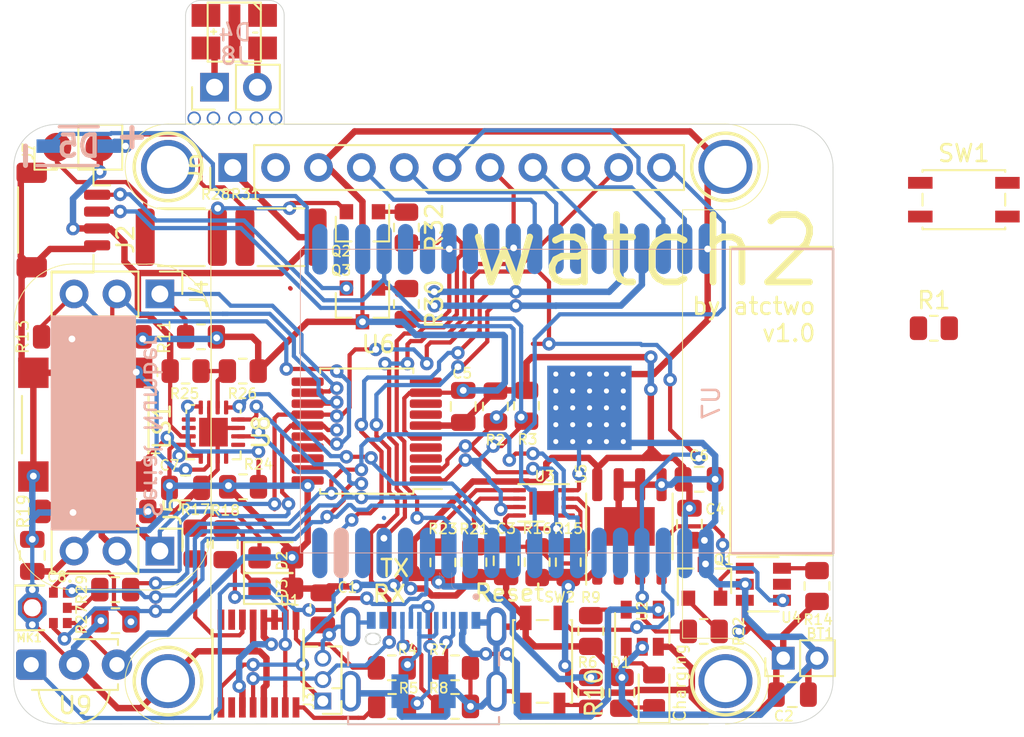
<source format=kicad_pcb>
(kicad_pcb (version 20171130) (host pcbnew 5.1.9)
  (layers (0 Top signal) (1 Route2 signal) (2 Route3 signal) (3 Route4 signal) (4 Route5 signal) (5 Route6 signal) (6 Route7 signal) (7 Route8 signal) (8 Route9 signal) (9 Route10 signal) (10 Route11 signal) (11 Route12 signal) (12 Route13 signal) (13 Route14 signal) (14 Route15 signal) (31 Bottom signal) (34 B.Paste user) (35 F.Paste user) (36 B.SilkS user) (37 F.SilkS user) (38 B.Mask user) (39 F.Mask user) (44 Edge.Cuts user))
  (net 0 "")
  (net 1 GND)
  (net 2 +3V3)
  (net 3 +5V)
  (net 4 "Net-(C3-Pad1)")
  (net 5 "Net-(D1-Pad2)")
  (net 6 "Net-(D1-Pad1)")
  (net 7 "Net-(D2-Pad1)")
  (net 8 "Net-(D3-Pad1)")
  (net 9 "Net-(D5-Pad1)")
  (net 10 "Net-(D5-Pad2)")
  (net 11 I2C_SCL)
  (net 12 I2C_SDA)
  (net 13 ESP_RX)
  (net 14 ESP_TX)
  (net 15 DPAD_RIGHT)
  (net 16 DPAD_UP)
  (net 17 DPAD_LEFT)
  (net 18 DPAD_DOWN)
  (net 19 DPAD_ENTER)
  (net 20 "Net-(J6-Pad2)")
  (net 21 TFT_CLOCK)
  (net 22 TFT_MISO)
  (net 23 TFT_MOSI)
  (net 24 TFT_CS)
  (net 25 TFT_RESET)
  (net 26 TFT_DC)
  (net 27 SD_CS)
  (net 28 TFT_BL)
  (net 29 "Net-(J7-Pad1)")
  (net 30 "Net-(LS1-Pad1)")
  (net 31 "Net-(LS1-Pad2)")
  (net 32 "Net-(MK1-Pad2)")
  (net 33 I2S_LRC)
  (net 34 "Net-(MK1-Pad6)")
  (net 35 I2S_BLK)
  (net 36 "Net-(Q1-Pad1)")
  (net 37 "Net-(Q1-Pad2)")
  (net 38 LED_TORCH)
  (net 39 "Net-(Q3-Pad1)")
  (net 40 ESP_IO0)
  (net 41 USB_D-)
  (net 42 "Net-(R4-Pad1)")
  (net 43 "Net-(R5-Pad1)")
  (net 44 USB_D+)
  (net 45 ESP_EN)
  (net 46 "Net-(J1-PadA5)")
  (net 47 "Net-(J1-PadB5)")
  (net 48 "Net-(R9-Pad1)")
  (net 49 "Net-(R14-Pad2)")
  (net 50 "Net-(R15-Pad1)")
  (net 51 "Net-(R17-Pad2)")
  (net 52 "Net-(R18-Pad2)")
  (net 53 "Net-(R21-Pad1)")
  (net 54 "Net-(R23-Pad2)")
  (net 55 "Net-(R24-Pad2)")
  (net 56 "Net-(R25-Pad2)")
  (net 57 I2S_DIN)
  (net 58 LED_IR)
  (net 59 "Net-(U1-Pad2)")
  (net 60 "Net-(U1-Pad6)")
  (net 61 "Net-(U1-Pad15)")
  (net 62 "Net-(U1-Pad16)")
  (net 63 "Net-(U4-Pad4)")
  (net 64 "Net-(U4-Pad5)")
  (net 65 "Net-(U6-Pad7)")
  (net 66 "Net-(U6-Pad8)")
  (net 67 "Net-(U6-Pad17)")
  (net 68 "Net-(U7-Pad32)")
  (net 69 "Net-(U7-Pad28)")
  (net 70 "Net-(U7-Pad27)")
  (net 71 "Net-(U7-Pad24)")
  (net 72 "Net-(U7-Pad22)")
  (net 73 "Net-(U7-Pad21)")
  (net 74 "Net-(U7-Pad20)")
  (net 75 "Net-(U7-Pad19)")
  (net 76 "Net-(U7-Pad18)")
  (net 77 "Net-(U7-Pad17)")
  (net 78 IR_RECV)
  (net 79 I2S_DOUT)
  (net 80 "Net-(U7-Pad6)")
  (net 81 "Net-(U7-Pad5)")
  (net 82 "Net-(U6-Pad19)")
  (net 83 "Net-(U6-Pad18)")
  (net 84 "Net-(U6-Pad11)")
  (net 85 "Net-(U6-Pad10)")
  (net 86 "Net-(U6-Pad4)")
  (net 87 "Net-(U6-Pad3)")
  (net 88 "Net-(Q2-Pad1)")
  (module "Alice's Library:ESP32-WROVER" (layer Bottom) (at 169.926 101.6 90)
    (fp_text reference U7 (at -0.1 -0.62 90) (layer B.SilkS) (effects (justify mirror)))
    (fp_text value ESP32-WROVER hide)
    (pad 39 thru_hole circle (at 1.6 -5.82 90) (size 0.8 0.8) (drill 0.3) (layers *.Cu *.Mask) (net 1 GND))
    (pad 39 thru_hole circle (at 1.6 -6.82 90) (size 0.8 0.8) (drill 0.3) (layers *.Cu *.Mask) (net 1 GND))
    (pad 39 thru_hole circle (at 1.6 -7.82 90) (size 0.8 0.8) (drill 0.3) (layers *.Cu *.Mask) (net 1 GND))
    (pad 39 thru_hole circle (at 1.6 -8.82 90) (size 0.8 0.8) (drill 0.3) (layers *.Cu *.Mask) (net 1 GND))
    (pad 39 thru_hole circle (at 1.6 -9.82 90) (size 0.8 0.8) (drill 0.3) (layers *.Cu *.Mask) (net 1 GND))
    (pad 39 thru_hole circle (at -0.4 -5.82 90) (size 0.8 0.8) (drill 0.3) (layers *.Cu *.Mask) (net 1 GND))
    (pad 39 thru_hole circle (at -0.4 -6.82 90) (size 0.8 0.8) (drill 0.3) (layers *.Cu *.Mask) (net 1 GND))
    (pad 39 thru_hole circle (at -0.4 -7.82 90) (size 0.8 0.8) (drill 0.3) (layers *.Cu *.Mask) (net 1 GND))
    (pad 39 thru_hole circle (at -0.4 -8.82 90) (size 0.8 0.8) (drill 0.3) (layers *.Cu *.Mask) (net 1 GND))
    (pad 39 thru_hole circle (at -0.4 -9.82 90) (size 0.8 0.8) (drill 0.3) (layers *.Cu *.Mask) (net 1 GND))
    (pad 39 thru_hole circle (at 0.6 -9.82 90) (size 0.8 0.8) (drill 0.3) (layers *.Cu *.Mask) (net 1 GND))
    (pad 39 thru_hole circle (at 0.6 -8.82 90) (size 0.8 0.8) (drill 0.3) (layers *.Cu *.Mask) (net 1 GND))
    (pad 39 thru_hole circle (at 0.6 -7.82 90) (size 0.8 0.8) (drill 0.3) (layers *.Cu *.Mask) (net 1 GND))
    (pad 39 thru_hole circle (at 0.6 -6.82 90) (size 0.8 0.8) (drill 0.3) (layers *.Cu *.Mask) (net 1 GND))
    (pad 39 thru_hole circle (at 0.6 -5.82 90) (size 0.8 0.8) (drill 0.3) (layers *.Cu *.Mask) (net 1 GND))
    (pad 39 thru_hole circle (at -1.4 -5.82 90) (size 0.8 0.8) (drill 0.3) (layers *.Cu *.Mask) (net 1 GND))
    (pad 39 thru_hole circle (at -1.4 -6.82 90) (size 0.8 0.8) (drill 0.3) (layers *.Cu *.Mask) (net 1 GND))
    (pad 39 thru_hole circle (at -1.4 -7.82 90) (size 0.8 0.8) (drill 0.3) (layers *.Cu *.Mask) (net 1 GND))
    (pad 39 thru_hole circle (at -1.4 -8.82 90) (size 0.8 0.8) (drill 0.3) (layers *.Cu *.Mask) (net 1 GND))
    (pad 39 thru_hole circle (at -1.4 -9.82 90) (size 0.8 0.8) (drill 0.3) (layers *.Cu *.Mask) (net 1 GND))
    (pad 39 thru_hole circle (at -2.4 -9.82 90) (size 0.8 0.8) (drill 0.3) (layers *.Cu *.Mask) (net 1 GND))
    (pad 39 thru_hole circle (at -2.4 -8.82 90) (size 0.8 0.8) (drill 0.3) (layers *.Cu *.Mask) (net 1 GND))
    (pad 39 thru_hole circle (at -2.4 -7.82 90) (size 0.8 0.8) (drill 0.3) (layers *.Cu *.Mask) (net 1 GND))
    (pad 39 thru_hole circle (at -2.4 -6.82 90) (size 0.8 0.8) (drill 0.3) (layers *.Cu *.Mask) (net 1 GND))
    (pad 38 smd oval (at 9.03 -0.91 90) (size 3 0.9) (layers Bottom B.Paste B.Mask) (net 1 GND))
    (pad 37 smd oval (at 9.03 -2.18 90) (size 3 0.9) (layers Bottom B.Paste B.Mask) (net 23 TFT_MOSI))
    (pad 36 smd oval (at 9.03 -3.45 90) (size 3 0.9) (layers Bottom B.Paste B.Mask) (net 26 TFT_DC))
    (pad 35 smd oval (at 9.03 -4.72 90) (size 3 0.9) (layers Bottom B.Paste B.Mask) (net 14 ESP_TX))
    (pad 34 smd oval (at 9.03 -5.99 90) (size 3 0.9) (layers Bottom B.Paste B.Mask) (net 13 ESP_RX))
    (pad 33 smd oval (at 9.03 -7.26 90) (size 3 0.9) (layers Bottom B.Paste B.Mask) (net 25 TFT_RESET))
    (pad 32 smd oval (at 9.03 -8.53 90) (size 3 0.9) (layers Bottom B.Paste B.Mask) (net 68 "Net-(U7-Pad32)"))
    (pad 31 smd oval (at 9.03 -9.8 90) (size 3 0.9) (layers Bottom B.Paste B.Mask) (net 22 TFT_MISO))
    (pad 30 smd oval (at 9.03 -11.07 90) (size 3 0.9) (layers Bottom B.Paste B.Mask) (net 21 TFT_CLOCK))
    (pad 29 smd oval (at 9.03 -12.34 90) (size 3 0.9) (layers Bottom B.Paste B.Mask) (net 24 TFT_CS))
    (pad 28 smd oval (at 9.03 -13.61 90) (size 3 0.9) (layers Bottom B.Paste B.Mask) (net 69 "Net-(U7-Pad28)"))
    (pad 27 smd oval (at 9.03 -14.88 90) (size 3 0.9) (layers Bottom B.Paste B.Mask) (net 70 "Net-(U7-Pad27)"))
    (pad 26 smd oval (at 9.03 -16.15 90) (size 3 0.9) (layers Bottom B.Paste B.Mask) (net 58 LED_IR))
    (pad 25 smd oval (at 9.03 -17.42 90) (size 3 0.9) (layers Bottom B.Paste B.Mask) (net 40 ESP_IO0))
    (pad 24 smd oval (at 9 -18.72 90) (size 3 0.9) (layers Bottom B.Paste B.Mask) (net 71 "Net-(U7-Pad24)"))
    (pad 23 smd oval (at 9 -19.99 90) (size 3 0.9) (layers Bottom B.Paste B.Mask) (net 11 I2C_SCL))
    (pad 22 smd oval (at 9 -21.26 90) (size 3 0.9) (layers Bottom B.Paste B.Mask) (net 72 "Net-(U7-Pad22)"))
    (pad 21 smd oval (at 9 -22.53 90) (size 3 0.9) (layers Bottom B.Paste B.Mask) (net 73 "Net-(U7-Pad21)"))
    (pad 20 smd oval (at 9 -23.8 90) (size 3 0.9) (layers Bottom B.Paste B.Mask) (net 74 "Net-(U7-Pad20)"))
    (pad 19 smd oval (at -9 -23.8 90) (size 3 0.9) (layers Bottom B.Paste B.Mask) (net 75 "Net-(U7-Pad19)"))
    (pad 18 smd oval (at -9 -22.53 90) (size 3 0.9) (layers B.SilkS) (net 76 "Net-(U7-Pad18)"))
    (pad 17 smd oval (at -9 -21.26 90) (size 3 0.9) (layers Bottom B.Paste B.Mask) (net 77 "Net-(U7-Pad17)"))
    (pad 16 smd oval (at -9 -19.99 90) (size 3 0.9) (layers Bottom B.Paste B.Mask) (net 27 SD_CS))
    (pad 15 smd oval (at -9 -18.72 90) (size 3 0.9) (layers Bottom B.Paste B.Mask) (net 1 GND))
    (pad 14 smd oval (at -9 -17.42 90) (size 3 0.9) (layers Bottom B.Paste B.Mask) (net 78 IR_RECV))
    (pad 13 smd oval (at -9 -16.15 90) (size 3 0.9) (layers Bottom B.Paste B.Mask) (net 38 LED_TORCH))
    (pad 12 smd oval (at -9 -14.88 90) (size 3 0.9) (layers Bottom B.Paste B.Mask) (net 35 I2S_BLK))
    (pad 11 smd oval (at -9 -13.61 90) (size 3 0.9) (layers Bottom B.Paste B.Mask) (net 33 I2S_LRC))
    (pad 10 smd oval (at -9 -12.34 90) (size 3 0.9) (layers Bottom B.Paste B.Mask) (net 79 I2S_DOUT))
    (pad 9 smd oval (at -9 -11.07 90) (size 3 0.9) (layers Bottom B.Paste B.Mask) (net 28 TFT_BL))
    (pad 8 smd oval (at -9 -9.8 90) (size 3 0.9) (layers Bottom B.Paste B.Mask) (net 12 I2C_SDA))
    (pad 7 smd oval (at -9 -8.53 90) (size 3 0.9) (layers Bottom B.Paste B.Mask) (net 57 I2S_DIN))
    (pad 6 smd oval (at -9 -7.26 90) (size 3 0.9) (layers Bottom B.Paste B.Mask) (net 80 "Net-(U7-Pad6)"))
    (pad 5 smd oval (at -9 -5.99 90) (size 3 0.9) (layers Bottom B.Paste B.Mask) (net 81 "Net-(U7-Pad5)"))
    (pad 4 smd oval (at -9 -4.72 90) (size 3 0.9) (layers Bottom B.Paste B.Mask) (net 19 DPAD_ENTER))
    (pad 3 smd oval (at -9 -3.45 90) (size 3 0.9) (layers Bottom B.Paste B.Mask) (net 45 ESP_EN))
    (pad 2 smd oval (at -9 -2.18 90) (size 3 0.9) (layers Bottom B.Paste B.Mask) (net 2 +3V3))
    (pad 1 smd oval (at -9 -0.91 90) (size 3 0.9) (layers Bottom B.Paste B.Mask) (net 1 GND))
    (pad 39 smd rect (at -0.4 -7.83 90) (size 5 5) (layers Bottom B.Paste B.Mask) (net 1 GND))
    (pad 39 thru_hole circle (at -2.4 -5.82 90) (size 0.8 0.8) (drill 0.3) (layers *.Cu *.Mask) (net 1 GND))
  )
  (module "Alice's Library:JAE_DX07S016JA1R1500" (layer Bottom) (at 152.273 115.697 180)
    (fp_text reference J1 (at -1.325 3.385) (layer B.SilkS) (effects (font (thickness 0.015)) (justify mirror)))
    (fp_text value USB_C_Receptacle_USB2.0)
    (fp_line (start 3.125 -0.315) (end 2.875 -0.315) (layer Edge.Cuts) (width 0.1))
    (fp_line (start 2.875 0.315) (end 3.125 0.315) (layer Edge.Cuts) (width 0.1))
    (fp_arc (start 3.125 0) (end 3.44 0) (angle 90) (layer Edge.Cuts) (width 0.1))
    (fp_arc (start 3.125 0) (end 3.125 -0.315) (angle 90) (layer Edge.Cuts) (width 0.1))
    (fp_arc (start 2.875 0) (end 2.56 0) (angle 90) (layer Edge.Cuts) (width 0.1))
    (fp_arc (start 2.875 0) (end 2.875 0.315) (angle 90) (layer Edge.Cuts) (width 0.1))
    (pad 1 smd rect (at -3.1 1.1 180) (size 0.52 1) (layers Bottom B.Paste B.Mask) (net 1 GND))
    (pad 12 smd rect (at 3.1 1.1 180) (size 0.52 1) (layers Bottom B.Paste B.Mask) (net 1 GND))
    (pad 2 smd rect (at -2.35 1.1 180) (size 0.52 1) (layers Bottom B.Paste B.Mask) (net 3 +5V))
    (pad 11 smd rect (at 2.35 1.1 180) (size 0.52 1) (layers Bottom B.Paste B.Mask) (net 3 +5V))
    (pad "3 (CC1)" smd rect (at -1.75 1.1 180) (size 0.27 1) (layers Bottom B.Paste B.Mask) (net 46 "Net-(J1-PadA5)"))
    (pad 10 smd rect (at 1.75 1.1 180) (size 0.27 1) (layers Bottom B.Paste B.Mask))
    (pad 4 smd rect (at -1.25 1.1 180) (size 0.27 1) (layers Bottom B.Paste B.Mask))
    (pad 5 smd rect (at -0.75 1.1 180) (size 0.27 1) (layers Bottom B.Paste B.Mask) (net 41 USB_D-))
    (pad 6 smd rect (at -0.25 1.1 180) (size 0.27 1) (layers Bottom B.Paste B.Mask) (net 44 USB_D+))
    (pad 7 smd rect (at 0.25 1.1 180) (size 0.27 1) (layers Bottom B.Paste B.Mask) (net 41 USB_D-))
    (pad 8 smd rect (at 0.75 1.1 180) (size 0.27 1) (layers Bottom B.Paste B.Mask) (net 44 USB_D+))
    (pad "9 (CC2)" smd rect (at 1.25 1.1 180) (size 0.27 1) (layers Bottom B.Paste B.Mask) (net 47 "Net-(J1-PadB5)"))
    (pad None np_thru_hole circle (at 3 0 180) (size 0.6 0.6) (drill 0.6) (layers *.Cu *.Mask))
    (pad None np_thru_hole circle (at 3 0 180) (size 0.63 0.63) (drill 0.63) (layers *.Cu *.Mask))
    (pad S1 smd rect (at -1.4 -3.1 180) (size 1 2) (layers Bottom B.Paste B.Mask) (net 1 GND))
    (pad S2 smd rect (at 1.4 -3.1 180) (size 1 2) (layers Bottom B.Paste B.Mask) (net 1 GND))
    (pad None np_thru_hole circle (at -3 0 180) (size 0.63 0.63) (drill 0.63) (layers *.Cu *.Mask))
    (pad S3 thru_hole oval (at -4.32 0.725 180) (size 1.158 2.316) (drill oval 0.65 1.65) (layers *.Cu *.Mask) (net 1 GND))
    (pad S4 thru_hole oval (at 4.32 0.725 180) (size 1.158 2.316) (drill oval 0.65 1.65) (layers *.Cu *.Mask) (net 1 GND))
    (pad S5 thru_hole oval (at -4.32 -3.1 180) (size 1.2 2.4) (drill oval 0.65 1.95) (layers *.Cu *.Mask) (net 1 GND))
    (pad S6 thru_hole oval (at 4.32 -3.1 180) (size 1.2 2.4) (drill oval 0.65 1.95) (layers *.Cu *.Mask) (net 1 GND))
  )
  (module Resistor_SMD:R_1812_4532Metric (layer Top) (at 137.922 91.8845)
    (fp_text reference R28 (at 2.032 -2.54) (layer F.SilkS) (effects (font (size 0.6 0.6) (thickness 0.1))))
    (fp_text value 100R)
    (pad 2 smd roundrect (at 2.1375 0) (size 1.125 3.4) (layers Top F.Paste F.Mask) (roundrect_rratio 0.222) (net 29 "Net-(J7-Pad1)"))
    (pad 1 smd roundrect (at -2.1375 0) (size 1.125 3.4) (layers Top F.Paste F.Mask) (roundrect_rratio 0.222) (net 29 "Net-(J7-Pad1)"))
  )
  (module Resistor_SMD:R_0805_2012Metric (layer Top) (at 151.257 91.313 270)
    (fp_text reference R32 (at 0 -1.65 90) (layer F.SilkS))
    (fp_text value 1k)
    (pad 2 smd roundrect (at 0.9125 0 270) (size 1.025 1.4) (layers Top F.Paste F.Mask) (roundrect_rratio 0.243902) (net 38 LED_TORCH))
    (pad 1 smd roundrect (at -0.9125 0 270) (size 1.025 1.4) (layers Top F.Paste F.Mask) (roundrect_rratio 0.243902) (net 88 "Net-(Q2-Pad1)"))
  )
  (module Connector_PinHeader_2.54mm:PinHeader_1x03_P2.54mm_Vertical (layer Top) (at 136.652 95.25 270)
    (fp_text reference J4 (at 0 -2.33 90) (layer F.SilkS))
    (fp_text value Conn_01x03_Male)
    (pad 1 thru_hole rect (at 0 0 270) (size 1.7 1.7) (drill 1) (layers *.Cu *.Mask) (net 15 DPAD_RIGHT))
    (pad 2 thru_hole oval (at 0 2.54 270) (size 1.7 1.7) (drill 1) (layers *.Cu *.Mask) (net 16 DPAD_UP))
    (pad 3 thru_hole oval (at 0 5.08 270) (size 1.7 1.7) (drill 1) (layers *.Cu *.Mask) (net 17 DPAD_LEFT))
  )
  (module Connector_JST:JST_SH_SM04B-SRSS-TB_1x04-1MP_P1.00mm_Horizontal (layer Top) (at 130.937 90.8685 270)
    (fp_text reference J2 (at 1.143 -3.683 90) (layer F.SilkS))
    (fp_text value "STEMMA QT")
    (pad 1 smd roundrect (at -1.5 -2 270) (size 0.6 1.55) (layers Top F.Paste F.Mask) (net 11 I2C_SCL))
    (pad 2 smd roundrect (at -0.5 -2 270) (size 0.6 1.55) (layers Top F.Paste F.Mask) (net 12 I2C_SDA))
    (pad 3 smd roundrect (at 0.5 -2 270) (size 0.6 1.55) (layers Top F.Paste F.Mask) (net 2 +3V3))
    (pad 4 smd roundrect (at 1.5 -2 270) (size 0.6 1.55) (layers Top F.Paste F.Mask) (net 1 GND))
    (pad MP smd roundrect (at -2.8 1.875 270) (size 1.2 1.8) (layers Top F.Paste F.Mask) (roundrect_rratio 0.208333) (net 1 GND))
    (pad MP smd roundrect (at 2.8 1.875 270) (size 1.2 1.8) (layers Top F.Paste F.Mask) (roundrect_rratio 0.208333) (net 1 GND))
  )
  (module Package_SO:SSOP-20_5.3x7.2mm_P0.65mm (layer Top) (at 148.9075 103.378 180)
    (fp_text reference U6 (at -0.6985 5.1435) (layer F.SilkS))
    (fp_text value MCP23008-xSS)
    (pad 20 smd roundrect (at 3.5 -2.925 180) (size 1.9 0.5) (layers Top F.Paste F.Mask) (net 2 +3V3))
    (pad 19 smd roundrect (at 3.5 -2.275 180) (size 1.9 0.5) (layers Top F.Paste F.Mask) (net 82 "Net-(U6-Pad19)"))
    (pad 18 smd roundrect (at 3.5 -1.625 180) (size 1.9 0.5) (layers Top F.Paste F.Mask) (net 83 "Net-(U6-Pad18)"))
    (pad 17 smd roundrect (at 3.5 -0.975 180) (size 1.9 0.5) (layers Top F.Paste F.Mask) (net 67 "Net-(U6-Pad17)"))
    (pad 16 smd roundrect (at 3.5 -0.325 180) (size 1.9 0.5) (layers Top F.Paste F.Mask) (net 17 DPAD_LEFT))
    (pad 15 smd roundrect (at 3.5 0.325 180) (size 1.9 0.5) (layers Top F.Paste F.Mask) (net 18 DPAD_DOWN))
    (pad 14 smd roundrect (at 3.5 0.975 180) (size 1.9 0.5) (layers Top F.Paste F.Mask) (net 19 DPAD_ENTER))
    (pad 13 smd roundrect (at 3.5 1.625 180) (size 1.9 0.5) (layers Top F.Paste F.Mask) (net 16 DPAD_UP))
    (pad 12 smd roundrect (at 3.5 2.275 180) (size 1.9 0.5) (layers Top F.Paste F.Mask) (net 15 DPAD_RIGHT))
    (pad 11 smd roundrect (at 3.5 2.925 180) (size 1.9 0.5) (layers Top F.Paste F.Mask) (net 84 "Net-(U6-Pad11)"))
    (pad 10 smd roundrect (at -3.5 2.925 180) (size 1.9 0.5) (layers Top F.Paste F.Mask) (net 85 "Net-(U6-Pad10)"))
    (pad 9 smd roundrect (at -3.5 2.275 180) (size 1.9 0.5) (layers Top F.Paste F.Mask) (net 1 GND))
    (pad 8 smd roundrect (at -3.5 1.625 180) (size 1.9 0.5) (layers Top F.Paste F.Mask) (net 66 "Net-(U6-Pad8)"))
    (pad 7 smd roundrect (at -3.5 0.975 180) (size 1.9 0.5) (layers Top F.Paste F.Mask) (net 65 "Net-(U6-Pad7)"))
    (pad 6 smd roundrect (at -3.5 0.325 180) (size 1.9 0.5) (layers Top F.Paste F.Mask) (net 2 +3V3))
    (pad 5 smd roundrect (at -3.5 -0.325 180) (size 1.9 0.5) (layers Top F.Paste F.Mask) (net 1 GND))
    (pad 4 smd roundrect (at -3.5 -0.975 180) (size 1.9 0.5) (layers Top F.Paste F.Mask) (net 86 "Net-(U6-Pad4)"))
    (pad 3 smd roundrect (at -3.5 -1.625 180) (size 1.9 0.5) (layers Top F.Paste F.Mask) (net 87 "Net-(U6-Pad3)"))
    (pad 2 smd roundrect (at -3.5 -2.275 180) (size 1.9 0.5) (layers Top F.Paste F.Mask) (net 12 I2C_SDA))
    (pad 1 smd roundrect (at -3.5 -2.925 180) (size 1.9 0.5) (layers Top F.Paste F.Mask) (net 11 I2C_SCL))
  )
  (module MOUNTINGHOLE_2.5_PLATED (layer Top) (at 137.1346 118.1989 90)
    (fp_text reference U$7 hide)
    (fp_text value MOUNTINGHOLE2.5 hide)
    (pad P$1 thru_hole circle (at 0 0 90) (size 3.2 3.2) (drill 2.5) (layers *.Cu *.Mask) (net 1 GND))
  )
  (module MOUNTINGHOLE_2.5_PLATED (layer Top) (at 170.1546 118.1989 90)
    (fp_text reference U$8 hide)
    (fp_text value MOUNTINGHOLE2.5 hide)
    (pad P$1 thru_hole circle (at 0 0 90) (size 3.2 3.2) (drill 2.5) (layers *.Cu *.Mask) (net 1 GND))
  )
  (module MOUNTINGHOLE_2.5_PLATED (layer Top) (at 137.1346 87.7189 90)
    (fp_text reference U$9 hide)
    (fp_text value MOUNTINGHOLE2.5 hide)
    (pad P$1 thru_hole circle (at 0 0 90) (size 3.2 3.2) (drill 2.5) (layers *.Cu *.Mask) (net 1 GND))
  )
  (module MOUNTINGHOLE_2.5_PLATED (layer Top) (at 170.1546 87.7189 90)
    (fp_text reference U$10 hide)
    (fp_text value MOUNTINGHOLE2.5 hide)
    (pad P$1 thru_hole circle (at 0 0 90) (size 3.2 3.2) (drill 2.5) (layers *.Cu *.Mask) (net 1 GND))
  )
  (module Connector_PinHeader_2.00mm:PinHeader_1x02_P2.00mm_Vertical (layer Top) (at 173.5775 116.84 90)
    (fp_text reference BT1 (at 1.4605 2.1905 180) (layer F.SilkS) (effects (font (size 0.6 0.6) (thickness 0.1))))
    (fp_text value Battery_Cell)
    (pad 1 thru_hole rect (at 0 0 90) (size 1.35 1.35) (drill 0.8) (layers *.Cu *.Mask) (net 3 +5V))
    (pad 2 thru_hole oval (at 0 2 90) (size 1.35 1.35) (drill 0.8) (layers *.Cu *.Mask) (net 1 GND))
  )
  (module Capacitor_SMD:C_0805_2012Metric (layer Top) (at 146.304 113.9165 270)
    (fp_text reference C1 (at -1.2675 -1.4605 180) (layer F.SilkS) (effects (font (size 0.6 0.6) (thickness 0.1))))
    (fp_text value 0.1uF)
    (pad 1 smd roundrect (at -0.95 0 270) (size 1 1.45) (layers Top F.Paste F.Mask) (net 2 +3V3))
    (pad 2 smd roundrect (at 0.95 0 270) (size 1 1.45) (layers Top F.Paste F.Mask) (net 1 GND))
  )
  (module Capacitor_SMD:C_0805_2012Metric (layer Top) (at 174.117 118.999)
    (fp_text reference C2 (at -0.508 1.27) (layer F.SilkS) (effects (font (size 0.6 0.6) (thickness 0.1))))
    (fp_text value 10uF)
    (pad 2 smd roundrect (at 0.95 0) (size 1 1.45) (layers Top F.Paste F.Mask) (net 1 GND))
    (pad 1 smd roundrect (at -0.95 0) (size 1 1.45) (layers Top F.Paste F.Mask) (net 3 +5V))
  )
  (module Capacitor_SMD:C_0805_2012Metric (layer Top) (at 157.1625 111.064 270)
    (fp_text reference C3 (at -1.9075 0 180) (layer F.SilkS) (effects (font (size 0.6 0.6) (thickness 0.1))))
    (fp_text value 10nF)
    (pad 2 smd roundrect (at 0.95 0 270) (size 1 1.45) (layers Top F.Paste F.Mask) (net 1 GND))
    (pad 1 smd roundrect (at -0.95 0 270) (size 1 1.45) (layers Top F.Paste F.Mask) (net 4 "Net-(C3-Pad1)"))
  )
  (module Capacitor_SMD:C_0805_2012Metric (layer Top) (at 168.021 108.9 270)
    (fp_text reference C4 (at -0.8865 -1.524 180) (layer F.SilkS) (effects (font (size 0.6 0.6) (thickness 0.1))))
    (fp_text value 10uF)
    (pad 1 smd roundrect (at -0.95 0 270) (size 1 1.45) (layers Top F.Paste F.Mask) (net 2 +3V3))
    (pad 2 smd roundrect (at 0.95 0 270) (size 1 1.45) (layers Top F.Paste F.Mask) (net 1 GND))
  )
  (module Capacitor_SMD:C_0805_2012Metric (layer Top) (at 154.6225 101.9175 90)
    (fp_text reference C5 (at 1.9685 -0.0635) (layer F.SilkS) (effects (font (size 0.6 0.6) (thickness 0.1))))
    (fp_text value 0.1uF)
    (pad 1 smd roundrect (at -0.95 0 90) (size 1 1.45) (layers Top F.Paste F.Mask) (net 2 +3V3))
    (pad 2 smd roundrect (at 0.95 0 90) (size 1 1.45) (layers Top F.Paste F.Mask) (net 1 GND))
  )
  (module Capacitor_SMD:C_0805_2012Metric (layer Top) (at 168.595 106.2355)
    (fp_text reference C6 (at -0.0025 -1.397) (layer F.SilkS) (effects (font (size 0.6 0.6) (thickness 0.1))))
    (fp_text value 0.1uF)
    (pad 2 smd roundrect (at 0.95 0) (size 1 1.45) (layers Top F.Paste F.Mask) (net 1 GND))
    (pad 1 smd roundrect (at -0.95 0) (size 1 1.45) (layers Top F.Paste F.Mask) (net 2 +3V3))
  )
  (module Capacitor_SMD:C_0805_2012Metric (layer Top) (at 138.1735 106.7435)
    (fp_text reference C7 (at -0.95 -1.3335) (layer F.SilkS) (effects (font (size 0.6 0.6) (thickness 0.1))))
    (fp_text value 0.1uF)
    (pad 2 smd roundrect (at 0.95 0) (size 1 1.45) (layers Top F.Paste F.Mask) (net 1 GND))
    (pad 1 smd roundrect (at -0.95 0) (size 1 1.45) (layers Top F.Paste F.Mask) (net 2 +3V3))
  )
  (module Capacitor_SMD:C_0805_2012Metric (layer Top) (at 129.0955 110.7465 90)
    (fp_text reference C8 (at -1.2675 1.4605 180) (layer F.SilkS) (effects (font (size 0.6 0.6) (thickness 0.1))))
    (fp_text value 0.1uF)
    (pad 1 smd roundrect (at -0.95 0 90) (size 1 1.45) (layers Top F.Paste F.Mask) (net 2 +3V3))
    (pad 2 smd roundrect (at 0.95 0 90) (size 1 1.45) (layers Top F.Paste F.Mask) (net 1 GND))
  )
  (module LED_SMD:LED_0805_2012Metric_Castellated (layer Top) (at 165.9255 118.7985 90)
    (fp_text reference D1 (at 1.7045 -1.9685 180) (layer F.SilkS) (effects (font (size 0.6 0.6) (thickness 0.1))))
    (fp_text value LED)
    (pad 2 smd roundrect (at 0.9625 0 90) (size 1 1.3) (layers Top F.Paste F.Mask) (roundrect_rratio 0.192) (net 5 "Net-(D1-Pad2)"))
    (pad 1 smd roundrect (at -0.9625 0 90) (size 1 1.3) (layers Top F.Paste F.Mask) (roundrect_rratio 0.192) (net 6 "Net-(D1-Pad1)"))
  )
  (module LED_SMD:LED_0805_2012Metric_Castellated (layer Top) (at 143.52 110.871)
    (fp_text reference D2 (at 0.371 0.1905 90) (layer F.SilkS) (effects (font (size 0.6 0.6) (thickness 0.1))))
    (fp_text value TX)
    (pad 1 smd roundrect (at -0.9625 0) (size 1.325 1.3) (layers Top F.Paste F.Mask) (roundrect_rratio 0.192308) (net 7 "Net-(D2-Pad1)"))
    (pad 2 smd roundrect (at 0.9625 0) (size 1.325 1.3) (layers Top F.Paste F.Mask) (roundrect_rratio 0.192308) (net 2 +3V3))
  )
  (module LED_SMD:LED_0805_2012Metric_Castellated (layer Top) (at 143.52 112.7125)
    (fp_text reference D3 (at 0.371 0 90) (layer F.SilkS) (effects (font (size 0.6 0.6) (thickness 0.1))))
    (fp_text value RX)
    (pad 1 smd roundrect (at -0.9625 0) (size 1.325 1.3) (layers Top F.Paste F.Mask) (roundrect_rratio 0.192308) (net 8 "Net-(D3-Pad1)"))
    (pad 2 smd roundrect (at 0.9625 0) (size 1.325 1.3) (layers Top F.Paste F.Mask) (roundrect_rratio 0.192308) (net 2 +3V3))
  )
  (module "Alice's Library:MLCAWT-A1-0000-000XE1" (layer Top) (at 141.1097 79.7052)
    (fp_text reference D4 (at -0.0127 0.0508) (layer B.SilkS) (effects (justify mirror)))
    (fp_text value LED_TORCH)
    (pad 5 smd rect (at -0.0381 -0.0127) (size 0.7 3.2) (layers Top F.Paste F.Mask) (net 1 GND))
    (pad 1 smd rect (at -1.7272 -0.9652) (size 1.7 1.35) (layers Top F.Paste F.Mask) (net 2 +3V3))
    (pad 2 smd rect (at -1.7272 0.9652) (size 1.7 1.35) (layers Top F.Paste F.Mask) (net 2 +3V3))
    (pad 4 smd rect (at 1.6256 0.9652) (size 1.7 1.35) (layers Top F.Paste F.Mask) (net 29 "Net-(J7-Pad1)"))
    (pad 3 smd rect (at 1.6256 -0.9652) (size 1.7 1.35) (layers Top F.Paste F.Mask) (net 29 "Net-(J7-Pad1)"))
  )
  (module "Alice's Library:SOD4223X290N" (layer Bottom) (at 131.848 86.487)
    (fp_text reference D5 (at 0 0) (layer B.SilkS) (effects (font (size 1.27 1.27) (thickness 0.254)) (justify mirror)))
    (fp_text value LED_IR hide)
    (pad 1 smd rect (at -1.8 0 270) (size 0.8 1.4) (layers Bottom B.Paste B.Mask) (net 9 "Net-(D5-Pad1)"))
    (pad 2 smd rect (at 1.8 0 270) (size 0.8 1.4) (layers Bottom B.Paste B.Mask) (net 10 "Net-(D5-Pad2)"))
  )
  (module Connector_PinHeader_1.27mm:PinHeader_1x03_P1.27mm_Vertical (layer Top) (at 146.304 119.38 180)
    (fp_text reference J3 (at 0.8255 0 270) (layer F.SilkS) (effects (font (size 0.6 0.6) (thickness 0.1))))
    (fp_text value "UART Connector")
    (pad 1 thru_hole rect (at 0 0 180) (size 1 1) (drill 0.65) (layers *.Cu *.Mask) (net 13 ESP_RX))
    (pad 2 thru_hole oval (at 0 1.27 180) (size 1 1) (drill 0.65) (layers *.Cu *.Mask) (net 14 ESP_TX))
    (pad 3 thru_hole oval (at 0 2.54 180) (size 1 1) (drill 0.65) (layers *.Cu *.Mask) (net 1 GND))
  )
  (module Connector_PinHeader_2.54mm:PinHeader_1x03_P2.54mm_Vertical (layer Top) (at 136.652 110.49 270)
    (fp_text reference J5 (at -2.3495 -0.762 90) (layer F.SilkS))
    (fp_text value Conn_01x03_Male)
    (pad 3 thru_hole oval (at 0 5.08 270) (size 1.7 1.7) (drill 1) (layers *.Cu *.Mask) (net 2 +3V3))
    (pad 2 thru_hole oval (at 0 2.54 270) (size 1.7 1.7) (drill 1) (layers *.Cu *.Mask) (net 18 DPAD_DOWN))
    (pad 1 thru_hole rect (at 0 0 270) (size 1.7 1.7) (drill 1) (layers *.Cu *.Mask) (net 19 DPAD_ENTER))
  )
  (module Connector_PinHeader_2.54mm:PinHeader_1x11_P2.54mm_Vertical (layer Top) (at 140.97 87.757 90)
    (fp_text reference J6 (at 0 -2.33 90) (layer F.SilkS))
    (fp_text value "TFT Connector")
    (pad 1 thru_hole rect (at 0 0 90) (size 1.7 1.7) (drill 1) (layers *.Cu *.Mask) (net 2 +3V3))
    (pad 2 thru_hole oval (at 0 2.54 90) (size 1.7 1.7) (drill 1) (layers *.Cu *.Mask) (net 20 "Net-(J6-Pad2)"))
    (pad 3 thru_hole oval (at 0 5.08 90) (size 1.7 1.7) (drill 1) (layers *.Cu *.Mask) (net 1 GND))
    (pad 4 thru_hole oval (at 0 7.62 90) (size 1.7 1.7) (drill 1) (layers *.Cu *.Mask) (net 21 TFT_CLOCK))
    (pad 5 thru_hole oval (at 0 10.16 90) (size 1.7 1.7) (drill 1) (layers *.Cu *.Mask) (net 22 TFT_MISO))
    (pad 6 thru_hole oval (at 0 12.7 90) (size 1.7 1.7) (drill 1) (layers *.Cu *.Mask) (net 23 TFT_MOSI))
    (pad 7 thru_hole oval (at 0 15.24 90) (size 1.7 1.7) (drill 1) (layers *.Cu *.Mask) (net 24 TFT_CS))
    (pad 8 thru_hole oval (at 0 17.78 90) (size 1.7 1.7) (drill 1) (layers *.Cu *.Mask) (net 25 TFT_RESET))
    (pad 9 thru_hole oval (at 0 20.32 90) (size 1.7 1.7) (drill 1) (layers *.Cu *.Mask) (net 26 TFT_DC))
    (pad 10 thru_hole oval (at 0 22.86 90) (size 1.7 1.7) (drill 1) (layers *.Cu *.Mask) (net 27 SD_CS))
    (pad 11 thru_hole oval (at 0 25.4 90) (size 1.7 1.7) (drill 1) (layers *.Cu *.Mask) (net 28 TFT_BL))
  )
  (module Connector_PinHeader_2.54mm:PinHeader_1x02_P2.54mm_Vertical (layer Top) (at 130.556 86.5505 90)
    (fp_text reference J7 (at -0.254 -1.7145 90) (layer F.SilkS) (effects (font (size 0.6 0.6) (thickness 0.1))))
    (fp_text value "Torch Connector (main board)")
    (pad 1 smd circle (at 0 0 90) (size 1.7 1.7) (layers Top F.Paste F.Mask) (net 29 "Net-(J7-Pad1)"))
    (pad 2 smd circle (at 0 2.54 90) (size 1.7 1.7) (layers Top F.Paste F.Mask) (net 2 +3V3))
  )
  (module Connector_PinHeader_2.54mm:PinHeader_1x02_P2.54mm_Vertical (layer Top) (at 139.8905 82.9945 90)
    (fp_text reference J8 (at 1.8415 1.2065 180) (layer B.SilkS) (effects (justify mirror)))
    (fp_text value "Torch Connector (daughter board)")
    (pad 2 thru_hole oval (at 0 2.54 90) (size 1.7 1.7) (drill 1) (layers *.Cu *.Mask) (net 29 "Net-(J7-Pad1)"))
    (pad 1 thru_hole rect (at 0 0 90) (size 1.7 1.7) (drill 1) (layers *.Cu *.Mask) (net 2 +3V3))
  )
  (module "Alice's Library:XDCR_CMT-7525-80-SMT-TR" (layer Top) (at 132.234 102.997 180)
    (fp_text reference LS1 (at -4.545 -0.1 90) (layer F.SilkS))
    (fp_text value Speaker)
    (fp_text user - (at -4.2275 3.1115 90) (layer F.SilkS) (effects (font (size 0.64 0.64) (thickness 0.1))))
    (fp_text user + (at -4.164 -1.651) (layer F.SilkS) (effects (font (size 0.64 0.64) (thickness 0.1))))
    (pad P smd rect (at -3.075 -3.075 180) (size 1.8 1.8) (layers Top F.Paste F.Mask) (net 31 "Net-(LS1-Pad2)"))
    (pad 1 smd rect (at 3.075 -3.075 180) (size 1.8 1.8) (layers Top F.Paste F.Mask) (net 1 GND))
    (pad 2 smd rect (at 3.075 3.075 180) (size 1.8 1.8) (layers Top F.Paste F.Mask) (net 1 GND))
    (pad N smd rect (at -3.075 3.075 180) (size 1.8 1.8) (layers Top F.Paste F.Mask) (net 30 "Net-(LS1-Pad1)"))
  )
  (module "Alice's Library:MIC_SPH0645LM4H-B" (layer Top) (at 129.0955 113.8555 270)
    (fp_text reference MK1 (at 1.778 0.1905 180) (layer F.SilkS) (effects (font (size 0.482429 0.482429) (thickness 0.1))))
    (fp_text value SPH0645LM4H-B)
    (fp_poly (pts (xy -0.01 -0.51) (xy -0.01 -0.81) (xy -0.056608 -0.808926) (xy -0.098102 -0.805661) (xy -0.139368 -0.800228) (xy -0.180293 -0.792643) (xy -0.220765 -0.782926) (xy -0.260673 -0.771105) (xy -0.299908 -0.757211) (xy -0.338362 -0.741283) (xy -0.37593 -0.723364) (xy -0.412508 -0.703504) (xy -0.447997 -0.681756) (xy -0.482299 -0.658181) (xy -0.51532 -0.632843) (xy -0.546969 -0.605812) (xy -0.577161 -0.577161) (xy -0.605812 -0.546969) (xy -0.632843 -0.51532) (xy -0.658181 -0.482299) (xy -0.681756 -0.447997) (xy -0.703504 -0.412508) (xy -0.723364 -0.37593) (xy -0.741283 -0.338362) (xy -0.757211 -0.299908) (xy -0.771105 -0.260673) (xy -0.782926 -0.220765) (xy -0.792643 -0.180293) (xy -0.800228 -0.139368) (xy -0.805661 -0.098102) (xy -0.808926 -0.056608) (xy -0.81 -0.02) (xy -0.808863 0.023439) (xy -0.805453 0.066759) (xy -0.799781 0.109841) (xy -0.791863 0.152567) (xy -0.781718 0.19482) (xy -0.769377 0.236484) (xy -0.754872 0.277445) (xy -0.738243 0.317591) (xy -0.719535 0.356812) (xy -0.698801 0.395) (xy -0.676097 0.43205) (xy -0.651484 0.467862) (xy -0.625031 0.502336) (xy -0.59681 0.535378) (xy -0.566899 0.566899) (xy -0.535378 0.59681) (xy -0.502336 0.625031) (xy -0.467862 0.651484) (xy -0.43205 0.676097) (xy -0.395 0.698801) (xy -0.356812 0.719535) (xy -0.317591 0.738243) (xy -0.277445 0.754872) (xy -0.236484 0.769377) (xy -0.19482 0.781718) (xy -0.152567 0.791863) (xy -0.109841 0.799781) (xy -0.066759 0.805453) (xy -0.023439 0.808863) (xy 0.02 0.81) (xy 0.03 0.81) (xy 0.070822 0.808931) (xy 0.111532 0.805727) (xy 0.152019 0.800397) (xy 0.192171 0.792955) (xy 0.231879 0.783422) (xy 0.271033 0.771824) (xy 0.309527 0.758193) (xy 0.347255 0.742565) (xy 0.384113 0.724985) (xy 0.42 0.7055) (xy 0.454818 0.684163) (xy 0.488472 0.661033) (xy 0.52087 0.636174) (xy 0.551922 0.609653) (xy 0.581543 0.581543) (xy 0.609653 0.551922) (xy 0.636174 0.52087) (xy 0.661033 0.488472) (xy 0.684163 0.454818) (xy 0.7055 0.42) (xy 0.724985 0.384113) (xy 0.742565 0.347255) (xy 0.758193 0.309527) (xy 0.771824 0.271033) (xy 0.783422 0.231879) (xy 0.792955 0.192171) (xy 0.800397 0.152019) (xy 0.805727 0.111532) (xy 0.808931 0.070822) (xy 0.81 0.03) (xy 0.81 0) (xy 0.80889 -0.042392) (xy 0.805563 -0.084668) (xy 0.800028 -0.126712) (xy 0.7923 -0.168408) (xy 0.7824 -0.209643) (xy 0.770356 -0.250304) (xy 0.7562 -0.290278) (xy 0.739972 -0.329457) (xy 0.721715 -0.367732) (xy 0.701481 -0.405) (xy 0.679323 -0.441158) (xy 0.655304 -0.476106) (xy 0.629488 -0.50975) (xy 0.601947 -0.541996) (xy 0.572756 -0.572756) (xy 0.541996 -0.601947) (xy 0.50975 -0.629488) (xy 0.476106 -0.655304) (xy 0.441158 -0.679323) (xy 0.405 -0.701481) (xy 0.367732 -0.721715) (xy 0.329457 -0.739972) (xy 0.290278 -0.7562) (xy 0.250304 -0.770356) (xy 0.209643 -0.7824) (xy 0.168408 -0.7923) (xy 0.126712 -0.800028) (xy 0.084668 -0.805563) (xy 0.042392 -0.80889) (xy 0 -0.81) (xy 0 -0.51) (xy 0.022625 -0.509717) (xy 0.049016 -0.508103) (xy 0.075286 -0.50511) (xy 0.101363 -0.500746) (xy 0.127177 -0.495023) (xy 0.152655 -0.487958) (xy 0.177729 -0.479568) (xy 0.202329 -0.469878) (xy 0.226388 -0.458913) (xy 0.249841 -0.446705) (xy 0.272622 -0.433285) (xy 0.29467 -0.418692) (xy 0.315924 -0.402965) (xy 0.336326 -0.386147) (xy 0.35582 -0.368284) (xy 0.374352 -0.349426) (xy 0.391871 -0.329624) (xy 0.408331 -0.308931) (xy 0.423684 -0.287406) (xy 0.437891 -0.265107) (xy 0.45091 -0.242095) (xy 0.462708 -0.218433) (xy 0.473251 -0.194186) (xy 0.48251 -0.16942) (xy 0.490461 -0.144204) (xy 0.497081 -0.118606) (xy 0.502352 -0.092697) (xy 0.50626 -0.066547) (xy 0.508795 -0.040229) (xy 0.51 -0.01) (xy 0.509287 0.017215) (xy 0.507151 0.044355) (xy 0.503598 0.071346) (xy 0.498637 0.098114) (xy 0.492281 0.124586) (xy 0.484549 0.150689) (xy 0.475462 0.176351) (xy 0.465044 0.201503) (xy 0.453323 0.226075) (xy 0.440333 0.25) (xy 0.426109 0.273212) (xy 0.410689 0.295648) (xy 0.394116 0.317247) (xy 0.376435 0.337948) (xy 0.357696 0.357696) (xy 0.337948 0.376435) (xy 0.317247 0.394116) (xy 0.295648 0.410689) (xy 0.273212 0.426109) (xy 0.25 0.440333) (xy 0.226075 0.453323) (xy 0.201503 0.465044) (xy 0.176351 0.475462) (xy 0.150689 0.484549) (xy 0.124586 0.492281) (xy 0.098114 0.498637) (xy 0.071346 0.503598) (xy 0.044355 0.507151) (xy 0.017215 0.509287) (xy -0.01 0.51) (xy -0.02 0.51) (xy -0.045645 0.509328) (xy -0.071219 0.507316) (xy -0.096653 0.503967) (xy -0.121877 0.499292) (xy -0.146821 0.493304) (xy -0.171418 0.486018) (xy -0.1956 0.477454) (xy -0.219301 0.467637) (xy -0.242455 0.456593) (xy -0.265 0.444352) (xy -0.286873 0.430949) (xy -0.308015 0.416418) (xy -0.328367 0.400802) (xy -0.347874 0.384141) (xy -0.366482 0.366482) (xy -0.384141 0.347874) (xy -0.400802 0.328367) (xy -0.416418 0.308015) (xy -0.430949 0.286873) (xy -0.444352 0.265) (xy -0.456593 0.242455) (xy -0.467637 0.219301) (xy -0.477454 0.1956) (xy -0.486018 0.171418) (xy -0.493304 0.146821) (xy -0.499292 0.121877) (xy -0.503967 0.096653) (xy -0.507316 0.071219) (xy -0.509328 0.045645) (xy -0.51 0.02) (xy -0.51 -0.01) (xy -0.509315 -0.036168) (xy -0.507261 -0.062264) (xy -0.503844 -0.088217) (xy -0.499074 -0.113956) (xy -0.492963 -0.13941) (xy -0.485528 -0.164508) (xy -0.47679 -0.189184) (xy -0.466773 -0.213368) (xy -0.455503 -0.236995) (xy -0.443013 -0.26) (xy -0.429335 -0.28232) (xy -0.414508 -0.303893) (xy -0.398573 -0.32466) (xy -0.381572 -0.344565) (xy -0.363553 -0.363553) (xy -0.344565 -0.381572) (xy -0.32466 -0.398573) (xy -0.303893 -0.414508) (xy -0.28232 -0.429335) (xy -0.26 -0.443013) (xy -0.236995 -0.455503) (xy -0.213368 -0.466773) (xy -0.189184 -0.47679) (xy -0.164508 -0.485528) (xy -0.13941 -0.492963) (xy -0.113956 -0.499074) (xy -0.088217 -0.503844) (xy -0.062264 -0.507261) (xy -0.036168 -0.509315) (xy -0.01 -0.51)) (layer Top) (width 0.001))
    (pad 2 smd rect (at -0.9 -1.252 270) (size 0.6 0.522) (layers Top F.Paste F.Mask) (net 32 "Net-(MK1-Pad2)"))
    (pad 1 smd rect (at -0.9 -2.074 270) (size 0.6 0.522) (layers Top F.Paste F.Mask) (net 33 I2S_LRC))
    (pad 6 smd rect (at 0 -2.074 270) (size 0.6 0.522) (layers Top F.Paste F.Mask) (net 34 "Net-(MK1-Pad6)"))
    (pad 5 smd rect (at 0.9 -2.074 270) (size 0.6 0.522) (layers Top F.Paste F.Mask) (net 2 +3V3))
    (pad 4 smd rect (at 0.9 -1.252 270) (size 0.6 0.522) (layers Top F.Paste F.Mask) (net 35 I2S_BLK))
    (pad 3 smd rect (at 0.65 -0.02 270) (size 0.1 0.1) (layers Top) (net 1 GND))
    (pad "" np_thru_hole circle (at 0 0 270) (size 0.8 0.8) (drill 0.8) (layers *.Cu *.Mask))
  )
  (module Package_TO_SOT_SMD:SOT-23 (layer Top) (at 168.9125 112.284 90)
    (fp_text reference Q1 (at 1.286 1.1405 180) (layer F.SilkS) (effects (font (size 0.6 0.6) (thickness 0.1))))
    (fp_text value Q_NPN_BCE)
    (pad 1 smd rect (at -1 -0.95 90) (size 0.9 0.8) (layers Top F.Paste F.Mask) (net 36 "Net-(Q1-Pad1)"))
    (pad 2 smd rect (at -1 0.95 90) (size 0.9 0.8) (layers Top F.Paste F.Mask) (net 37 "Net-(Q1-Pad2)"))
    (pad 3 smd rect (at 1 0 90) (size 0.9 0.8) (layers Top F.Paste F.Mask) (net 1 GND))
  )
  (module Package_TO_SOT_SMD:SOT-23 (layer Top) (at 148.6535 91.3765 270)
    (fp_text reference Q2 (at 1.3335 1.27 180) (layer F.SilkS) (effects (font (size 0.6 0.6) (thickness 0.1))))
    (fp_text value Q_NPN_BCE)
    (pad 1 smd rect (at -1 -0.95 270) (size 0.9 0.8) (layers Top F.Paste F.Mask) (net 88 "Net-(Q2-Pad1)"))
    (pad 2 smd rect (at -1 0.95 270) (size 0.9 0.8) (layers Top F.Paste F.Mask) (net 29 "Net-(J7-Pad1)"))
    (pad 3 smd rect (at 1 0 270) (size 0.9 0.8) (layers Top F.Paste F.Mask) (net 1 GND))
  )
  (module Package_TO_SOT_SMD:SOT-23 (layer Top) (at 148.6535 95.901 270)
    (fp_text reference Q3 (at -2.048 1.27 180) (layer F.SilkS) (effects (font (size 0.6 0.6) (thickness 0.1))))
    (fp_text value Q_NPN_BCE)
    (pad 3 smd rect (at 1 0 270) (size 0.9 0.8) (layers Top F.Paste F.Mask) (net 1 GND))
    (pad 2 smd rect (at -1 0.95 270) (size 0.9 0.8) (layers Top F.Paste F.Mask) (net 9 "Net-(D5-Pad1)"))
    (pad 1 smd rect (at -1 -0.95 270) (size 0.9 0.8) (layers Top F.Paste F.Mask) (net 39 "Net-(Q3-Pad1)"))
  )
  (module Resistor_SMD:R_0805_2012Metric (layer Top) (at 182.499 97.282)
    (fp_text reference R1 (at 0 -1.65) (layer F.SilkS))
    (fp_text value 1k)
    (pad 2 smd roundrect (at 0.9125 0) (size 1.025 1.4) (layers Top F.Paste F.Mask) (roundrect_rratio 0.243902) (net 40 ESP_IO0))
    (pad 1 smd roundrect (at -0.9125 0) (size 1.025 1.4) (layers Top F.Paste F.Mask) (roundrect_rratio 0.243902) (net 2 +3V3))
  )
  (module Resistor_SMD:R_0805_2012Metric (layer Top) (at 156.5275 101.9175 270)
    (fp_text reference R2 (at 1.992 0) (layer F.SilkS) (effects (font (size 0.6 0.6) (thickness 0.1))))
    (fp_text value 4k7)
    (pad 1 smd roundrect (at -0.9125 0 270) (size 1.025 1.4) (layers Top F.Paste F.Mask) (roundrect_rratio 0.243902) (net 2 +3V3))
    (pad 2 smd roundrect (at 0.9125 0 270) (size 1.025 1.4) (layers Top F.Paste F.Mask) (roundrect_rratio 0.243902) (net 12 I2C_SDA))
  )
  (module Resistor_SMD:R_0805_2012Metric (layer Top) (at 158.369 101.8775 270)
    (fp_text reference R3 (at 1.992 -0.0635) (layer F.SilkS) (effects (font (size 0.6 0.6) (thickness 0.1))))
    (fp_text value 4k7)
    (pad 2 smd roundrect (at 0.9125 0 270) (size 1.025 1.4) (layers Top F.Paste F.Mask) (roundrect_rratio 0.243902) (net 11 I2C_SCL))
    (pad 1 smd roundrect (at -0.9125 0 270) (size 1.025 1.4) (layers Top F.Paste F.Mask) (roundrect_rratio 0.243902) (net 2 +3V3))
  )
  (module Resistor_SMD:R_0805_2012Metric (layer Top) (at 150.3915 117.4115)
    (fp_text reference R4 (at 0.929 -1.0795) (layer F.SilkS) (effects (font (size 0.6 0.6) (thickness 0.1))))
    (fp_text value 27R)
    (pad 2 smd roundrect (at 0.9125 0) (size 1.025 1.4) (layers Top F.Paste F.Mask) (roundrect_rratio 0.243902) (net 41 USB_D-))
    (pad 1 smd roundrect (at -0.9125 0) (size 1.025 1.4) (layers Top F.Paste F.Mask) (roundrect_rratio 0.243902) (net 42 "Net-(R4-Pad1)"))
  )
  (module Resistor_SMD:R_0805_2012Metric (layer Top) (at 150.408 119.6975)
    (fp_text reference R5 (at 0.976 -1.0795) (layer F.SilkS) (effects (font (size 0.6 0.6) (thickness 0.1))))
    (fp_text value 27R)
    (pad 1 smd roundrect (at -0.9125 0) (size 1.025 1.4) (layers Top F.Paste F.Mask) (roundrect_rratio 0.243902) (net 43 "Net-(R5-Pad1)"))
    (pad 2 smd roundrect (at 0.9125 0) (size 1.025 1.4) (layers Top F.Paste F.Mask) (roundrect_rratio 0.243902) (net 44 USB_D+))
  )
  (module Resistor_SMD:R_0805_2012Metric (layer Top) (at 162.179 118.8955 270)
    (fp_text reference R6 (at -1.8015 0.1905 180) (layer F.SilkS) (effects (font (size 0.6 0.6) (thickness 0.1))))
    (fp_text value 1k)
    (pad 1 smd roundrect (at -0.9125 0 270) (size 1.025 1.4) (layers Top F.Paste F.Mask) (roundrect_rratio 0.243902) (net 2 +3V3))
    (pad 2 smd roundrect (at 0.9125 0 270) (size 1.025 1.4) (layers Top F.Paste F.Mask) (roundrect_rratio 0.243902) (net 45 ESP_EN))
  )
  (module Resistor_SMD:R_0805_2012Metric (layer Top) (at 154.138 117.4115 180)
    (fp_text reference R7 (at 0.976 1.0795) (layer F.SilkS) (effects (font (size 0.6 0.6) (thickness 0.1))))
    (fp_text value 5k1)
    (pad 2 smd roundrect (at 0.9125 0 180) (size 1.025 1.4) (layers Top F.Paste F.Mask) (roundrect_rratio 0.243902) (net 46 "Net-(J1-PadA5)"))
    (pad 1 smd roundrect (at -0.9125 0 180) (size 1.025 1.4) (layers Top F.Paste F.Mask) (roundrect_rratio 0.243902) (net 1 GND))
  )
  (module Resistor_SMD:R_0805_2012Metric (layer Top) (at 154.138 119.6975 180)
    (fp_text reference R8 (at 0.976 1.0795) (layer F.SilkS) (effects (font (size 0.6 0.6) (thickness 0.1))))
    (fp_text value 5k1)
    (pad 2 smd roundrect (at 0.9125 0 180) (size 1.025 1.4) (layers Top F.Paste F.Mask) (roundrect_rratio 0.243902) (net 47 "Net-(J1-PadB5)"))
    (pad 1 smd roundrect (at -0.9125 0 180) (size 1.025 1.4) (layers Top F.Paste F.Mask) (roundrect_rratio 0.243902) (net 1 GND))
  )
  (module Resistor_SMD:R_0805_2012Metric (layer Top) (at 162.179 115.229 270)
    (fp_text reference R9 (at -1.992 0 180) (layer F.SilkS) (effects (font (size 0.6 0.6) (thickness 0.1))))
    (fp_text value 2k)
    (pad 1 smd roundrect (at -0.9125 0 270) (size 1.025 1.4) (layers Top F.Paste F.Mask) (roundrect_rratio 0.243902) (net 48 "Net-(R9-Pad1)"))
    (pad 2 smd roundrect (at 0.9125 0 270) (size 1.025 1.4) (layers Top F.Paste F.Mask) (roundrect_rratio 0.243902) (net 1 GND))
  )
  (module Resistor_SMD:R_0805_2012Metric (layer Top) (at 164.0205 118.8955 90)
    (fp_text reference R10 (at 0 -1.65 90) (layer F.SilkS))
    (fp_text value 1k)
    (pad 2 smd roundrect (at 0.9125 0 90) (size 1.025 1.4) (layers Top F.Paste F.Mask) (roundrect_rratio 0.243902) (net 1 GND))
    (pad 1 smd roundrect (at -0.9125 0 90) (size 1.025 1.4) (layers Top F.Paste F.Mask) (roundrect_rratio 0.243902) (net 6 "Net-(D1-Pad1)"))
  )
  (module Resistor_SMD:R_0805_2012Metric (layer Top) (at 139.0885 97.79)
    (fp_text reference R11 (at -2.1825 0 90) (layer F.SilkS) (effects (font (size 0.7 0.7) (thickness 0.1))))
    (fp_text value R)
    (pad 1 smd roundrect (at -0.9125 0) (size 1.025 1.4) (layers Top F.Paste F.Mask) (roundrect_rratio 0.243902) (net 15 DPAD_RIGHT))
    (pad 2 smd roundrect (at 0.9125 0) (size 1.025 1.4) (layers Top F.Paste F.Mask) (roundrect_rratio 0.243902) (net 1 GND))
  )
  (module Resistor_SMD:R_0805_2012Metric (layer Top) (at 134.747 97.79)
    (fp_text reference R12 (at -2.0555 0 90) (layer F.SilkS) (effects (font (size 0.7 0.7) (thickness 0.1))))
    (fp_text value R)
    (pad 2 smd roundrect (at 0.9125 0) (size 1.025 1.4) (layers Top F.Paste F.Mask) (roundrect_rratio 0.243902) (net 1 GND))
    (pad 1 smd roundrect (at -0.9125 0) (size 1.025 1.4) (layers Top F.Paste F.Mask) (roundrect_rratio 0.243902) (net 16 DPAD_UP))
  )
  (module Resistor_SMD:R_0805_2012Metric (layer Top) (at 130.556 97.79)
    (fp_text reference R13 (at -2.032 0 90) (layer F.SilkS) (effects (font (size 0.7 0.7) (thickness 0.1))))
    (fp_text value R)
    (pad 1 smd roundrect (at -0.9125 0) (size 1.025 1.4) (layers Top F.Paste F.Mask) (roundrect_rratio 0.243902) (net 17 DPAD_LEFT))
    (pad 2 smd roundrect (at 0.9125 0) (size 1.025 1.4) (layers Top F.Paste F.Mask) (roundrect_rratio 0.243902) (net 1 GND))
  )
  (module Resistor_SMD:R_0805_2012Metric (layer Top) (at 175.5775 112.562 90)
    (fp_text reference R14 (at -1.992 0.0635 180) (layer F.SilkS) (effects (font (size 0.6 0.6) (thickness 0.1))))
    (fp_text value 1k)
    (pad 1 smd roundrect (at -0.9125 0 90) (size 1.025 1.4) (layers Top F.Paste F.Mask) (roundrect_rratio 0.243902) (net 3 +5V))
    (pad 2 smd roundrect (at 0.9125 0 90) (size 1.025 1.4) (layers Top F.Paste F.Mask) (roundrect_rratio 0.243902) (net 49 "Net-(R14-Pad2)"))
  )
  (module Resistor_SMD:R_0805_2012Metric (layer Top) (at 160.8455 111.1485 270)
    (fp_text reference R15 (at -1.992 0 180) (layer F.SilkS) (effects (font (size 0.6 0.6) (thickness 0.1))))
    (fp_text value 1k)
    (pad 1 smd roundrect (at -0.9125 0 270) (size 1.025 1.4) (layers Top F.Paste F.Mask) (roundrect_rratio 0.243902) (net 50 "Net-(R15-Pad1)"))
    (pad 2 smd roundrect (at 0.9125 0 270) (size 1.025 1.4) (layers Top F.Paste F.Mask) (roundrect_rratio 0.243902) (net 3 +5V))
  )
  (module Resistor_SMD:R_0805_2012Metric (layer Top) (at 159.004 111.1485 270)
    (fp_text reference R16 (at -1.992 0 180) (layer F.SilkS) (effects (font (size 0.6 0.6) (thickness 0.1))))
    (fp_text value 180R)
    (pad 2 smd roundrect (at 0.9125 0 270) (size 1.025 1.4) (layers Top F.Paste F.Mask) (roundrect_rratio 0.243902) (net 3 +5V))
    (pad 1 smd roundrect (at -0.9125 0 270) (size 1.025 1.4) (layers Top F.Paste F.Mask) (roundrect_rratio 0.243902) (net 4 "Net-(C3-Pad1)"))
  )
  (module Resistor_SMD:R_0805_2012Metric (layer Top) (at 138.7475 110.0455 270)
    (fp_text reference R17 (at -2.0085 0 180) (layer F.SilkS) (effects (font (size 0.6 0.6) (thickness 0.1))))
    (fp_text value 1k)
    (pad 1 smd roundrect (at -0.9125 0 270) (size 1.025 1.4) (layers Top F.Paste F.Mask) (roundrect_rratio 0.243902) (net 7 "Net-(D2-Pad1)"))
    (pad 2 smd roundrect (at 0.9125 0 270) (size 1.025 1.4) (layers Top F.Paste F.Mask) (roundrect_rratio 0.243902) (net 51 "Net-(R17-Pad2)"))
  )
  (module Resistor_SMD:R_0805_2012Metric (layer Top) (at 140.5255 110.0855 270)
    (fp_text reference R18 (at -2.0085 0 180) (layer F.SilkS) (effects (font (size 0.6 0.6) (thickness 0.1))))
    (fp_text value 1k)
    (pad 2 smd roundrect (at 0.9125 0 270) (size 1.025 1.4) (layers Top F.Paste F.Mask) (roundrect_rratio 0.243902) (net 52 "Net-(R18-Pad2)"))
    (pad 1 smd roundrect (at -0.9125 0 270) (size 1.025 1.4) (layers Top F.Paste F.Mask) (roundrect_rratio 0.243902) (net 8 "Net-(D3-Pad1)"))
  )
  (module Resistor_SMD:R_0805_2012Metric (layer Top) (at 130.5795 108.1405)
    (fp_text reference R19 (at -2.0085 0 90) (layer F.SilkS) (effects (font (size 0.7 0.7) (thickness 0.1))))
    (fp_text value R)
    (pad 1 smd roundrect (at -0.9125 0) (size 1.025 1.4) (layers Top F.Paste F.Mask) (roundrect_rratio 0.243902) (net 18 DPAD_DOWN))
    (pad 2 smd roundrect (at 0.9125 0) (size 1.025 1.4) (layers Top F.Paste F.Mask) (roundrect_rratio 0.243902) (net 1 GND))
  )
  (module Resistor_SMD:R_0805_2012Metric (layer Top) (at 135.0245 108.1405)
    (fp_text reference R20 (at -2.2225 -0.0635 90) (layer F.SilkS) (effects (font (size 0.7 0.7) (thickness 0.1))))
    (fp_text value R)
    (pad 2 smd roundrect (at 0.9125 0) (size 1.025 1.4) (layers Top F.Paste F.Mask) (roundrect_rratio 0.243902) (net 1 GND))
    (pad 1 smd roundrect (at -0.9125 0) (size 1.025 1.4) (layers Top F.Paste F.Mask) (roundrect_rratio 0.243902) (net 19 DPAD_ENTER))
  )
  (module Resistor_SMD:R_0805_2012Metric (layer Top) (at 155.2575 111.1485 270)
    (fp_text reference R21 (at -1.9685 0 180) (layer F.SilkS) (effects (font (size 0.6 0.6) (thickness 0.1))))
    (fp_text value 4k1)
    (pad 2 smd roundrect (at 0.9125 0 270) (size 1.025 1.4) (layers Top F.Paste F.Mask) (roundrect_rratio 0.243902) (net 1 GND))
    (pad 1 smd roundrect (at -0.9125 0 270) (size 1.025 1.4) (layers Top F.Paste F.Mask) (roundrect_rratio 0.243902) (net 53 "Net-(R21-Pad1)"))
  )
  (module Resistor_SMD:R_0805_2012Metric (layer Top) (at 168.87 115.2525)
    (fp_text reference R22 (at 2.072 0 90) (layer F.SilkS) (effects (font (size 0.6 0.6) (thickness 0.1))))
    (fp_text value 1k)
    (pad 2 smd roundrect (at 0.9125 0) (size 1.025 1.4) (layers Top F.Paste F.Mask) (roundrect_rratio 0.243902) (net 36 "Net-(Q1-Pad1)"))
    (pad 1 smd roundrect (at -0.9125 0) (size 1.025 1.4) (layers Top F.Paste F.Mask) (roundrect_rratio 0.243902) (net 19 DPAD_ENTER))
  )
  (module Resistor_SMD:R_0805_2012Metric (layer Top) (at 153.416 111.165 90)
    (fp_text reference R23 (at 1.992 0 180) (layer F.SilkS) (effects (font (size 0.6 0.6) (thickness 0.1))))
    (fp_text value 4k7)
    (pad 1 smd roundrect (at -0.9125 0 90) (size 1.025 1.4) (layers Top F.Paste F.Mask) (roundrect_rratio 0.243902) (net 2 +3V3))
    (pad 2 smd roundrect (at 0.9125 0 90) (size 1.025 1.4) (layers Top F.Paste F.Mask) (roundrect_rratio 0.243902) (net 54 "Net-(R23-Pad2)"))
  )
  (module Resistor_SMD:R_0805_2012Metric (layer Top) (at 141.5815 106.68)
    (fp_text reference R24 (at 0.9125 -1.3335) (layer F.SilkS) (effects (font (size 0.6 0.6) (thickness 0.1))))
    (fp_text value 680k)
    (pad 1 smd roundrect (at -0.9125 0) (size 1.025 1.4) (layers Top F.Paste F.Mask) (roundrect_rratio 0.243902) (net 2 +3V3))
    (pad 2 smd roundrect (at 0.9125 0) (size 1.025 1.4) (layers Top F.Paste F.Mask) (roundrect_rratio 0.243902) (net 55 "Net-(R24-Pad2)"))
  )
  (module Resistor_SMD:R_0805_2012Metric (layer Top) (at 138.176 99.822)
    (fp_text reference R25 (at -0.0635 1.3335) (layer F.SilkS) (effects (font (size 0.6 0.6) (thickness 0.1))))
    (fp_text value 100k)
    (pad 2 smd roundrect (at 0.9125 0) (size 1.025 1.4) (layers Top F.Paste F.Mask) (roundrect_rratio 0.243902) (net 56 "Net-(R25-Pad2)"))
    (pad 1 smd roundrect (at -0.9125 0) (size 1.025 1.4) (layers Top F.Paste F.Mask) (roundrect_rratio 0.243902) (net 2 +3V3))
  )
  (module Resistor_SMD:R_0805_2012Metric (layer Top) (at 141.565 99.822)
    (fp_text reference R26 (at -0.0235 1.3335) (layer F.SilkS) (effects (font (size 0.6 0.6) (thickness 0.1))))
    (fp_text value 100k)
    (pad 2 smd roundrect (at 0.9125 0) (size 1.025 1.4) (layers Top F.Paste F.Mask) (roundrect_rratio 0.243902) (net 1 GND))
    (pad 1 smd roundrect (at -0.9125 0) (size 1.025 1.4) (layers Top F.Paste F.Mask) (roundrect_rratio 0.243902) (net 56 "Net-(R25-Pad2)"))
  )
  (module Resistor_SMD:R_0805_2012Metric (layer Top) (at 134.025 114.6175)
    (fp_text reference R27 (at -2.0085 -0.0635 90) (layer F.SilkS) (effects (font (size 0.6 0.6) (thickness 0.1))))
    (fp_text value 10k)
    (pad 1 smd roundrect (at -0.9125 0) (size 1.025 1.4) (layers Top F.Paste F.Mask) (roundrect_rratio 0.243902) (net 1 GND))
    (pad 2 smd roundrect (at 0.9125 0) (size 1.025 1.4) (layers Top F.Paste F.Mask) (roundrect_rratio 0.243902) (net 32 "Net-(MK1-Pad2)"))
  )
  (module Resistor_SMD:R_0805_2012Metric (layer Top) (at 134.0085 112.776)
    (fp_text reference R29 (at -1.992 0 90) (layer F.SilkS) (effects (font (size 0.6 0.6) (thickness 0.1))))
    (fp_text value 68R)
    (pad 1 smd roundrect (at -0.9125 0) (size 1.025 1.4) (layers Top F.Paste F.Mask) (roundrect_rratio 0.243902) (net 34 "Net-(MK1-Pad6)"))
    (pad 2 smd roundrect (at 0.9125 0) (size 1.025 1.4) (layers Top F.Paste F.Mask) (roundrect_rratio 0.243902) (net 57 I2S_DIN))
  )
  (module Resistor_SMD:R_0805_2012Metric (layer Top) (at 151.257 95.845 270)
    (fp_text reference R30 (at 0 -1.65 90) (layer F.SilkS))
    (fp_text value 1k)
    (pad 1 smd roundrect (at -0.9125 0 270) (size 1.025 1.4) (layers Top F.Paste F.Mask) (roundrect_rratio 0.243902) (net 39 "Net-(Q3-Pad1)"))
    (pad 2 smd roundrect (at 0.9125 0 270) (size 1.025 1.4) (layers Top F.Paste F.Mask) (roundrect_rratio 0.243902) (net 58 LED_IR))
  )
  (module Resistor_SMD:R_1812_4532Metric (layer Top) (at 143.8275 91.8845)
    (fp_text reference R31 (at -2.0955 -2.54) (layer F.SilkS) (effects (font (size 0.6 0.6) (thickness 0.1))))
    (fp_text value 100R)
    (pad 1 smd roundrect (at -2.1375 0) (size 1.125 3.4) (layers Top F.Paste F.Mask) (roundrect_rratio 0.222222) (net 10 "Net-(D5-Pad2)"))
    (pad 2 smd roundrect (at 2.1375 0) (size 1.125 3.4) (layers Top F.Paste F.Mask) (roundrect_rratio 0.222222) (net 2 +3V3))
  )
  (module Button_Switch_SMD:SW_SPST_EVQP2 (layer Top) (at 184.277 89.662)
    (fp_text reference SW1 (at 0 -2.75) (layer F.SilkS))
    (fp_text value SW_Push)
    (pad 2 smd rect (at 2.58 1) (size 1.45 0.7) (layers Top F.Paste F.Mask) (net 1 GND))
    (pad 2 smd rect (at -2.58 1) (size 1.45 0.7) (layers Top F.Paste F.Mask) (net 1 GND))
    (pad 1 smd rect (at -2.58 -1) (size 1.45 0.7) (layers Top F.Paste F.Mask) (net 40 ESP_IO0))
    (pad 1 smd rect (at 2.58 -1) (size 1.45 0.7) (layers Top F.Paste F.Mask) (net 40 ESP_IO0))
  )
  (module Button_Switch_SMD:SW_SPST_EVQP2 (layer Top) (at 159.3215 117.0305 270)
    (fp_text reference SW2 (at -3.81 -1.016) (layer F.SilkS) (effects (font (size 0.6 0.6) (thickness 0.1))))
    (fp_text value SW_Push)
    (pad 1 smd rect (at 2.58 -1 270) (size 1.45 0.7) (layers Top F.Paste F.Mask) (net 45 ESP_EN))
    (pad 1 smd rect (at -2.58 -1 270) (size 1.45 0.7) (layers Top F.Paste F.Mask) (net 45 ESP_EN))
    (pad 2 smd rect (at -2.58 1 270) (size 1.45 0.7) (layers Top F.Paste F.Mask) (net 1 GND))
    (pad 2 smd rect (at 2.58 1 270) (size 1.45 0.7) (layers Top F.Paste F.Mask) (net 1 GND))
  )
  (module Package_SO:SSOP-16_3.9x4.9mm_P0.635mm (layer Top) (at 142.494 117.1575 90)
    (fp_text reference U1 (at 3.7465 1.8415 180) (layer F.SilkS) (effects (font (size 0.6 0.6) (thickness 0.1))))
    (fp_text value FT230XS)
    (pad 1 smd rect (at -2.6 -2.2225 90) (size 1.2 0.4) (layers Top F.Paste F.Mask) (net 13 ESP_RX))
    (pad 2 smd rect (at -2.6 -1.5875 90) (size 1.2 0.4) (layers Top F.Paste F.Mask) (net 59 "Net-(U1-Pad2)"))
    (pad 3 smd rect (at -2.6 -0.9525 90) (size 1.2 0.4) (layers Top F.Paste F.Mask) (net 2 +3V3))
    (pad 4 smd rect (at -2.6 -0.3175 90) (size 1.2 0.4) (layers Top F.Paste F.Mask) (net 14 ESP_TX))
    (pad 5 smd rect (at -2.6 0.3175 90) (size 1.2 0.4) (layers Top F.Paste F.Mask) (net 1 GND))
    (pad 6 smd rect (at -2.6 0.9525 90) (size 1.2 0.4) (layers Top F.Paste F.Mask) (net 60 "Net-(U1-Pad6)"))
    (pad 7 smd rect (at -2.6 1.5875 90) (size 1.2 0.4) (layers Top F.Paste F.Mask) (net 52 "Net-(R18-Pad2)"))
    (pad 8 smd rect (at -2.6 2.2225 90) (size 1.2 0.4) (layers Top F.Paste F.Mask) (net 43 "Net-(R5-Pad1)"))
    (pad 9 smd rect (at 2.6 2.2225 90) (size 1.2 0.4) (layers Top F.Paste F.Mask) (net 42 "Net-(R4-Pad1)"))
    (pad 10 smd rect (at 2.6 1.5875 90) (size 1.2 0.4) (layers Top F.Paste F.Mask) (net 2 +3V3))
    (pad 11 smd rect (at 2.6 0.9525 90) (size 1.2 0.4) (layers Top F.Paste F.Mask) (net 2 +3V3))
    (pad 12 smd rect (at 2.6 0.3175 90) (size 1.2 0.4) (layers Top F.Paste F.Mask) (net 2 +3V3))
    (pad 13 smd rect (at 2.6 -0.3175 90) (size 1.2 0.4) (layers Top F.Paste F.Mask) (net 1 GND))
    (pad 14 smd rect (at 2.6 -0.9525 90) (size 1.2 0.4) (layers Top F.Paste F.Mask) (net 51 "Net-(R17-Pad2)"))
    (pad 15 smd rect (at 2.6 -1.5875 90) (size 1.2 0.4) (layers Top F.Paste F.Mask) (net 61 "Net-(U1-Pad15)"))
    (pad 16 smd rect (at 2.6 -2.2225 90) (size 1.2 0.4) (layers Top F.Paste F.Mask) (net 62 "Net-(U1-Pad16)"))
  )
  (module Package_TO_SOT_SMD:SOT-23-5 (layer Top) (at 165.227 115.062 90)
    (fp_text reference U2 (at 1.016 0 270) (layer F.SilkS) (effects (font (size 0.6 0.6) (thickness 0.1))))
    (fp_text value MCP73831-2-OT)
    (pad 1 smd rect (at -1.1 -0.95 90) (size 1.06 0.65) (layers Top F.Paste F.Mask) (net 5 "Net-(D1-Pad2)"))
    (pad 2 smd rect (at -1.1 0 90) (size 1.06 0.65) (layers Top F.Paste F.Mask) (net 1 GND))
    (pad 3 smd rect (at -1.1 0.95 90) (size 1.06 0.65) (layers Top F.Paste F.Mask) (net 3 +5V))
    (pad 4 smd rect (at 1.1 0.95 90) (size 1.06 0.65) (layers Top F.Paste F.Mask) (net 3 +5V))
    (pad 5 smd rect (at 1.1 -0.95 90) (size 1.06 0.65) (layers Top F.Paste F.Mask) (net 48 "Net-(R9-Pad1)"))
  )
  (module Package_DFN_QFN:DFN-8-1EP_3x2mm_P0.5mm_EP1.7x1.4mm (layer Top) (at 159.385 107.6325 180)
    (fp_text reference U3 (at -0.0635 1.5875) (layer F.SilkS) (effects (font (size 0.6 0.6) (thickness 0.1))))
    (fp_text value MAX17043G+U)
    (pad 1 smd roundrect (at -1.45 -0.75 180) (size 0.8 0.25) (layers Top F.Paste F.Mask) (net 1 GND))
    (pad 2 smd roundrect (at -1.45 -0.25 180) (size 0.8 0.25) (layers Top F.Paste F.Mask) (net 50 "Net-(R15-Pad1)"))
    (pad 3 smd roundrect (at -1.45 0.25 180) (size 0.8 0.25) (layers Top F.Paste F.Mask) (net 4 "Net-(C3-Pad1)"))
    (pad 4 smd roundrect (at -1.45 0.75 180) (size 0.8 0.25) (layers Top F.Paste F.Mask) (net 1 GND))
    (pad 5 smd roundrect (at 1.45 0.75 180) (size 0.8 0.25) (layers Top F.Paste F.Mask) (net 54 "Net-(R23-Pad2)"))
    (pad 6 smd roundrect (at 1.45 0.25 180) (size 0.8 0.25) (layers Top F.Paste F.Mask) (net 53 "Net-(R21-Pad1)"))
    (pad 7 smd roundrect (at 1.45 -0.25 180) (size 0.8 0.25) (layers Top F.Paste F.Mask) (net 11 I2C_SCL))
    (pad 8 smd roundrect (at 1.45 -0.75 180) (size 0.8 0.25) (layers Top F.Paste F.Mask) (net 12 I2C_SDA))
    (pad 9 smd rect (at 0 0 180) (size 1.7 1.4) (layers Top F.Mask) (net 1 GND))
  )
  (module Package_TO_SOT_SMD:SOT-23-6 (layer Top) (at 172.4025 112.4585)
    (fp_text reference U4 (at 1.651 1.9685) (layer F.SilkS) (effects (font (size 0.6 0.6) (thickness 0.1))))
    (fp_text value MAX16150AUT+T)
    (pad 1 smd rect (at -1.1 -0.95) (size 1.06 0.65) (layers Top F.Paste F.Mask) (net 37 "Net-(Q1-Pad2)"))
    (pad 2 smd rect (at -1.1 0) (size 1.06 0.65) (layers Top F.Paste F.Mask) (net 1 GND))
    (pad 3 smd rect (at -1.1 0.95) (size 1.06 0.65) (layers Top F.Paste F.Mask) (net 3 +5V))
    (pad 4 smd rect (at 1.1 0.95) (size 1.06 0.65) (layers Top F.Paste F.Mask) (net 63 "Net-(U4-Pad4)"))
    (pad 6 smd rect (at 1.1 -0.95) (size 1.06 0.65) (layers Top F.Paste F.Mask) (net 49 "Net-(R14-Pad2)"))
    (pad 5 smd rect (at 1.1 0) (size 1.06 0.65) (layers Top F.Paste F.Mask) (net 64 "Net-(U4-Pad5)"))
  )
  (module Package_SO:SOIC-8-1EP_3.9x4.9mm_P1.27mm_EP2.29x3mm (layer Top) (at 164.465 109.0295 90)
    (fp_text reference U5 (at 3.1115 -2.8575 270) (layer F.SilkS) (effects (font (size 0.6 0.6) (thickness 0.1))))
    (fp_text value MAX604)
    (pad 1 smd roundrect (at -2.475 -1.905 90) (size 1.95 0.6) (layers Top F.Paste F.Mask) (net 3 +5V))
    (pad 2 smd roundrect (at -2.475 -0.635 90) (size 1.95 0.6) (layers Top F.Paste F.Mask) (net 1 GND))
    (pad 3 smd roundrect (at -2.475 0.635 90) (size 1.95 0.6) (layers Top F.Paste F.Mask) (net 1 GND))
    (pad 4 smd roundrect (at -2.475 1.905 90) (size 1.95 0.6) (layers Top F.Paste F.Mask) (net 63 "Net-(U4-Pad4)"))
    (pad 5 smd roundrect (at 2.475 1.905 90) (size 1.95 0.6) (layers Top F.Paste F.Mask) (net 1 GND))
    (pad 6 smd roundrect (at 2.475 0.635 90) (size 1.95 0.6) (layers Top F.Paste F.Mask) (net 1 GND))
    (pad 7 smd roundrect (at 2.475 -0.635 90) (size 1.95 0.6) (layers Top F.Paste F.Mask) (net 1 GND))
    (pad 8 smd roundrect (at 2.475 -1.905 90) (size 1.95 0.6) (layers Top F.Paste F.Mask) (net 2 +3V3))
    (pad 9 smd rect (at 0 0 90) (size 2.29 3) (layers Top F.Mask) (net 1 GND))
  )
  (module Package_DFN_QFN:QFN-16-1EP_3x3mm_P0.5mm_EP1.7x1.7mm (layer Top) (at 139.827 103.4415 270)
    (fp_text reference U8 (at 0 -2.82 90) (layer F.SilkS))
    (fp_text value MAX98357AETE+T)
    (pad 1 smd roundrect (at -1.4625 -0.75 270) (size 0.825 0.25) (layers Top F.Paste F.Mask) (net 79 I2S_DOUT))
    (pad 2 smd roundrect (at -1.4625 -0.25 270) (size 0.825 0.25) (layers Top F.Paste F.Mask) (net 56 "Net-(R25-Pad2)"))
    (pad 3 smd roundrect (at -1.4625 0.25 270) (size 0.825 0.25) (layers Top F.Paste F.Mask) (net 1 GND))
    (pad 4 smd roundrect (at -1.4625 0.75 270) (size 0.825 0.25) (layers Top F.Paste F.Mask) (net 55 "Net-(R24-Pad2)"))
    (pad 5 smd roundrect (at -0.75 1.4625 270) (size 0.25 0.825) (layers Top F.Paste F.Mask))
    (pad 6 smd roundrect (at -0.25 1.4625 270) (size 0.25 0.825) (layers Top F.Paste F.Mask))
    (pad 7 smd roundrect (at 0.25 1.4625 270) (size 0.25 0.825) (layers Top F.Paste F.Mask) (net 2 +3V3))
    (pad 8 smd roundrect (at 0.75 1.4625 270) (size 0.25 0.825) (layers Top F.Paste F.Mask) (net 2 +3V3))
    (pad 9 smd roundrect (at 1.4625 0.75 270) (size 0.825 0.25) (layers Top F.Paste F.Mask) (net 31 "Net-(LS1-Pad2)"))
    (pad 10 smd roundrect (at 1.4625 0.25 270) (size 0.825 0.25) (layers Top F.Paste F.Mask) (net 30 "Net-(LS1-Pad1)"))
    (pad 11 smd roundrect (at 1.4625 -0.25 270) (size 0.825 0.25) (layers Top F.Paste F.Mask) (net 1 GND))
    (pad 12 smd roundrect (at 1.4625 -0.75 270) (size 0.825 0.25) (layers Top F.Paste F.Mask))
    (pad 13 smd roundrect (at 0.75 -1.4625 270) (size 0.25 0.825) (layers Top F.Paste F.Mask))
    (pad 14 smd roundrect (at 0.25 -1.4625 270) (size 0.25 0.825) (layers Top F.Paste F.Mask) (net 33 I2S_LRC))
    (pad 15 smd roundrect (at -0.25 -1.4625 270) (size 0.25 0.825) (layers Top F.Paste F.Mask) (net 1 GND))
    (pad 16 smd roundrect (at -0.75 -1.4625 270) (size 0.25 0.825) (layers Top F.Paste F.Mask) (net 35 I2S_BLK))
    (pad 17 smd rect (at 0 0 270) (size 1.7 1.7) (layers Top F.Mask) (net 1 GND))
  )
  (module OptoDevice:Vishay_MINICAST-3Pin (layer Top) (at 129.032 117.221)
    (fp_text reference U9 (at 2.6035 2.413 180) (layer F.SilkS))
    (fp_text value TSOP38238)
    (pad 1 thru_hole roundrect (at 0 0) (size 1.8 1.8) (drill 0.9) (layers *.Cu *.Mask) (roundrect_rratio 0.139) (net 78 IR_RECV))
    (pad 2 thru_hole circle (at 2.54 0) (size 1.8 1.8) (drill 0.9) (layers *.Cu *.Mask) (net 1 GND))
    (pad 3 thru_hole circle (at 5.08 0) (size 1.8 1.8) (drill 0.9) (layers *.Cu *.Mask) (net 2 +3V3))
  )
  (gr_text "Serial Number" (at 136.2075 103.124 270) (layer B.SilkS) (effects (font (size 1 1)) (justify mirror)))
  (gr_poly (pts (xy 135.1915 109.22) (xy 130.2385 109.22) (xy 130.2385 96.5835) (xy 135.1915 96.5835)) (layer B.SilkS) (width 0.1))
  (gr_text "by atctwo\nv1.0" (at 175.5775 96.774) (layer F.SilkS) (effects (font (size 1 1)) (justify right)))
  (gr_text watch2 (at 165.4175 92.71) (layer F.SilkS) (effects (font (size 4 4) (thickness 0.4))))
  (gr_text Charging (at 167.4495 118.3005 90) (layer F.SilkS) (effects (font (size 0.7 0.7) (thickness 0.1))))
  (gr_text - (at 128.5875 87.0585 90) (layer B.SilkS) (effects (font (size 1.5 1.5) (thickness 0.3)) (justify mirror)))
  (gr_text + (at 135.001 85.852) (layer B.SilkS) (effects (font (size 1.5 1.5) (thickness 0.3)) (justify mirror)))
  (gr_line (start 170.434 92.456) (end 176.53 92.456) (layer F.SilkS) (width 0.12))
  (gr_line (start 170.434 110.6805) (end 170.434 92.456) (layer F.SilkS) (width 0.12))
  (gr_line (start 176.53 110.744) (end 170.434 110.6805) (layer F.SilkS) (width 0.12))
  (gr_text Reset (at 157.353 112.9665) (layer F.SilkS) (effects (font (size 1 1))))
  (gr_text RX (at 150.241 113.03) (layer F.SilkS) (effects (font (size 1 1))))
  (gr_text TX (at 150.5585 111.506) (layer F.SilkS) (effects (font (size 1 1))))
  (gr_line (start 135.871267 93.482474) (end 131.572 93.472) (layer F.SilkS) (width 0.05))
  (gr_line (start 136.154474 112.794733) (end 131.844733 112.776) (layer F.SilkS) (width 0.05))
  (gr_line (start 139.7 108.966) (end 139.7 97.028) (layer F.SilkS) (width 0.05))
  (gr_line (start 128.026474 97.300733) (end 128.016 109.230474) (layer F.SilkS) (width 0.05))
  (gr_arc (start 131.572 109.230474) (end 128.016 109.230474) (angle -94.4) (layer F.SilkS) (width 0.05))
  (gr_arc (start 136.154474 109.238733) (end 136.154474 112.794733) (angle -94.4) (layer F.SilkS) (width 0.05))
  (gr_arc (start 136.144 97.028) (end 139.7 97.028) (angle -94.4) (layer F.SilkS) (width 0.05))
  (gr_arc (start 131.572 97.028) (end 131.572 93.472) (angle -94.4) (layer F.SilkS) (width 0.05))
  (gr_arc (start 143.129 78.74) (end 144.018 78.74) (angle -90) (layer Edge.Cuts) (width 0.05))
  (gr_arc (start 139.065 78.74) (end 139.065 77.851) (angle -90) (layer Edge.Cuts) (width 0.05))
  (gr_line (start 173.986 85.2) (end 144.018 85.2) (layer Edge.Cuts) (width 0.05))
  (gr_line (start 130.54 85.2) (end 138.176 85.2) (layer Edge.Cuts) (width 0.05))
  (gr_line (start 139.065 77.851) (end 143.129 77.851) (layer Edge.Cuts) (width 0.05))
  (gr_line (start 144.018 78.74) (end 144.018 85.2) (layer Edge.Cuts) (width 0.05))
  (gr_line (start 138.176 78.74) (end 138.176 85.2) (layer Edge.Cuts) (width 0.05))
  (gr_line (start 173.986 120.7) (end 130.54 120.74) (layer Edge.Cuts) (width 0.05))
  (gr_arc (start 130.54 118.2) (end 128 118.2) (angle -90) (layer Edge.Cuts) (width 0.05))
  (gr_arc (start 130.54 87.74) (end 130.54 85.2) (angle -90) (layer Edge.Cuts) (width 0.05))
  (gr_line (start 128 118.2) (end 128 87.74) (layer Edge.Cuts) (width 0.05))
  (gr_arc (start 173.986 118.16) (end 173.986 120.7) (angle -90) (layer Edge.Cuts) (width 0.05))
  (gr_line (start 176.526 87.74) (end 176.526 118.16) (layer Edge.Cuts) (width 0.05))
  (gr_arc (start 173.986 87.74) (end 176.526 87.74) (angle -90) (layer Edge.Cuts) (width 0.05))
  (gr_line (start 167.6146 90.2589) (end 170.1546 90.2589) (layer F.SilkS) (width 0.05))
  (gr_arc (start 170.1546 87.7189) (end 170.1546 90.2589) (angle -90) (layer F.SilkS) (width 0.05))
  (gr_arc (start 170.1546 87.7189) (end 172.6946 87.7189) (angle -90) (layer F.SilkS) (width 0.05))
  (gr_line (start 170.1546 85.1789) (end 137.1346 85.1789) (layer F.SilkS) (width 0.05))
  (gr_arc (start 137.1346 87.7189) (end 137.1346 85.1789) (angle -90) (layer F.SilkS) (width 0.05))
  (gr_arc (start 137.1346 87.7189) (end 134.5946 87.7189) (angle -90) (layer F.SilkS) (width 0.05))
  (gr_line (start 137.1346 90.2589) (end 139.6746 90.2589) (layer F.SilkS) (width 0.05))
  (gr_line (start 139.6746 90.2589) (end 139.6746 115.6589) (layer F.SilkS) (width 0.05))
  (gr_line (start 139.6746 115.6589) (end 137.1346 115.6589) (layer F.SilkS) (width 0.05))
  (gr_arc (start 137.1346 118.1989) (end 137.1346 115.6589) (angle -90) (layer F.SilkS) (width 0.05))
  (gr_arc (start 137.1346 118.1989) (end 134.5946 118.1989) (angle -90) (layer F.SilkS) (width 0.05))
  (gr_line (start 136.1186 120.7389) (end 169.1386 120.7389) (layer F.SilkS) (width 0.05))
  (gr_arc (start 170.1546 118.1989) (end 170.1546 120.7389) (angle -90) (layer F.SilkS) (width 0.05))
  (gr_arc (start 170.1546 118.1989) (end 172.6946 118.1989) (angle -90) (layer F.SilkS) (width 0.05))
  (gr_line (start 170.1546 115.6589) (end 167.6146 115.6589) (layer F.SilkS) (width 0.05))
  (gr_line (start 167.6146 115.6589) (end 167.6146 90.2589) (layer F.SilkS) (width 0.05))
  (via (at 138.684 84.836) (size 0.8) (drill 0.6) (layers Top Bottom) (net 0))
  (via (at 143.51 84.836) (size 0.8) (drill 0.6) (layers Top Bottom) (net 0))
  (via (at 139.827 84.836) (size 0.8) (drill 0.6) (layers Top Bottom) (net 0))
  (via (at 142.367 84.836) (size 0.8) (drill 0.6) (layers Top Bottom) (net 0))
  (via (at 141.097 84.836) (size 0.8) (drill 0.6) (layers Top Bottom) (net 0))
  (via (at 161.4805 105.918) (size 0.8) (drill 0.4) (layers Top Bottom) (net 1))
  (via (at 150.495 112.522) (size 0.8) (drill 0.4) (layers Top Bottom) (net 2))
  (via (at 148.2725 112.5855) (size 0.8) (drill 0.4) (layers Top Bottom) (net 2))
  (via (at 150.241 115.8875) (size 0.8) (drill 0.4) (layers Top Bottom) (net 14))
  (via (at 148.9075 113.284) (size 0.8) (drill 0.4) (layers Top Bottom) (net 78))
  (via (at 145.4785 113.9825) (size 0.8) (drill 0.4) (layers Top Bottom) (net 78))
  (via (at 149.1615 104.9655) (size 0.8) (drill 0.4) (layers Top Bottom) (net 79))
  (via (at 148.59 102.997) (size 0.8) (drill 0.4) (layers Top Bottom) (net 13))
  (via (at 149.479 102.997) (size 0.8) (drill 0.4) (layers Top Bottom) (net 14))
  (via (at 154.305 98.7425) (size 0.8) (drill 0.4) (layers Top Bottom) (net 13))
  (via (at 154.305 99.568) (size 0.8) (drill 0.4) (layers Top Bottom) (net 14))
  (via (at 152.908 95.123) (size 0.8) (drill 0.4) (layers Top Bottom) (net 13))
  (via (at 151.511 112.7125) (size 0.8) (drill 0.4) (layers Top Bottom) (net 1))
  (via (at 153.162 112.3315) (size 0.8) (drill 0.4) (layers Top Bottom) (net 2))
  (via (at 162.179 117.983) (size 0.8) (drill 0.4) (layers Top Bottom) (net 2))
  (via (at 131.5085 91.3765) (size 0.8) (drill 0.4) (layers Top Bottom) (net 2))
  (via (at 149.987 99.3775) (size 0.8) (drill 0.4) (layers Top Bottom) (net 27))
  (via (at 151.3205 99.3775) (size 0.8) (drill 0.4) (layers Top Bottom) (net 27))
  (via (at 158.0515 102.5525) (size 0.8) (drill 0.4) (layers Top Bottom) (net 11))
  (via (at 156.591 102.5525) (size 0.8) (drill 0.4) (layers Top Bottom) (net 12))
  (via (at 134.3025 90.3605) (size 0.8) (drill 0.4) (layers Top Bottom) (net 12))
  (via (at 134.3025 89.3445) (size 0.8) (drill 0.4) (layers Top Bottom) (net 11))
  (via (at 141.351 118.491) (size 0.8) (drill 0.4) (layers Top Bottom) (net 2))
  (via (at 143.256 116.0145) (size 0.8) (drill 0.4) (layers Top Bottom) (net 2))
  (via (at 145.0975 117.221) (size 0.8) (drill 0.4) (layers Top Bottom) (net 13))
  (via (at 142.1765 118.0465) (size 0.8) (drill 0.4) (layers Top Bottom) (net 14))
  (via (at 156.4005 104.267) (size 0.8) (drill 0.4) (layers Top Bottom) (net 11))
  (via (at 151.892 108.5215) (size 0.8) (drill 0.4) (layers Top Bottom) (net 38))
  (via (at 149.9235 109.728) (size 0.8) (drill 0.4) (layers Top Bottom) (net 27))
  (via (at 157.353 105.0925) (size 0.8) (drill 0.4) (layers Top Bottom) (net 57))
  (via (at 146.812 107.061) (size 0.8) (drill 0.4) (layers Top Bottom) (net 57))
  (via (at 141.351 101.9175) (size 0.8) (drill 0.4) (layers Top Bottom) (net 79))
  (via (at 142.367 101.9175) (size 0.8) (drill 0.4) (layers Top Bottom) (net 35))
  (via (at 142.494 103.4415) (size 0.8) (drill 0.4) (layers Top Bottom) (net 33))
  (via (at 147.701 104.902) (size 0.8) (drill 0.4) (layers Top Bottom) (net 79))
  (via (at 148.59 105.664) (size 0.8) (drill 0.4) (layers Top Bottom) (net 57))
  (via (at 148.59 106.4895) (size 0.8) (drill 0.4) (layers Top Bottom) (net 35))
  (via (at 148.59 107.315) (size 0.8) (drill 0.4) (layers Top Bottom) (net 33))
  (via (at 137.0965 103.759) (size 0.8) (drill 0.4) (layers Top Bottom) (net 31))
  (via (at 142.494 104.5845) (size 0.8) (drill 0.4) (layers Top Bottom) (net 55))
  (via (at 138.303 101.9175) (size 0.8) (drill 0.4) (layers Top Bottom) (net 55))
  (via (at 143.4465 107.696) (size 0.8) (drill 0.4) (layers Top Bottom) (net 19))
  (via (at 129.0955 112.776) (size 0.8) (drill 0.4) (layers Top Bottom) (net 1))
  (via (at 131.445 112.8395) (size 0.8) (drill 0.4) (layers Top Bottom) (net 33))
  (via (at 134.9375 114.681) (size 0.8) (drill 0.4) (layers Top Bottom) (net 32))
  (via (at 136.398 112.395) (size 0.8) (drill 0.4) (layers Top Bottom) (net 57))
  (via (at 144.0815 116.0145) (size 0.8) (drill 0.4) (layers Top Bottom) (net 52))
  (via (at 141.097 113.2205) (size 0.8) (drill 0.4) (layers Top Bottom) (net 52))
  (via (at 133.1595 114.6175) (size 0.8) (drill 0.4) (layers Top Bottom) (net 1))
  (via (at 129.159 106.045) (size 0.8) (drill 0.4) (layers Top Bottom) (net 1))
  (via (at 129.0955 109.7915) (size 0.8) (drill 0.4) (layers Top Bottom) (net 1))
  (via (at 131.5085 108.204) (size 0.8) (drill 0.4) (layers Top Bottom) (net 1))
  (via (at 145.415 106.6165) (size 0.8) (drill 0.4) (layers Top Bottom) (net 2))
  (via (at 140.716 106.6165) (size 0.8) (drill 0.4) (layers Top Bottom) (net 2))
  (via (at 131.445 97.917) (size 0.8) (drill 0.4) (layers Top Bottom) (net 1))
  (via (at 135.636 97.917) (size 0.8) (drill 0.4) (layers Top Bottom) (net 1))
  (via (at 140.0175 97.8535) (size 0.8) (drill 0.4) (layers Top Bottom) (net 1))
  (via (at 144.145 99.695) (size 0.8) (drill 0.4) (layers Top Bottom) (net 17))
  (via (at 147.1295 99.822) (size 0.8) (drill 0.4) (layers Top Bottom) (net 17))
  (via (at 147.1295 100.838) (size 0.8) (drill 0.4) (layers Top Bottom) (net 15))
  (via (at 147.1295 101.6635) (size 0.8) (drill 0.4) (layers Top Bottom) (net 16))
  (via (at 147.1295 102.489) (size 0.8) (drill 0.4) (layers Top Bottom) (net 19))
  (via (at 147.1295 103.3145) (size 0.8) (drill 0.4) (layers Top Bottom) (net 18))
  (via (at 147.1295 104.14) (size 0.8) (drill 0.4) (layers Top Bottom) (net 17))
  (via (at 153.797 92.583) (size 0.8) (drill 0.4) (layers Top Bottom) (net 58))
  (via (at 157.607 92.5195) (size 0.8) (drill 0.4) (layers Top Bottom) (net 24))
  (via (at 165.735 98.9965) (size 0.8) (drill 0.4) (layers Top Bottom) (net 2))
  (via (at 154.7495 104.267) (size 0.8) (drill 0.4) (layers Top Bottom) (net 12))
  (via (at 154.7495 105.0925) (size 0.8) (drill 0.4) (layers Top Bottom) (net 11))
  (via (at 158.75 105.6005) (size 0.8) (drill 0.4) (layers Top Bottom) (net 12))
  (via (at 158.75 104.7115) (size 0.8) (drill 0.4) (layers Top Bottom) (net 57))
  (via (at 156.845 108.0135) (size 0.8) (drill 0.4) (layers Top Bottom) (net 11))
  (via (at 160.147 109.1565) (size 0.8) (drill 0.4) (layers Top Bottom) (net 12))
  (via (at 160.8455 112.5855) (size 0.8) (drill 0.4) (layers Top Bottom) (net 3))
  (via (at 164.9095 114.9985) (size 0.8) (drill 0.4) (layers Top Bottom) (net 45))
  (via (at 160.655 117.2845) (size 0.8) (drill 0.4) (layers Top Bottom) (net 3))
  (via (at 170.942 115.2525) (size 0.8) (drill 0.4) (layers Top Bottom) (net 3))
  (via (at 169.545 106.2355) (size 0.8) (drill 0.4) (layers Top Bottom) (net 1))
  (via (at 165.227 113.2205) (size 0.8) (drill 0.4) (layers Top Bottom) (net 19))
  (via (at 169.9895 110.109) (size 0.8) (drill 0.4) (layers Top Bottom) (net 63))
  (via (at 173.5455 113.411) (size 0.8) (drill 0.4) (layers Top Bottom) (net 63))
  (via (at 168.91 109.855) (size 0.8) (drill 0.4) (layers Top Bottom) (net 1))
  (via (at 168.9735 111.252) (size 0.8) (drill 0.4) (layers Top Bottom) (net 1))
  (via (at 171.323 112.4585) (size 0.8) (drill 0.4) (layers Top Bottom) (net 1))
  (via (at 165.227 116.205) (size 0.8) (drill 0.4) (layers Top Bottom) (net 1))
  (via (at 157.226 116.586) (size 0.8) (drill 0.4) (layers Top Bottom) (net 3))
  (segment (start 156.0195 116.586) (end 157.226 116.586) (width 0.25) (layer Top) (net 3))
  (via (at 146.685 115.443) (size 0.8) (drill 0.4) (layers Top Bottom) (net 1))
  (via (at 152.654 116.1415) (size 0.8) (drill 0.4) (layers Top Bottom) (net 44))
  (via (at 151.3205 117.221) (size 0.8) (drill 0.4) (layers Top Bottom) (net 41))
  (via (at 151.892 119.507) (size 0.8) (drill 0.4) (layers Top Bottom) (net 44))
  (via (at 153.6065 115.8875) (size 0.8) (drill 0.4) (layers Top Bottom) (net 46))
  (via (at 151.0665 116.1415) (size 0.8) (drill 0.4) (layers Top Bottom) (net 47))
  (via (at 144.3355 90.17) (size 0.8) (drill 0.4) (layers Top Bottom) (net 29))
  (segment (start 148.6535 96.901) (end 148.6535 96.901) (width 0.25) (layer Top) (net 1))
  (segment (start 155.0505 119.6975) (end 155.0505 119.6975) (width 0.25) (layer Top) (net 1))
  (segment (start 155.0505 119.6975) (end 155.0505 119.6975) (width 0.25) (layer Top) (net 1))
  (segment (start 150.873 118.924) (end 147.953 118.924) (width 0.381) (layer Bottom) (net 1))
  (segment (start 156.593 118.924) (end 156.593 115.099) (width 0.381) (layer Bottom) (net 1))
  (segment (start 156.218 114.724) (end 156.593 115.099) (width 0.25) (layer Bottom) (net 1))
  (segment (start 155.373 114.724) (end 156.218 114.724) (width 0.381) (layer Bottom) (net 1))
  (segment (start 148.328 114.724) (end 147.953 115.099) (width 0.25) (layer Bottom) (net 1))
  (segment (start 149.173 114.724) (end 148.328 114.724) (width 0.25) (layer Bottom) (net 1))
  (segment (start 147.9265 115.1255) (end 147.953 115.099) (width 0.25) (layer Bottom) (net 1))
  (segment (start 157.8 114.972) (end 158.3215 114.4505) (width 0.381) (layer Top) (net 1))
  (segment (start 156.593 114.972) (end 157.8 114.972) (width 0.381) (layer Top) (net 1))
  (segment (start 157.508 118.797) (end 158.3215 119.6105) (width 0.25) (layer Top) (net 1))
  (segment (start 156.593 118.797) (end 157.508 118.797) (width 0.25) (layer Top) (net 1))
  (segment (start 162.179 116.1415) (end 158.877 116.1415) (width 0.381) (layer Top) (net 1))
  (segment (start 158.3215 115.586) (end 158.3215 114.4505) (width 0.381) (layer Top) (net 1))
  (segment (start 158.877 116.1415) (end 158.3215 115.586) (width 0.381) (layer Top) (net 1))
  (segment (start 164.0205 117.983) (end 164.0205 117.983) (width 0.381) (layer Top) (net 1))
  (segment (start 150.873 120.178) (end 151.000652 120.305653) (width 0.381) (layer Bottom) (net 1))
  (segment (start 150.873 118.797) (end 150.873 120.178) (width 0.381) (layer Bottom) (net 1))
  (segment (start 153.673 120.178) (end 153.673 118.797) (width 0.381) (layer Bottom) (net 1))
  (segment (start 153.553499 120.297501) (end 153.673 120.178) (width 0.381) (layer Bottom) (net 1))
  (segment (start 151.008804 120.297501) (end 153.553499 120.297501) (width 0.381) (layer Bottom) (net 1))
  (segment (start 151.000652 120.305653) (end 151.008804 120.297501) (width 0.381) (layer Bottom) (net 1))
  (segment (start 155.0505 119.6975) (end 155.0505 117.4115) (width 0.25) (layer Top) (net 1))
  (via (at 155.0505 119.6975) (size 0.8) (drill 0.4) (layers Top Bottom) (net 1))
  (segment (start 154.15 118.797) (end 155.0505 119.6975) (width 0.381) (layer Bottom) (net 1))
  (segment (start 153.673 118.797) (end 154.15 118.797) (width 0.381) (layer Bottom) (net 1))
  (segment (start 155.6925 119.6975) (end 156.593 118.797) (width 0.381) (layer Bottom) (net 1))
  (segment (start 155.0505 119.6975) (end 155.6925 119.6975) (width 0.381) (layer Bottom) (net 1))
  (segment (start 164.0205 117.983) (end 162.179 116.1415) (width 0.381) (layer Top) (net 1))
  (via (at 164.0205 117.983) (size 0.8) (drill 0.4) (layers Top Bottom) (net 1))
  (segment (start 164.0205 117.4115) (end 165.227 116.205) (width 0.381) (layer Bottom) (net 1))
  (segment (start 164.0205 117.983) (end 164.0205 117.4115) (width 0.381) (layer Bottom) (net 1))
  (segment (start 171.323 112.4585) (end 171.323 114.3635) (width 0.381) (layer Bottom) (net 1))
  (segment (start 171.323 114.3635) (end 172.5295 115.57) (width 0.381) (layer Bottom) (net 1))
  (segment (start 172.5295 115.57) (end 174.625 115.57) (width 0.381) (layer Bottom) (net 1))
  (segment (start 175.5775 116.5225) (end 175.5775 116.84) (width 0.381) (layer Bottom) (net 1))
  (segment (start 174.625 115.57) (end 175.5775 116.5225) (width 0.381) (layer Bottom) (net 1))
  (segment (start 175.067 117.3505) (end 175.5775 116.84) (width 0.381) (layer Top) (net 1))
  (segment (start 175.067 118.999) (end 175.067 117.3505) (width 0.381) (layer Top) (net 1))
  (segment (start 169.016 110.6) (end 169.016 111.739) (width 0.381) (layer Bottom) (net 1))
  (segment (start 169.7355 112.4585) (end 171.323 112.4585) (width 0.381) (layer Bottom) (net 1))
  (segment (start 169.016 111.739) (end 169.7355 112.4585) (width 0.381) (layer Bottom) (net 1))
  (segment (start 172.228099 120.189401) (end 164.893401 120.189401) (width 0.381) (layer Bottom) (net 1))
  (segment (start 175.5775 116.84) (end 172.228099 120.189401) (width 0.381) (layer Bottom) (net 1))
  (segment (start 164.0205 119.3165) (end 164.0205 117.983) (width 0.381) (layer Bottom) (net 1))
  (segment (start 164.893401 120.189401) (end 164.0205 119.3165) (width 0.381) (layer Bottom) (net 1))
  (segment (start 169.016 110.6) (end 169.016 109.3045) (width 0.25) (layer Bottom) (net 1))
  (segment (start 169.016 110.6) (end 169.016 109.241) (width 0.381) (layer Bottom) (net 1))
  (segment (start 169.545 108.712) (end 169.545 106.2355) (width 0.381) (layer Bottom) (net 1))
  (segment (start 169.016 109.241) (end 169.545 108.712) (width 0.381) (layer Bottom) (net 1))
  (segment (start 163.83 106.5545) (end 166.37 106.5545) (width 0.381) (layer Top) (net 1))
  (segment (start 166.37 106.5545) (end 166.37 106.5545) (width 0.381) (layer Top) (net 1))
  (via (at 166.37 106.5545) (size 0.8) (drill 0.4) (layers Top Bottom) (net 1))
  (segment (start 166.37 106.5545) (end 166.94 106.5545) (width 0.381) (layer Bottom) (net 1))
  (segment (start 167.259 106.2355) (end 169.545 106.2355) (width 0.381) (layer Bottom) (net 1))
  (segment (start 166.94 106.5545) (end 167.259 106.2355) (width 0.381) (layer Bottom) (net 1))
  (segment (start 165.1 109.6645) (end 164.465 109.0295) (width 0.381) (layer Top) (net 1))
  (segment (start 165.1 111.5045) (end 165.1 109.6645) (width 0.381) (layer Top) (net 1))
  (segment (start 163.83 109.6645) (end 164.465 109.0295) (width 0.381) (layer Top) (net 1))
  (segment (start 163.83 111.5045) (end 163.83 109.6645) (width 0.381) (layer Top) (net 1))
  (segment (start 163.83 108.3945) (end 164.465 109.0295) (width 0.381) (layer Top) (net 1))
  (segment (start 163.83 106.5545) (end 163.83 108.3945) (width 0.381) (layer Top) (net 1))
  (segment (start 165.1 108.3945) (end 164.465 109.0295) (width 0.381) (layer Top) (net 1))
  (segment (start 165.1 106.5545) (end 165.1 108.3945) (width 0.381) (layer Top) (net 1))
  (segment (start 155.3045 112.014) (end 155.2575 112.061) (width 0.381) (layer Top) (net 1))
  (segment (start 157.1625 112.014) (end 155.3045 112.014) (width 0.381) (layer Top) (net 1))
  (segment (start 160.135 108.3825) (end 160.835 108.3825) (width 0.25) (layer Top) (net 1))
  (segment (start 159.385 107.6325) (end 160.135 108.3825) (width 0.25) (layer Top) (net 1))
  (segment (start 160.135 106.8825) (end 160.835 106.8825) (width 0.25) (layer Top) (net 1))
  (segment (start 159.385 107.6325) (end 160.135 106.8825) (width 0.25) (layer Top) (net 1))
  (segment (start 169.1005 92.583) (end 169.1005 92.583) (width 0.25) (layer Top) (net 1))
  (segment (start 169.545 106.2355) (end 169.545 104.8385) (width 0.381) (layer Bottom) (net 1))
  (segment (start 169.545 104.8385) (end 168.783 104.0765) (width 0.381) (layer Bottom) (net 1))
  (segment (start 164.1825 104.0765) (end 164.106 104) (width 0.381) (layer Bottom) (net 1))
  (segment (start 168.783 104.0765) (end 164.1825 104.0765) (width 0.381) (layer Bottom) (net 1))
  (segment (start 131.445 97.917) (end 135.636 97.917) (width 0.381) (layer Bottom) (net 1))
  (segment (start 139.954 97.917) (end 140.0175 97.8535) (width 0.381) (layer Bottom) (net 1))
  (segment (start 135.636 97.917) (end 139.954 97.917) (width 0.381) (layer Bottom) (net 1))
  (segment (start 140.001 97.79) (end 142.113 97.79) (width 0.381) (layer Top) (net 1))
  (segment (start 142.4775 98.1545) (end 142.4775 99.822) (width 0.381) (layer Top) (net 1))
  (segment (start 142.113 97.79) (end 142.4775 98.1545) (width 0.381) (layer Top) (net 1))
  (segment (start 131.1545 99.922) (end 129.159 99.922) (width 0.381) (layer Top) (net 1))
  (segment (start 131.445 99.6315) (end 131.1545 99.922) (width 0.381) (layer Top) (net 1))
  (segment (start 131.445 97.917) (end 131.445 99.6315) (width 0.381) (layer Top) (net 1))
  (segment (start 128.462 99.225) (end 129.159 99.922) (width 0.381) (layer Top) (net 1))
  (segment (start 128.462 94.2685) (end 128.462 99.225) (width 0.381) (layer Top) (net 1))
  (segment (start 129.062 93.6685) (end 128.462 94.2685) (width 0.381) (layer Top) (net 1))
  (segment (start 128.8475 88.0685) (end 128.41551 88.50049) (width 0.381) (layer Top) (net 1))
  (segment (start 129.062 88.0685) (end 128.8475 88.0685) (width 0.381) (layer Top) (net 1))
  (segment (start 128.41551 93.02201) (end 129.062 93.6685) (width 0.381) (layer Top) (net 1))
  (segment (start 128.41551 88.50049) (end 128.41551 93.02201) (width 0.381) (layer Top) (net 1))
  (segment (start 129.062 93.6685) (end 130.1475 92.583) (width 0.381) (layer Top) (net 1))
  (segment (start 132.7225 92.583) (end 132.937 92.3685) (width 0.381) (layer Top) (net 1))
  (segment (start 130.1475 92.583) (end 132.7225 92.583) (width 0.381) (layer Top) (net 1))
  (segment (start 140.077 103.6915) (end 139.827 103.4415) (width 0.25) (layer Top) (net 1))
  (segment (start 140.077 104.904) (end 140.077 103.6915) (width 0.25) (layer Top) (net 1))
  (segment (start 140.077 103.1915) (end 139.827 103.4415) (width 0.25) (layer Top) (net 1))
  (segment (start 141.2895 103.1915) (end 140.077 103.1915) (width 0.25) (layer Top) (net 1))
  (segment (start 139.577 103.1915) (end 139.827 103.4415) (width 0.25) (layer Top) (net 1))
  (segment (start 139.577 101.979) (end 139.577 103.1915) (width 0.25) (layer Top) (net 1))
  (segment (start 140.077 105.663) (end 140.077 104.904) (width 0.25) (layer Top) (net 1))
  (segment (start 139.1235 106.6165) (end 140.077 105.663) (width 0.25) (layer Top) (net 1))
  (segment (start 137.5995 108.1405) (end 139.1235 106.6165) (width 0.381) (layer Top) (net 1))
  (segment (start 135.937 108.1405) (end 135.9535 108.1405) (width 0.381) (layer Top) (net 1))
  (segment (start 135.9535 108.1405) (end 137.5995 108.1405) (width 0.381) (layer Top) (net 1))
  (via (at 135.9535 108.1405) (size 0.8) (drill 0.4) (layers Top Bottom) (net 1))
  (segment (start 131.572 108.1405) (end 131.5085 108.204) (width 0.381) (layer Bottom) (net 1))
  (segment (start 135.9535 108.1405) (end 131.572 108.1405) (width 0.381) (layer Bottom) (net 1))
  (segment (start 129.0955 109.7915) (end 129.0955 108.585) (width 0.381) (layer Bottom) (net 1))
  (segment (start 129.4765 108.204) (end 131.5085 108.204) (width 0.381) (layer Bottom) (net 1))
  (segment (start 129.0955 108.585) (end 129.4765 108.204) (width 0.381) (layer Bottom) (net 1))
  (segment (start 129.0955 106.1085) (end 129.159 106.045) (width 0.381) (layer Bottom) (net 1))
  (segment (start 129.0955 109.7915) (end 129.0955 106.1085) (width 0.381) (layer Bottom) (net 1))
  (segment (start 129.159 106.045) (end 129.159 99.922) (width 0.381) (layer Top) (net 1))
  (segment (start 131.572 116.205) (end 133.1595 114.6175) (width 0.381) (layer Bottom) (net 1))
  (segment (start 131.572 117.221) (end 131.572 116.205) (width 0.381) (layer Bottom) (net 1))
  (via (at 129.0955 114.855503) (size 0.8) (drill 0.4) (layers Top Bottom) (net 1))
  (segment (start 129.206503 114.855503) (end 129.0955 114.855503) (width 0.25) (layer Top) (net 1))
  (segment (start 131.572 117.221) (end 129.206503 114.855503) (width 0.25) (layer Top) (net 1))
  (segment (start 128.995001 114.580501) (end 128.747499 114.580501) (width 0.25) (layer Bottom) (net 1))
  (segment (start 128.747499 114.580501) (end 128.370499 114.203501) (width 0.25) (layer Bottom) (net 1))
  (segment (start 129.0955 114.681) (end 128.995001 114.580501) (width 0.25) (layer Bottom) (net 1))
  (segment (start 128.747499 113.130499) (end 129.443501 113.130499) (width 0.25) (layer Bottom) (net 1))
  (segment (start 129.443501 113.130499) (end 129.794 113.480998) (width 0.25) (layer Bottom) (net 1))
  (segment (start 129.0955 114.855503) (end 129.0955 114.681) (width 0.25) (layer Bottom) (net 1))
  (segment (start 128.370499 114.203501) (end 128.370499 113.507499) (width 0.25) (layer Bottom) (net 1))
  (segment (start 128.370499 113.507499) (end 128.747499 113.130499) (width 0.25) (layer Bottom) (net 1))
  (segment (start 129.820501 114.203501) (end 129.820501 113.507499) (width 0.25) (layer Bottom) (net 1))
  (segment (start 129.443501 114.580501) (end 129.820501 114.203501) (width 0.25) (layer Bottom) (net 1))
  (segment (start 129.195999 114.580501) (end 129.443501 114.580501) (width 0.25) (layer Bottom) (net 1))
  (segment (start 129.0955 114.681) (end 129.195999 114.580501) (width 0.25) (layer Bottom) (net 1))
  (segment (start 129.0955 112.776) (end 129.0955 109.7915) (width 0.25) (layer Bottom) (net 1))
  (segment (start 151.4575 101.103) (end 152.4075 101.103) (width 0.25) (layer Top) (net 1))
  (segment (start 151.13249 103.364402) (end 151.13249 101.42801) (width 0.25) (layer Top) (net 1))
  (segment (start 151.13249 101.42801) (end 151.4575 101.103) (width 0.25) (layer Top) (net 1))
  (segment (start 151.471088 103.703) (end 151.13249 103.364402) (width 0.25) (layer Top) (net 1))
  (segment (start 152.4075 103.703) (end 151.471088 103.703) (width 0.25) (layer Top) (net 1))
  (segment (start 154.487 101.103) (end 154.6225 100.9675) (width 0.25) (layer Top) (net 1))
  (segment (start 152.4075 101.103) (end 154.487 101.103) (width 0.25) (layer Top) (net 1))
  (segment (start 135.534601 119.798899) (end 137.1346 118.1989) (width 0.381) (layer Top) (net 1))
  (segment (start 134.149899 119.798899) (end 135.534601 119.798899) (width 0.381) (layer Top) (net 1))
  (segment (start 131.572 117.221) (end 134.149899 119.798899) (width 0.381) (layer Top) (net 1))
  (segment (start 138.903001 116.430499) (end 137.1346 118.1989) (width 0.381) (layer Top) (net 1))
  (segment (start 142.967001 116.841559) (end 142.555941 116.430499) (width 0.381) (layer Top) (net 1))
  (segment (start 142.967001 118.425941) (end 142.967001 116.841559) (width 0.381) (layer Top) (net 1))
  (segment (start 142.8115 118.581442) (end 142.967001 118.425941) (width 0.381) (layer Top) (net 1))
  (segment (start 142.8115 119.7575) (end 142.8115 118.581442) (width 0.381) (layer Top) (net 1))
  (segment (start 142.555941 116.430499) (end 142.274999 116.430499) (width 0.381) (layer Top) (net 1))
  (segment (start 142.1765 116.211498) (end 141.957499 116.430499) (width 0.381) (layer Top) (net 1))
  (segment (start 141.957499 116.430499) (end 138.903001 116.430499) (width 0.381) (layer Top) (net 1))
  (segment (start 142.1765 114.5575) (end 142.1765 116.211498) (width 0.381) (layer Top) (net 1))
  (segment (start 142.274999 116.430499) (end 141.957499 116.430499) (width 0.381) (layer Top) (net 1))
  (segment (start 142.395501 116.430499) (end 142.1765 116.211498) (width 0.381) (layer Top) (net 1))
  (segment (start 142.555941 116.430499) (end 142.395501 116.430499) (width 0.381) (layer Top) (net 1))
  (segment (start 148.6535 89.773598) (end 148.6535 92.3765) (width 0.381) (layer Top) (net 1))
  (segment (start 146.636902 87.757) (end 148.6535 89.773598) (width 0.381) (layer Top) (net 1))
  (segment (start 146.05 87.757) (end 146.636902 87.757) (width 0.381) (layer Top) (net 1))
  (segment (start 148.6535 96.901) (end 148.6535 92.3765) (width 0.25) (layer Top) (net 1))
  (via (at 148.6535 96.901) (size 0.8) (drill 0.4) (layers Top Bottom) (net 1))
  (segment (start 154.6225 100.9675) (end 154.6225 100.9675) (width 0.25) (layer Top) (net 1))
  (via (at 154.6225 100.9675) (size 0.8) (drill 0.4) (layers Top Bottom) (net 1))
  (segment (start 146.05 87.757) (end 148.19149 85.61551) (width 0.381) (layer Top) (net 1))
  (segment (start 168.05121 85.61551) (end 170.1546 87.7189) (width 0.381) (layer Top) (net 1))
  (segment (start 148.19149 85.61551) (end 168.05121 85.61551) (width 0.381) (layer Top) (net 1))
  (segment (start 169.1005 88.773) (end 170.1546 87.7189) (width 0.381) (layer Top) (net 1))
  (segment (start 165.901442 100) (end 169.1005 96.800942) (width 0.381) (layer Top) (net 1))
  (segment (start 169.1005 96.800942) (end 169.1005 91.5035) (width 0.381) (layer Top) (net 1))
  (segment (start 164.106 100) (end 165.901442 100) (width 0.381) (layer Top) (net 1))
  (segment (start 169.1005 91.5035) (end 169.1005 88.773) (width 0.381) (layer Top) (net 1))
  (segment (start 169.1005 92.583) (end 169.1005 91.5035) (width 0.381) (layer Top) (net 1))
  (segment (start 169.1005 92.583) (end 169.1005 92.583) (width 0.25) (layer Top) (net 1))
  (via (at 169.1005 92.583) (size 0.8) (drill 0.4) (layers Top Bottom) (net 1))
  (segment (start 169.016 109.961) (end 168.91 109.855) (width 0.25) (layer Bottom) (net 1))
  (segment (start 169.016 110.6) (end 169.016 109.961) (width 0.25) (layer Bottom) (net 1))
  (segment (start 157.1625 113.2915) (end 158.3215 114.4505) (width 0.381) (layer Top) (net 1))
  (segment (start 157.1625 112.014) (end 157.1625 113.2915) (width 0.381) (layer Top) (net 1))
  (segment (start 152.527 112.903) (end 152.688999 113.064999) (width 0.381) (layer Top) (net 1))
  (segment (start 155.2575 112.061) (end 154.196499 113.122001) (width 0.381) (layer Top) (net 1))
  (segment (start 153.196999 113.122001) (end 152.746001 113.122001) (width 0.381) (layer Top) (net 1))
  (segment (start 154.196499 113.122001) (end 153.196999 113.122001) (width 0.381) (layer Top) (net 1))
  (segment (start 152.746001 113.122001) (end 152.527 112.903) (width 0.381) (layer Top) (net 1))
  (segment (start 153.196999 113.122001) (end 152.963443 113.122001) (width 0.381) (layer Top) (net 1))
  (segment (start 145.3985 96.901) (end 148.6535 96.901) (width 0.381) (layer Top) (net 1))
  (segment (start 142.4775 99.822) (end 145.3985 96.901) (width 0.381) (layer Top) (net 1))
  (segment (start 156.593 114.972) (end 156.2365 114.972) (width 0.381) (layer Top) (net 1))
  (segment (start 151.03455 96.901) (end 148.6535 96.901) (width 0.381) (layer Bottom) (net 1))
  (segment (start 156.98502 97.67602) (end 151.809569 97.67602) (width 0.381) (layer Bottom) (net 1))
  (segment (start 151.809569 97.67602) (end 151.03455 96.901) (width 0.381) (layer Bottom) (net 1))
  (segment (start 157.08598 97.77698) (end 156.98502 97.67602) (width 0.381) (layer Bottom) (net 1))
  (segment (start 157.08598 100.5205) (end 157.08598 97.77698) (width 0.381) (layer Bottom) (net 1))
  (segment (start 156.63898 100.9675) (end 157.08598 100.5205) (width 0.381) (layer Bottom) (net 1))
  (segment (start 154.6225 100.9675) (end 156.63898 100.9675) (width 0.381) (layer Bottom) (net 1))
  (segment (start 146.304 115.824) (end 146.685 115.443) (width 0.25) (layer Bottom) (net 1))
  (segment (start 146.304 116.84) (end 146.304 115.824) (width 0.25) (layer Bottom) (net 1))
  (segment (start 147.156 114.972) (end 146.685 115.443) (width 0.25) (layer Bottom) (net 1))
  (segment (start 147.953 114.972) (end 147.156 114.972) (width 0.25) (layer Bottom) (net 1))
  (segment (start 151.206 112.4075) (end 151.511 112.7125) (width 0.381) (layer Bottom) (net 1))
  (segment (start 151.206 110.6) (end 151.206 112.4075) (width 0.381) (layer Bottom) (net 1))
  (segment (start 152.373058 112.7125) (end 152.662057 113.001499) (width 0.381) (layer Top) (net 1))
  (segment (start 151.511 112.7125) (end 152.373058 112.7125) (width 0.381) (layer Top) (net 1))
  (segment (start 160.835 106.8825) (end 161.405 106.8825) (width 0.25) (layer Top) (net 1))
  (segment (start 161.4805 106.807) (end 161.4805 105.918) (width 0.25) (layer Top) (net 1))
  (segment (start 161.405 106.8825) (end 161.4805 106.807) (width 0.25) (layer Top) (net 1))
  (segment (start 161.4805 104.3745) (end 161.106 104) (width 0.25) (layer Bottom) (net 1))
  (segment (start 161.4805 105.918) (end 161.4805 104.3745) (width 0.25) (layer Bottom) (net 1))
  (segment (start 168.021 106.6115) (end 167.645 106.2355) (width 0.381) (layer Top) (net 2))
  (segment (start 168.021 107.95) (end 168.021 107.95) (width 0.381) (layer Top) (net 2))
  (segment (start 162.56 105.5795) (end 163.174 104.9655) (width 0.381) (layer Top) (net 2))
  (segment (start 162.56 106.5545) (end 162.56 106.553) (width 0.381) (layer Top) (net 2))
  (segment (start 167.645 105.5105) (end 167.645 106.2355) (width 0.381) (layer Top) (net 2))
  (segment (start 167.1 104.9655) (end 167.645 105.5105) (width 0.381) (layer Top) (net 2))
  (segment (start 162.56 106.553) (end 162.56 105.5795) (width 0.381) (layer Top) (net 2))
  (segment (start 168.021 107.95) (end 168.021 106.6115) (width 0.381) (layer Top) (net 2))
  (via (at 168.021 107.95) (size 0.8) (drill 0.4) (layers Top Bottom) (net 2))
  (segment (start 167.746 108.225) (end 168.021 107.95) (width 0.381) (layer Bottom) (net 2))
  (segment (start 167.746 110.6) (end 167.746 108.225) (width 0.381) (layer Bottom) (net 2))
  (segment (start 144.4825 110.871) (end 144.4825 112.7125) (width 0.381) (layer Top) (net 2))
  (segment (start 145.791 112.7125) (end 146.304 113.2255) (width 0.381) (layer Top) (net 2))
  (segment (start 144.4825 112.7125) (end 145.791 112.7125) (width 0.381) (layer Top) (net 2))
  (segment (start 151.8285 111.5695) (end 151.8285 112.0775) (width 0.381) (layer Top) (net 2))
  (segment (start 151.257 112.0775) (end 151.3205 112.0775) (width 0.381) (layer Top) (net 2))
  (segment (start 151.257 112.0775) (end 151.8285 112.0775) (width 0.381) (layer Top) (net 2))
  (segment (start 151.8285 111.5695) (end 151.8285 111.633) (width 0.381) (layer Top) (net 2))
  (segment (start 151.8285 111.633) (end 152.273 112.0775) (width 0.381) (layer Top) (net 2))
  (segment (start 152.273 112.0775) (end 153.416 112.0775) (width 0.381) (layer Top) (net 2))
  (segment (start 151.8285 112.0775) (end 152.273 112.0775) (width 0.381) (layer Top) (net 2))
  (via (at 165.735 100.9015) (size 0.8) (drill 0.4) (layers Top Bottom) (net 2))
  (segment (start 165.2905 104.9655) (end 165.735 104.521) (width 0.381) (layer Top) (net 2))
  (segment (start 165.735 104.521) (end 165.735 100.9015) (width 0.381) (layer Top) (net 2))
  (segment (start 165.735 104.9655) (end 165.735 104.521) (width 0.381) (layer Top) (net 2))
  (segment (start 163.174 104.9655) (end 165.2905 104.9655) (width 0.381) (layer Top) (net 2))
  (segment (start 165.2905 104.9655) (end 165.735 104.9655) (width 0.381) (layer Top) (net 2))
  (segment (start 165.862 104.521) (end 166.3065 104.9655) (width 0.381) (layer Top) (net 2))
  (segment (start 165.735 104.521) (end 165.862 104.521) (width 0.381) (layer Top) (net 2))
  (segment (start 166.3065 104.9655) (end 167.1 104.9655) (width 0.381) (layer Top) (net 2))
  (segment (start 165.735 104.9655) (end 166.3065 104.9655) (width 0.381) (layer Top) (net 2))
  (segment (start 165.735 100.9015) (end 165.735 98.9965) (width 0.381) (layer Bottom) (net 2))
  (segment (start 137.903978 103.6915) (end 138.3645 103.6915) (width 0.25) (layer Top) (net 2))
  (segment (start 137.2635 103.051022) (end 137.903978 103.6915) (width 0.25) (layer Top) (net 2))
  (segment (start 137.2635 99.822) (end 137.2635 103.051022) (width 0.25) (layer Top) (net 2))
  (segment (start 138.3645 104.1915) (end 138.3645 103.6915) (width 0.25) (layer Top) (net 2))
  (segment (start 137.2235 106.6165) (end 137.2235 106.6165) (width 0.25) (layer Top) (net 2))
  (segment (start 137.4895 104.1915) (end 138.3645 104.1915) (width 0.25) (layer Top) (net 2))
  (segment (start 137.2235 104.4575) (end 137.4895 104.1915) (width 0.25) (layer Top) (net 2))
  (segment (start 137.2235 106.6165) (end 137.2235 104.4575) (width 0.25) (layer Top) (net 2))
  (via (at 137.2235 106.6165) (size 0.8) (drill 0.4) (layers Top Bottom) (net 2))
  (segment (start 137.2235 106.6165) (end 140.716 106.6165) (width 0.381) (layer Bottom) (net 2))
  (segment (start 140.716 106.6165) (end 145.415 106.6165) (width 0.381) (layer Bottom) (net 2))
  (segment (start 130.3655 111.6965) (end 131.572 110.49) (width 0.381) (layer Top) (net 2))
  (segment (start 129.0955 111.6965) (end 130.3655 111.6965) (width 0.381) (layer Top) (net 2))
  (segment (start 132.812501 109.249499) (end 131.572 110.49) (width 0.381) (layer Bottom) (net 2))
  (segment (start 137.2235 108.0135) (end 135.987501 109.249499) (width 0.381) (layer Bottom) (net 2))
  (segment (start 135.987501 109.249499) (end 132.812501 109.249499) (width 0.381) (layer Bottom) (net 2))
  (segment (start 137.2235 106.6165) (end 137.2235 108.0135) (width 0.381) (layer Bottom) (net 2))
  (segment (start 131.6465 114.7555) (end 134.112 117.221) (width 0.25) (layer Top) (net 2))
  (segment (start 131.1695 114.7555) (end 131.6465 114.7555) (width 0.25) (layer Top) (net 2))
  (segment (start 156.5675 100.965) (end 156.5275 101.005) (width 0.381) (layer Top) (net 2))
  (segment (start 158.369 100.965) (end 156.5675 100.965) (width 0.381) (layer Top) (net 2))
  (segment (start 156.485 101.005) (end 154.6225 102.8675) (width 0.381) (layer Top) (net 2))
  (segment (start 156.5275 101.005) (end 156.485 101.005) (width 0.381) (layer Top) (net 2))
  (segment (start 158.369 100.965) (end 158.369 99.314) (width 0.381) (layer Top) (net 2))
  (segment (start 158.6865 98.9965) (end 165.735 98.9965) (width 0.381) (layer Top) (net 2))
  (segment (start 158.369 99.314) (end 158.6865 98.9965) (width 0.381) (layer Top) (net 2))
  (segment (start 154.437 103.053) (end 154.6225 102.8675) (width 0.381) (layer Top) (net 2))
  (segment (start 152.4075 103.053) (end 154.437 103.053) (width 0.381) (layer Top) (net 2))
  (segment (start 142.8115 114.5575) (end 144.0815 114.5575) (width 0.25) (layer Top) (net 2))
  (segment (start 144.0815 113.1135) (end 144.4825 112.7125) (width 0.25) (layer Top) (net 2))
  (segment (start 144.0815 114.5575) (end 144.0815 113.1135) (width 0.25) (layer Top) (net 2))
  (segment (start 144.4825 110.4935) (end 140.669 106.68) (width 0.381) (layer Top) (net 2))
  (segment (start 144.4825 110.871) (end 144.4825 110.871) (width 0.381) (layer Top) (net 2))
  (segment (start 145.4075 109.946) (end 145.4075 106.303) (width 0.381) (layer Top) (net 2))
  (segment (start 144.4825 110.871) (end 145.4075 109.946) (width 0.381) (layer Top) (net 2))
  (segment (start 141.5415 118.6815) (end 141.351 118.491) (width 0.381) (layer Top) (net 2))
  (segment (start 141.5415 119.7575) (end 141.5415 118.6815) (width 0.381) (layer Top) (net 2))
  (segment (start 143.256 116.0145) (end 142.8115 115.57) (width 0.381) (layer Top) (net 2))
  (segment (start 142.8115 115.57) (end 142.8115 114.5575) (width 0.381) (layer Top) (net 2))
  (segment (start 142.213058 116.0145) (end 143.256 116.0145) (width 0.381) (layer Bottom) (net 2))
  (segment (start 141.351 116.876558) (end 142.213058 116.0145) (width 0.381) (layer Bottom) (net 2))
  (segment (start 141.351 118.491) (end 141.351 116.876558) (width 0.381) (layer Bottom) (net 2))
  (segment (start 158.460144 106.36699) (end 155.18951 106.36699) (width 0.381) (layer Top) (net 2))
  (segment (start 151.7015 109.855) (end 151.7015 111.6965) (width 0.381) (layer Top) (net 2))
  (segment (start 155.18951 106.36699) (end 151.7015 109.855) (width 0.381) (layer Top) (net 2))
  (segment (start 151.7015 111.6965) (end 151.8285 111.5695) (width 0.381) (layer Top) (net 2))
  (segment (start 151.3205 112.0775) (end 151.7015 111.6965) (width 0.381) (layer Top) (net 2))
  (via (at 133.096 88.011) (size 0.8) (drill 0.4) (layers Top Bottom) (net 2))
  (segment (start 131.5085 89.5985) (end 133.096 88.011) (width 0.381) (layer Bottom) (net 2))
  (segment (start 131.5085 91.3765) (end 131.5085 89.5985) (width 0.381) (layer Bottom) (net 2))
  (segment (start 133.096 88.011) (end 133.096 86.5505) (width 0.381) (layer Top) (net 2))
  (segment (start 131.5165 91.3685) (end 131.5085 91.3765) (width 0.381) (layer Top) (net 2))
  (segment (start 132.937 91.3685) (end 131.5165 91.3685) (width 0.381) (layer Top) (net 2))
  (segment (start 135.352501 94.120967) (end 134.5565 93.324966) (width 0.381) (layer Top) (net 2))
  (segment (start 135.352501 96.353403) (end 135.352501 94.120967) (width 0.381) (layer Top) (net 2))
  (segment (start 135.489599 96.490501) (end 135.352501 96.353403) (width 0.381) (layer Top) (net 2))
  (segment (start 135.978321 96.490501) (end 135.489599 96.490501) (width 0.381) (layer Top) (net 2))
  (segment (start 137.2635 97.77568) (end 135.978321 96.490501) (width 0.381) (layer Top) (net 2))
  (segment (start 137.2635 99.822) (end 137.2635 97.77568) (width 0.381) (layer Top) (net 2))
  (segment (start 133.712 91.3685) (end 132.937 91.3685) (width 0.381) (layer Top) (net 2))
  (segment (start 134.5565 92.213) (end 133.712 91.3685) (width 0.381) (layer Top) (net 2))
  (segment (start 134.5565 93.324966) (end 134.5565 92.213) (width 0.381) (layer Top) (net 2))
  (segment (start 140.97 87.974442) (end 140.97 87.757) (width 0.381) (layer Top) (net 2))
  (segment (start 144.880058 91.8845) (end 140.97 87.974442) (width 0.381) (layer Top) (net 2))
  (segment (start 145.965 91.8845) (end 144.880058 91.8845) (width 0.381) (layer Top) (net 2))
  (segment (start 143.840001 94.009499) (end 145.965 91.8845) (width 0.381) (layer Top) (net 2))
  (segment (start 135.463969 94.009499) (end 143.840001 94.009499) (width 0.381) (layer Top) (net 2))
  (segment (start 135.352501 94.120967) (end 135.463969 94.009499) (width 0.381) (layer Top) (net 2))
  (segment (start 144.4825 110.871) (end 144.4825 110.4935) (width 0.381) (layer Top) (net 2))
  (via (at 144.4825 110.871) (size 0.8) (drill 0.4) (layers Top Bottom) (net 2))
  (segment (start 141.63796 110.871) (end 137.12946 115.3795) (width 0.381) (layer Bottom) (net 2))
  (segment (start 144.4825 110.871) (end 141.63796 110.871) (width 0.381) (layer Bottom) (net 2))
  (segment (start 135.9535 115.3795) (end 134.112 117.221) (width 0.381) (layer Bottom) (net 2))
  (segment (start 137.12946 115.3795) (end 135.9535 115.3795) (width 0.381) (layer Bottom) (net 2))
  (segment (start 156.931594 113.3605) (end 156.4135 113.3605) (width 0.381) (layer Bottom) (net 2))
  (segment (start 157.56251 113.991416) (end 156.931594 113.3605) (width 0.381) (layer Bottom) (net 2))
  (segment (start 157.56251 115.361952) (end 157.56251 113.991416) (width 0.381) (layer Bottom) (net 2))
  (segment (start 161.034441 118.075001) (end 160.275559 118.075001) (width 0.381) (layer Bottom) (net 2))
  (segment (start 161.126442 117.983) (end 161.034441 118.075001) (width 0.381) (layer Bottom) (net 2))
  (segment (start 160.275559 118.075001) (end 157.56251 115.361952) (width 0.381) (layer Bottom) (net 2))
  (segment (start 162.179 117.983) (end 161.126442 117.983) (width 0.381) (layer Bottom) (net 2))
  (segment (start 156.4135 113.3605) (end 155.6385 112.5855) (width 0.381) (layer Bottom) (net 2))
  (segment (start 153.416 112.5855) (end 153.924 112.5855) (width 0.25) (layer Bottom) (net 2))
  (segment (start 153.162 112.3315) (end 153.416 112.5855) (width 0.25) (layer Bottom) (net 2))
  (segment (start 153.924 112.5855) (end 153.4795 112.5855) (width 0.381) (layer Bottom) (net 2))
  (segment (start 155.6385 112.5855) (end 153.924 112.5855) (width 0.381) (layer Bottom) (net 2))
  (segment (start 139.8905 81.1784) (end 139.3825 80.6704) (width 0.381) (layer Top) (net 2))
  (segment (start 139.8905 82.9945) (end 139.8905 81.1784) (width 0.381) (layer Top) (net 2))
  (segment (start 146.685 112.5855) (end 148.2725 112.5855) (width 0.381) (layer Top) (net 2))
  (segment (start 146.304 112.9665) (end 146.685 112.5855) (width 0.381) (layer Top) (net 2))
  (segment (start 150.622 112.649) (end 150.622 112.3315) (width 0.381) (layer Top) (net 2))
  (segment (start 150.622 112.3315) (end 150.876 112.0775) (width 0.381) (layer Top) (net 2))
  (segment (start 150.876 112.0775) (end 151.257 112.0775) (width 0.381) (layer Top) (net 2))
  (segment (start 150.466499 112.493499) (end 150.622 112.649) (width 0.381) (layer Bottom) (net 2))
  (segment (start 148.528059 112.493499) (end 150.466499 112.493499) (width 0.381) (layer Bottom) (net 2))
  (segment (start 148.436058 112.5855) (end 148.528059 112.493499) (width 0.381) (layer Bottom) (net 2))
  (segment (start 148.2725 112.5855) (end 148.436058 112.5855) (width 0.381) (layer Bottom) (net 2))
  (segment (start 162.56 106.5545) (end 162.56 105.4735) (width 0.381) (layer Top) (net 2))
  (segment (start 162.56 105.4735) (end 162.052 104.9655) (width 0.381) (layer Top) (net 2))
  (segment (start 159.86954 104.9655) (end 159.540501 105.294539) (width 0.381) (layer Top) (net 2))
  (segment (start 162.052 104.9655) (end 159.86954 104.9655) (width 0.381) (layer Top) (net 2))
  (segment (start 159.129441 106.391001) (end 158.460144 106.391001) (width 0.381) (layer Top) (net 2))
  (segment (start 159.540501 105.979941) (end 159.129441 106.391001) (width 0.381) (layer Top) (net 2))
  (segment (start 159.540501 105.294539) (end 159.540501 105.979941) (width 0.381) (layer Top) (net 2))
  (via (at 155.956 116.586) (size 0.8) (drill 0.4) (layers Top Bottom) (net 3))
  (segment (start 154.623 115.334902) (end 154.559 115.398902) (width 0.381) (layer Bottom) (net 3))
  (segment (start 154.623 114.597) (end 154.623 115.334902) (width 0.381) (layer Bottom) (net 3))
  (segment (start 155.117858 116.586) (end 156.0195 116.586) (width 0.381) (layer Bottom) (net 3))
  (segment (start 154.559 116.027142) (end 155.117858 116.586) (width 0.381) (layer Bottom) (net 3))
  (segment (start 154.559 115.398902) (end 154.559 116.027142) (width 0.381) (layer Bottom) (net 3))
  (segment (start 157.226 116.586) (end 157.7975 117.1575) (width 0.381) (layer Bottom) (net 3))
  (segment (start 157.7975 120.0785) (end 158.018192 120.299193) (width 0.381) (layer Bottom) (net 3))
  (segment (start 157.7975 117.1575) (end 157.7975 120.0785) (width 0.381) (layer Bottom) (net 3))
  (via (at 166.177 113.962) (size 0.8) (drill 0.4) (layers Top Bottom) (net 3))
  (segment (start 169.199159 120.189401) (end 171.976599 120.189401) (width 0.381) (layer Top) (net 3))
  (segment (start 168.164099 119.154341) (end 169.199159 120.189401) (width 0.381) (layer Top) (net 3))
  (segment (start 171.976599 120.189401) (end 173.167 118.999) (width 0.381) (layer Top) (net 3))
  (segment (start 166.883 116.162) (end 168.164099 117.443099) (width 0.381) (layer Top) (net 3))
  (segment (start 166.177 116.162) (end 166.883 116.162) (width 0.381) (layer Top) (net 3))
  (segment (start 173.167 117.2505) (end 173.5775 116.84) (width 0.381) (layer Top) (net 3))
  (segment (start 173.167 118.999) (end 173.167 117.2505) (width 0.381) (layer Top) (net 3))
  (segment (start 171.3025 113.4085) (end 171.3025 114.565) (width 0.381) (layer Top) (net 3))
  (segment (start 173.5775 115.4745) (end 175.5775 113.4745) (width 0.381) (layer Top) (net 3))
  (segment (start 173.5775 116.84) (end 173.5775 115.4745) (width 0.381) (layer Top) (net 3))
  (segment (start 163.195 119.253) (end 162.152614 120.295386) (width 0.381) (layer Bottom) (net 3))
  (segment (start 163.195 116.586) (end 163.195 119.253) (width 0.381) (layer Bottom) (net 3))
  (segment (start 158.018192 120.299193) (end 162.152614 120.295386) (width 0.381) (layer Bottom) (net 3))
  (segment (start 166.177 113.962) (end 163.3425 113.962) (width 0.381) (layer Bottom) (net 3))
  (segment (start 163.195 114.1095) (end 163.195 116.586) (width 0.381) (layer Bottom) (net 3))
  (segment (start 163.3425 113.962) (end 163.195 114.1095) (width 0.381) (layer Bottom) (net 3))
  (segment (start 162.0035 112.061) (end 160.8455 112.061) (width 0.381) (layer Top) (net 3))
  (segment (start 162.56 111.5045) (end 162.0035 112.061) (width 0.381) (layer Top) (net 3))
  (segment (start 159.004 112.061) (end 160.8455 112.061) (width 0.381) (layer Top) (net 3))
  (segment (start 171.323 115.2525) (end 171.6565 114.919) (width 0.381) (layer Top) (net 3))
  (segment (start 170.942 115.2525) (end 171.323 115.2525) (width 0.381) (layer Top) (net 3))
  (segment (start 171.6565 114.919) (end 173.5775 116.84) (width 0.381) (layer Top) (net 3))
  (segment (start 171.3025 114.565) (end 171.6565 114.919) (width 0.381) (layer Top) (net 3))
  (segment (start 161.46369 118.88601) (end 160.8455 118.26782) (width 0.381) (layer Top) (net 3))
  (segment (start 164.89531 118.72651) (end 164.73581 118.88601) (width 0.381) (layer Top) (net 3))
  (segment (start 167.97599 118.72651) (end 164.89531 118.72651) (width 0.381) (layer Top) (net 3))
  (segment (start 164.73581 118.88601) (end 161.46369 118.88601) (width 0.381) (layer Top) (net 3))
  (segment (start 168.164099 118.538401) (end 167.97599 118.72651) (width 0.381) (layer Top) (net 3))
  (segment (start 168.164099 117.443099) (end 168.164099 118.538401) (width 0.381) (layer Top) (net 3))
  (segment (start 168.164099 118.538401) (end 168.164099 119.154341) (width 0.381) (layer Top) (net 3))
  (segment (start 160.8455 117.475) (end 160.655 117.2845) (width 0.381) (layer Top) (net 3))
  (segment (start 160.8455 118.26782) (end 160.8455 117.475) (width 0.381) (layer Top) (net 3))
  (segment (start 160.655 112.776) (end 160.8455 112.5855) (width 0.381) (layer Bottom) (net 3))
  (segment (start 160.655 117.2845) (end 160.655 112.776) (width 0.381) (layer Bottom) (net 3))
  (segment (start 161.3837 111.22349) (end 159.99149 111.22349) (width 0.25) (layer Top) (net 4))
  (segment (start 161.87051 110.73668) (end 161.3837 111.22349) (width 0.25) (layer Top) (net 4))
  (segment (start 161.87051 110.48099) (end 161.87051 110.73668) (width 0.25) (layer Top) (net 4))
  (segment (start 162.01002 110.34148) (end 161.87051 110.48099) (width 0.25) (layer Top) (net 4))
  (segment (start 162.01002 107.973088) (end 162.01002 110.34148) (width 0.25) (layer Top) (net 4))
  (segment (start 161.419432 107.3825) (end 162.01002 107.973088) (width 0.25) (layer Top) (net 4))
  (segment (start 159.99149 111.22349) (end 159.004 110.236) (width 0.25) (layer Top) (net 4))
  (segment (start 160.835 107.3825) (end 161.419432 107.3825) (width 0.25) (layer Top) (net 4))
  (segment (start 157.2845 110.236) (end 157.1625 110.114) (width 0.25) (layer Top) (net 4))
  (segment (start 159.004 110.236) (end 157.2845 110.236) (width 0.25) (layer Top) (net 4))
  (segment (start 164.48049 117.14549) (end 165.23499 117.14549) (width 0.25) (layer Top) (net 5))
  (segment (start 164.277 116.942) (end 164.48049 117.14549) (width 0.25) (layer Top) (net 5))
  (segment (start 165.23499 117.14549) (end 165.9255 117.836) (width 0.25) (layer Top) (net 5))
  (segment (start 164.277 116.162) (end 164.277 116.942) (width 0.25) (layer Top) (net 5))
  (segment (start 164.0675 119.761) (end 164.0205 119.808) (width 0.25) (layer Top) (net 6))
  (segment (start 165.9255 119.761) (end 164.0675 119.761) (width 0.25) (layer Top) (net 6))
  (segment (start 141.21368 108.33549) (end 142.5575 109.67931) (width 0.25) (layer Top) (net 7))
  (segment (start 138.7475 109.133) (end 139.54501 108.33549) (width 0.25) (layer Top) (net 7))
  (segment (start 142.5575 109.67931) (end 142.5575 110.871) (width 0.25) (layer Top) (net 7))
  (segment (start 139.54501 108.33549) (end 141.21368 108.33549) (width 0.25) (layer Top) (net 7))
  (segment (start 141.56999 111.72499) (end 142.5575 112.7125) (width 0.25) (layer Top) (net 8))
  (segment (start 141.56999 109.51749) (end 141.56999 111.72499) (width 0.25) (layer Top) (net 8))
  (segment (start 141.2255 109.173) (end 141.56999 109.51749) (width 0.25) (layer Top) (net 8))
  (segment (start 140.5255 109.173) (end 141.2255 109.173) (width 0.25) (layer Top) (net 8))
  (via (at 147.7035 94.901) (size 0.8) (drill 0.4) (layers Top Bottom) (net 9))
  (segment (start 133.736591 85.761999) (end 130.773001 85.761999) (width 0.25) (layer Bottom) (net 9))
  (segment (start 139.794999 87.534499) (end 137.97999 85.71949) (width 0.25) (layer Bottom) (net 9))
  (segment (start 130.773001 85.761999) (end 130.048 86.487) (width 0.25) (layer Bottom) (net 9))
  (segment (start 137.97999 85.71949) (end 133.7791 85.71949) (width 0.25) (layer Bottom) (net 9))
  (segment (start 140.372997 89.444999) (end 139.794999 88.867001) (width 0.25) (layer Bottom) (net 9))
  (segment (start 139.794999 88.867001) (end 139.794999 87.534499) (width 0.25) (layer Bottom) (net 9))
  (segment (start 144.688979 89.444999) (end 140.372997 89.444999) (width 0.25) (layer Bottom) (net 9))
  (segment (start 145.35099 90.10701) (end 144.688979 89.444999) (width 0.25) (layer Bottom) (net 9))
  (segment (start 146.280971 94.901) (end 145.35099 93.971019) (width 0.25) (layer Bottom) (net 9))
  (segment (start 133.7791 85.71949) (end 133.736591 85.761999) (width 0.25) (layer Bottom) (net 9))
  (segment (start 145.35099 93.971019) (end 145.35099 90.10701) (width 0.25) (layer Bottom) (net 9))
  (segment (start 147.7035 94.901) (end 146.280971 94.901) (width 0.25) (layer Bottom) (net 9))
  (via (at 134.62 86.487) (size 0.8) (drill 0.4) (layers Top Bottom) (net 10))
  (segment (start 139.059601 86.794899) (end 138.058601 85.793899) (width 0.25) (layer Top) (net 10))
  (segment (start 139.059601 88.642901) (end 139.059601 86.794899) (width 0.25) (layer Top) (net 10))
  (segment (start 139.348701 88.932001) (end 139.059601 88.642901) (width 0.25) (layer Top) (net 10))
  (segment (start 140.437501 88.932001) (end 139.348701 88.932001) (width 0.25) (layer Top) (net 10))
  (segment (start 141.69 90.1845) (end 140.437501 88.932001) (width 0.25) (layer Top) (net 10))
  (segment (start 141.69 91.8845) (end 141.69 90.1845) (width 0.25) (layer Top) (net 10))
  (segment (start 133.9655 86.1695) (end 133.648 86.487) (width 0.25) (layer Bottom) (net 10))
  (segment (start 134.747 86.1695) (end 133.9655 86.1695) (width 0.25) (layer Bottom) (net 10))
  (segment (start 135.313101 85.793899) (end 135.704899 85.793899) (width 0.25) (layer Top) (net 10))
  (segment (start 134.62 86.487) (end 135.313101 85.793899) (width 0.25) (layer Top) (net 10))
  (segment (start 138.058601 85.793899) (end 135.704899 85.793899) (width 0.25) (layer Top) (net 10))
  (segment (start 156.976 107.8825) (end 156.845 108.0135) (width 0.25) (layer Top) (net 11))
  (segment (start 157.935 107.8825) (end 156.976 107.8825) (width 0.25) (layer Top) (net 11))
  (segment (start 156.845 108.0135) (end 156.845 106.9975) (width 0.25) (layer Bottom) (net 11))
  (segment (start 156.845 106.9975) (end 156.1465 106.299) (width 0.25) (layer Bottom) (net 11))
  (segment (start 153.539 106.303) (end 152.4075 106.303) (width 0.25) (layer Top) (net 11))
  (segment (start 154.7495 105.0925) (end 153.539 106.303) (width 0.25) (layer Top) (net 11))
  (segment (start 156.1465 106.299) (end 156.1465 106.172) (width 0.25) (layer Bottom) (net 11))
  (segment (start 155.067 105.0925) (end 154.7495 105.0925) (width 0.25) (layer Bottom) (net 11))
  (segment (start 156.892 104.267) (end 158.369 102.79) (width 0.25) (layer Top) (net 11))
  (segment (start 156.4005 104.267) (end 156.892 104.267) (width 0.25) (layer Top) (net 11))
  (segment (start 155.575 105.0925) (end 156.4005 104.267) (width 0.25) (layer Bottom) (net 11))
  (segment (start 154.7495 105.0925) (end 155.575 105.0925) (width 0.25) (layer Bottom) (net 11))
  (segment (start 155.575 105.0925) (end 155.321 105.3465) (width 0.25) (layer Bottom) (net 11))
  (segment (start 155.321 105.3465) (end 155.067 105.0925) (width 0.25) (layer Bottom) (net 11))
  (segment (start 155.575 105.41) (end 155.47975 105.50525) (width 0.25) (layer Bottom) (net 11))
  (segment (start 155.575 105.0925) (end 155.575 105.41) (width 0.25) (layer Bottom) (net 11))
  (segment (start 155.47975 105.50525) (end 155.321 105.3465) (width 0.25) (layer Bottom) (net 11))
  (segment (start 155.575 105.41) (end 155.575 105.6005) (width 0.25) (layer Bottom) (net 11))
  (segment (start 155.575 105.6005) (end 155.47975 105.50525) (width 0.25) (layer Bottom) (net 11))
  (segment (start 156.1465 106.172) (end 155.575 105.6005) (width 0.25) (layer Bottom) (net 11))
  (segment (start 134.2785 89.3685) (end 134.3025 89.3445) (width 0.25) (layer Top) (net 11))
  (segment (start 132.937 89.3685) (end 134.2785 89.3685) (width 0.25) (layer Top) (net 11))
  (segment (start 146.369562 95.626001) (end 148.659999 95.626001) (width 0.25) (layer Bottom) (net 11))
  (segment (start 149.936 94.35) (end 149.936 92.6) (width 0.25) (layer Bottom) (net 11))
  (segment (start 141.638562 90.895001) (end 146.369562 95.626001) (width 0.25) (layer Bottom) (net 11))
  (segment (start 136.418686 90.895001) (end 141.638562 90.895001) (width 0.25) (layer Bottom) (net 11))
  (segment (start 148.659999 95.626001) (end 149.936 94.35) (width 0.25) (layer Bottom) (net 11))
  (segment (start 134.868185 89.3445) (end 136.418686 90.895001) (width 0.25) (layer Bottom) (net 11))
  (segment (start 134.3025 89.3445) (end 134.868185 89.3445) (width 0.25) (layer Bottom) (net 11))
  (segment (start 149.936 94.437) (end 149.936 92.6) (width 0.25) (layer Bottom) (net 11))
  (segment (start 152.2095 96.7105) (end 149.936 94.437) (width 0.25) (layer Bottom) (net 11))
  (segment (start 158.051499 97.153589) (end 157.608411 96.710501) (width 0.25) (layer Bottom) (net 11))
  (segment (start 158.0515 97.536) (end 158.051499 97.153589) (width 0.25) (layer Bottom) (net 11))
  (segment (start 158.0515 97.536) (end 158.0515 102.5525) (width 0.25) (layer Bottom) (net 11))
  (segment (start 157.607 96.7105) (end 156.2735 96.7105) (width 0.25) (layer Bottom) (net 11))
  (segment (start 152.2095 96.7105) (end 157.607 96.7105) (width 0.25) (layer Bottom) (net 11))
  (segment (start 157.099 108.966) (end 157.2895 109.1565) (width 0.25) (layer Top) (net 12))
  (segment (start 157.099 108.585) (end 157.099 108.966) (width 0.25) (layer Top) (net 12))
  (segment (start 157.3015 108.3825) (end 157.099 108.585) (width 0.25) (layer Top) (net 12))
  (segment (start 157.2895 109.1565) (end 160.147 109.1565) (width 0.25) (layer Top) (net 12))
  (segment (start 157.935 108.3825) (end 157.3015 108.3825) (width 0.25) (layer Top) (net 12))
  (segment (start 160.126 107.3575) (end 160.126 107.421) (width 0.25) (layer Bottom) (net 12))
  (segment (start 160.126 110.6) (end 160.126 107.421) (width 0.25) (layer Bottom) (net 12))
  (segment (start 155.067 104.267) (end 154.7495 104.267) (width 0.25) (layer Top) (net 12))
  (segment (start 153.3575 105.653) (end 152.4075 105.653) (width 0.25) (layer Top) (net 12))
  (segment (start 153.68251 105.32799) (end 153.3575 105.653) (width 0.25) (layer Top) (net 12))
  (segment (start 153.68251 105.086488) (end 153.68251 105.32799) (width 0.25) (layer Top) (net 12))
  (segment (start 154.501998 104.267) (end 153.68251 105.086488) (width 0.25) (layer Top) (net 12))
  (segment (start 154.7495 104.267) (end 154.501998 104.267) (width 0.25) (layer Top) (net 12))
  (segment (start 155.0905 104.267) (end 156.5275 102.83) (width 0.25) (layer Top) (net 12))
  (segment (start 154.7495 104.267) (end 155.0905 104.267) (width 0.25) (layer Top) (net 12))
  (segment (start 134.2945 90.3685) (end 134.3025 90.3605) (width 0.25) (layer Top) (net 12))
  (segment (start 132.937 90.3685) (end 134.2945 90.3685) (width 0.25) (layer Top) (net 12))
  (segment (start 156.617501 105.817501) (end 156.21 105.41) (width 0.25) (layer Top) (net 12))
  (segment (start 158.75 105.6005) (end 158.532999 105.817501) (width 0.25) (layer Top) (net 12))
  (segment (start 158.532999 105.817501) (end 156.617501 105.817501) (width 0.25) (layer Top) (net 12))
  (segment (start 156.21 105.41) (end 155.067 104.267) (width 0.25) (layer Top) (net 12))
  (segment (start 160.126 107.421) (end 160.126 105.897) (width 0.25) (layer Bottom) (net 12))
  (segment (start 159.8295 105.6005) (end 158.75 105.6005) (width 0.25) (layer Bottom) (net 12))
  (segment (start 160.126 105.897) (end 159.8295 105.6005) (width 0.25) (layer Bottom) (net 12))
  (segment (start 141.452162 91.345011) (end 136.232286 91.345011) (width 0.25) (layer Bottom) (net 12))
  (segment (start 135.247775 90.3605) (end 134.3025 90.3605) (width 0.25) (layer Bottom) (net 12))
  (segment (start 146.183162 96.076011) (end 141.452162 91.345011) (width 0.25) (layer Bottom) (net 12))
  (segment (start 152.0231 97.16051) (end 150.938601 96.076011) (width 0.25) (layer Bottom) (net 12))
  (segment (start 157.42201 97.16051) (end 152.0231 97.16051) (width 0.25) (layer Bottom) (net 12))
  (segment (start 157.60149 97.33999) (end 157.42201 97.16051) (width 0.25) (layer Bottom) (net 12))
  (segment (start 157.60149 101.54201) (end 157.60149 97.33999) (width 0.25) (layer Bottom) (net 12))
  (segment (start 136.232286 91.345011) (end 135.247775 90.3605) (width 0.25) (layer Bottom) (net 12))
  (segment (start 150.938601 96.076011) (end 146.183162 96.076011) (width 0.25) (layer Bottom) (net 12))
  (segment (start 156.591 102.5525) (end 157.60149 101.54201) (width 0.25) (layer Bottom) (net 12))
  (via (at 142.1765 117.221) (size 0.8) (drill 0.4) (layers Top Bottom) (net 13))
  (segment (start 140.2715 118.560315) (end 140.2715 119.7575) (width 0.25) (layer Top) (net 13))
  (segment (start 141.610815 117.221) (end 140.2715 118.560315) (width 0.25) (layer Top) (net 13))
  (segment (start 142.1765 117.221) (end 141.610815 117.221) (width 0.25) (layer Top) (net 13))
  (segment (start 142.1765 117.221) (end 145.0975 117.221) (width 0.25) (layer Bottom) (net 13))
  (segment (start 145.0975 118.1735) (end 146.304 119.38) (width 0.25) (layer Top) (net 13))
  (segment (start 145.0975 117.221) (end 145.0975 118.1735) (width 0.25) (layer Top) (net 13))
  (segment (start 163.264 95.123) (end 163.936 94.451) (width 0.381) (layer Bottom) (net 13))
  (segment (start 163.936 94.451) (end 163.936 92.57) (width 0.381) (layer Bottom) (net 13))
  (segment (start 152.908 95.123) (end 157.734 95.123) (width 0.381) (layer Bottom) (net 13))
  (segment (start 157.734 95.123) (end 163.264 95.123) (width 0.381) (layer Bottom) (net 13))
  (via (at 157.734 95.123) (size 0.8) (drill 0.4) (layers Top Bottom) (net 13))
  (segment (start 154.305 98.7425) (end 155.597038 97.450462) (width 0.25) (layer Top) (net 13))
  (segment (start 155.597038 97.450462) (end 155.597038 95.672462) (width 0.25) (layer Top) (net 13))
  (segment (start 156.1465 95.123) (end 157.734 95.123) (width 0.25) (layer Top) (net 13))
  (segment (start 155.597038 95.672462) (end 156.1465 95.123) (width 0.25) (layer Top) (net 13))
  (segment (start 153.188501 99.725501) (end 152.711002 100.203) (width 0.25) (layer Bottom) (net 13))
  (segment (start 153.188501 99.293314) (end 153.188501 99.725501) (width 0.25) (layer Bottom) (net 13))
  (segment (start 153.739315 98.7425) (end 153.188501 99.293314) (width 0.25) (layer Bottom) (net 13))
  (segment (start 154.305 98.7425) (end 153.739315 98.7425) (width 0.25) (layer Bottom) (net 13))
  (segment (start 152.711002 100.203) (end 148.971 100.203) (width 0.25) (layer Bottom) (net 13))
  (segment (start 148.753999 102.833001) (end 148.59 102.997) (width 0.25) (layer Bottom) (net 13))
  (segment (start 148.753999 100.420001) (end 148.753999 102.833001) (width 0.25) (layer Bottom) (net 13))
  (segment (start 148.971 100.203) (end 148.753999 100.420001) (width 0.25) (layer Bottom) (net 13))
  (segment (start 142.1765 119.7575) (end 142.1765 118.0465) (width 0.25) (layer Top) (net 14))
  (segment (start 146.2405 118.0465) (end 146.304 118.11) (width 0.25) (layer Bottom) (net 14))
  (segment (start 142.1765 118.0465) (end 146.2405 118.0465) (width 0.25) (layer Bottom) (net 14))
  (segment (start 165.206 94.6995) (end 163.96451 95.94099) (width 0.381) (layer Bottom) (net 14))
  (segment (start 165.206 92.57) (end 165.206 94.6995) (width 0.381) (layer Bottom) (net 14))
  (segment (start 160.123969 95.94099) (end 160.116459 95.9485) (width 0.381) (layer Bottom) (net 14))
  (segment (start 163.96451 95.94099) (end 160.123969 95.94099) (width 0.381) (layer Bottom) (net 14))
  (segment (start 160.116459 95.9485) (end 157.734 95.9485) (width 0.381) (layer Bottom) (net 14))
  (segment (start 152.908 95.9485) (end 152.908 95.9485) (width 0.381) (layer Bottom) (net 14))
  (via (at 152.908 95.9485) (size 0.8) (drill 0.4) (layers Top Bottom) (net 14))
  (segment (start 157.734 95.9485) (end 152.908 95.9485) (width 0.381) (layer Bottom) (net 14))
  (via (at 157.734 95.9485) (size 0.8) (drill 0.4) (layers Top Bottom) (net 14))
  (segment (start 154.552502 99.568) (end 156.047048 98.073454) (width 0.25) (layer Top) (net 14))
  (segment (start 154.305 99.568) (end 154.552502 99.568) (width 0.25) (layer Top) (net 14))
  (segment (start 156.047048 98.073454) (end 156.047048 96.301952) (width 0.25) (layer Top) (net 14))
  (segment (start 156.4005 95.9485) (end 157.734 95.9485) (width 0.25) (layer Top) (net 14))
  (segment (start 156.047048 96.301952) (end 156.4005 95.9485) (width 0.25) (layer Top) (net 14))
  (segment (start 154.305 99.568) (end 153.21999 100.65301) (width 0.25) (layer Bottom) (net 14))
  (segment (start 153.21999 100.65301) (end 150.04499 100.65301) (width 0.25) (layer Bottom) (net 14))
  (segment (start 149.479 101.219) (end 149.479 102.997) (width 0.25) (layer Bottom) (net 14))
  (segment (start 150.04499 100.65301) (end 149.479 101.219) (width 0.25) (layer Bottom) (net 14))
  (segment (start 147.14201 117.27199) (end 148.85651 117.27199) (width 0.25) (layer Bottom) (net 14))
  (segment (start 148.85651 117.27199) (end 150.241 115.8875) (width 0.25) (layer Bottom) (net 14))
  (segment (start 146.304 118.11) (end 147.14201 117.27199) (width 0.25) (layer Bottom) (net 14))
  (segment (start 149.479 103.666351) (end 149.479 102.997) (width 0.25) (layer Top) (net 14))
  (segment (start 150.232471 106.987203) (end 150.23247 106.553) (width 0.25) (layer Top) (net 14))
  (segment (start 150.716989 107.471721) (end 150.232471 106.987203) (width 0.25) (layer Top) (net 14))
  (segment (start 150.716989 108.298101) (end 150.716989 107.471721) (width 0.25) (layer Top) (net 14))
  (segment (start 150.012091 109.002999) (end 150.716989 108.298101) (width 0.25) (layer Top) (net 14))
  (segment (start 149.575499 109.002999) (end 150.012091 109.002999) (width 0.25) (layer Top) (net 14))
  (segment (start 149.1615 109.416998) (end 149.575499 109.002999) (width 0.25) (layer Top) (net 14))
  (segment (start 150.23247 104.419821) (end 149.479 103.666351) (width 0.25) (layer Top) (net 14))
  (segment (start 149.1615 112.261502) (end 149.1615 109.416998) (width 0.25) (layer Top) (net 14))
  (segment (start 150.23247 106.553) (end 150.23247 104.419821) (width 0.25) (layer Top) (net 14))
  (segment (start 150.241 113.341002) (end 149.1615 112.261502) (width 0.25) (layer Top) (net 14))
  (segment (start 150.241 115.8875) (end 150.241 113.341002) (width 0.25) (layer Top) (net 14))
  (segment (start 138.176 96.774) (end 136.652 95.25) (width 0.25) (layer Top) (net 15))
  (segment (start 138.176 97.79) (end 138.176 96.774) (width 0.25) (layer Top) (net 15))
  (segment (start 146.691988 101.02801) (end 146.881998 100.838) (width 0.25) (layer Top) (net 15))
  (segment (start 145.47899 101.02801) (end 146.691988 101.02801) (width 0.25) (layer Top) (net 15))
  (segment (start 146.881998 100.838) (end 147.1295 100.838) (width 0.25) (layer Top) (net 15))
  (segment (start 145.4075 101.0995) (end 145.47899 101.02801) (width 0.25) (layer Top) (net 15))
  (segment (start 145.4075 101.103) (end 145.4075 101.0995) (width 0.25) (layer Top) (net 15))
  (segment (start 140.150998 95.25) (end 136.652 95.25) (width 0.25) (layer Bottom) (net 15))
  (segment (start 140.849498 95.9485) (end 140.150998 95.25) (width 0.25) (layer Bottom) (net 15))
  (segment (start 145.0422 98.74929) (end 145.0422 97.6712) (width 0.25) (layer Bottom) (net 15))
  (segment (start 146.504109 100.211199) (end 145.0422 98.74929) (width 0.25) (layer Bottom) (net 15))
  (segment (start 145.0422 97.6712) (end 143.3195 95.9485) (width 0.25) (layer Bottom) (net 15))
  (segment (start 146.50411 100.21261) (end 146.504109 100.211199) (width 0.25) (layer Bottom) (net 15))
  (segment (start 143.3195 95.9485) (end 140.849498 95.9485) (width 0.25) (layer Bottom) (net 15))
  (segment (start 147.1295 100.838) (end 146.50411 100.21261) (width 0.25) (layer Bottom) (net 15))
  (segment (start 134.112 95.25) (end 135.287001 96.425001) (width 0.25) (layer Bottom) (net 16))
  (segment (start 133.8345 95.5275) (end 134.112 95.25) (width 0.25) (layer Top) (net 16))
  (segment (start 133.8345 97.79) (end 133.8345 95.5275) (width 0.25) (layer Top) (net 16))
  (segment (start 147.04 101.753) (end 147.1295 101.6635) (width 0.25) (layer Top) (net 16))
  (segment (start 145.4075 101.753) (end 147.04 101.753) (width 0.25) (layer Top) (net 16))
  (segment (start 135.287001 96.425001) (end 140.367001 96.425001) (width 0.25) (layer Bottom) (net 16))
  (segment (start 140.367001 96.425001) (end 140.684501 96.425001) (width 0.25) (layer Bottom) (net 16))
  (segment (start 146.0541 101.153785) (end 146.563815 101.6635) (width 0.25) (layer Bottom) (net 16))
  (segment (start 143.159591 96.425001) (end 144.0856 97.35101) (width 0.25) (layer Bottom) (net 16))
  (segment (start 146.563815 101.6635) (end 147.1295 101.6635) (width 0.25) (layer Bottom) (net 16))
  (segment (start 140.367001 96.425001) (end 143.159591 96.425001) (width 0.25) (layer Bottom) (net 16))
  (segment (start 144.59219 97.8576) (end 144.0856 97.35101) (width 0.25) (layer Bottom) (net 16))
  (segment (start 144.59219 98.93569) (end 144.59219 97.8576) (width 0.25) (layer Bottom) (net 16))
  (segment (start 146.0541 100.3976) (end 144.59219 98.93569) (width 0.25) (layer Bottom) (net 16))
  (segment (start 146.0541 101.153785) (end 146.0541 100.3976) (width 0.25) (layer Bottom) (net 16))
  (segment (start 129.6435 97.1785) (end 131.572 95.25) (width 0.25) (layer Top) (net 17))
  (segment (start 129.6435 97.79) (end 129.6435 97.1785) (width 0.25) (layer Top) (net 17))
  (segment (start 146.343912 103.703) (end 146.780912 104.14) (width 0.25) (layer Top) (net 17))
  (segment (start 146.780912 104.14) (end 147.1295 104.14) (width 0.25) (layer Top) (net 17))
  (segment (start 145.4075 103.703) (end 146.343912 103.703) (width 0.25) (layer Top) (net 17))
  (segment (start 147.377002 104.14) (end 147.854501 103.662501) (width 0.25) (layer Bottom) (net 17))
  (segment (start 147.1295 104.14) (end 147.377002 104.14) (width 0.25) (layer Bottom) (net 17))
  (segment (start 144.14218 99.56518) (end 144.145 99.568) (width 0.25) (layer Bottom) (net 17))
  (segment (start 142.973191 96.875011) (end 144.14218 98.044) (width 0.25) (layer Bottom) (net 17))
  (segment (start 133.197011 96.875011) (end 142.973191 96.875011) (width 0.25) (layer Bottom) (net 17))
  (segment (start 144.14218 98.044) (end 144.14218 99.56518) (width 0.25) (layer Bottom) (net 17))
  (segment (start 131.572 95.25) (end 133.197011 96.875011) (width 0.25) (layer Bottom) (net 17))
  (segment (start 144.399 99.822) (end 144.145 99.568) (width 0.25) (layer Top) (net 17))
  (segment (start 147.0025 99.695) (end 147.1295 99.822) (width 0.25) (layer Top) (net 17))
  (segment (start 144.145 99.695) (end 147.0025 99.695) (width 0.25) (layer Top) (net 17))
  (segment (start 147.854501 100.489999) (end 147.854501 101.192499) (width 0.25) (layer Bottom) (net 17))
  (segment (start 147.477501 100.112999) (end 147.854501 100.489999) (width 0.25) (layer Bottom) (net 17))
  (segment (start 147.293499 100.112999) (end 147.477501 100.112999) (width 0.25) (layer Bottom) (net 17))
  (segment (start 147.1295 99.949) (end 147.293499 100.112999) (width 0.25) (layer Bottom) (net 17))
  (segment (start 147.1295 99.822) (end 147.1295 99.949) (width 0.25) (layer Bottom) (net 17))
  (segment (start 147.854501 103.662501) (end 147.854501 101.192499) (width 0.25) (layer Bottom) (net 17))
  (segment (start 134.106 110.242) (end 133.858 110.49) (width 0.25) (layer Top) (net 18))
  (segment (start 146.605412 103.3145) (end 147.1295 103.3145) (width 0.25) (layer Top) (net 18))
  (segment (start 146.343912 103.053) (end 146.605412 103.3145) (width 0.25) (layer Top) (net 18))
  (segment (start 145.4075 103.053) (end 146.343912 103.053) (width 0.25) (layer Top) (net 18))
  (segment (start 133.20899 109.58699) (end 134.112 110.49) (width 0.381) (layer Top) (net 18))
  (segment (start 133.20899 108.23917) (end 133.20899 109.58699) (width 0.381) (layer Top) (net 18))
  (segment (start 132.01981 107.04999) (end 133.20899 108.23917) (width 0.381) (layer Top) (net 18))
  (segment (start 130.96419 107.04999) (end 132.01981 107.04999) (width 0.381) (layer Top) (net 18))
  (segment (start 129.87368 108.1405) (end 130.96419 107.04999) (width 0.381) (layer Top) (net 18))
  (segment (start 129.667 108.1405) (end 129.87368 108.1405) (width 0.381) (layer Top) (net 18))
  (segment (start 137.762001 111.665001) (end 137.827001 111.600001) (width 0.25) (layer Bottom) (net 18))
  (segment (start 135.287001 111.665001) (end 137.762001 111.665001) (width 0.25) (layer Bottom) (net 18))
  (segment (start 134.112 110.49) (end 135.287001 111.665001) (width 0.25) (layer Bottom) (net 18))
  (segment (start 140.234501 108.421001) (end 139.95951 108.14601) (width 0.25) (layer Bottom) (net 18))
  (segment (start 144.112684 108.421001) (end 140.234501 108.421001) (width 0.25) (layer Bottom) (net 18))
  (segment (start 144.272 108.261685) (end 144.112684 108.421001) (width 0.25) (layer Bottom) (net 18))
  (segment (start 144.272 107.696) (end 144.272 108.261685) (width 0.25) (layer Bottom) (net 18))
  (segment (start 137.827001 108.775449) (end 137.827001 109.441999) (width 0.25) (layer Bottom) (net 18))
  (segment (start 138.45644 108.14601) (end 137.827001 108.775449) (width 0.25) (layer Bottom) (net 18))
  (segment (start 139.95951 108.14601) (end 138.45644 108.14601) (width 0.25) (layer Bottom) (net 18))
  (segment (start 137.827001 109.441999) (end 137.827001 109.378397) (width 0.25) (layer Bottom) (net 18))
  (segment (start 137.827001 111.600001) (end 137.827001 109.441999) (width 0.25) (layer Bottom) (net 18))
  (segment (start 143.89651 107.00301) (end 143.89651 103.5685) (width 0.25) (layer Top) (net 18))
  (segment (start 143.89651 103.5685) (end 144.41201 103.053) (width 0.25) (layer Top) (net 18))
  (segment (start 144.272 107.3785) (end 143.89651 107.00301) (width 0.25) (layer Top) (net 18))
  (segment (start 144.41201 103.053) (end 145.4075 103.053) (width 0.25) (layer Top) (net 18))
  (segment (start 144.272 108.0135) (end 144.272 107.3785) (width 0.25) (layer Top) (net 18))
  (via (at 144.272 107.696) (size 0.8) (drill 0.4) (layers Top Bottom) (net 18))
  (segment (start 165.206 113.1995) (end 165.227 113.2205) (width 0.25) (layer Bottom) (net 19))
  (segment (start 165.206 110.6) (end 165.206 113.1995) (width 0.25) (layer Bottom) (net 19))
  (segment (start 166.027498 115.2525) (end 167.9575 115.2525) (width 0.25) (layer Top) (net 19))
  (segment (start 165.227 114.452002) (end 166.027498 115.2525) (width 0.25) (layer Top) (net 19))
  (segment (start 165.227 113.2205) (end 165.227 114.452002) (width 0.25) (layer Top) (net 19))
  (segment (start 147.0435 102.403) (end 147.1295 102.489) (width 0.25) (layer Top) (net 19))
  (segment (start 145.4075 102.403) (end 147.0435 102.403) (width 0.25) (layer Top) (net 19))
  (segment (start 134.3025 108.1405) (end 136.652 110.49) (width 0.381) (layer Top) (net 19))
  (segment (start 134.112 108.1405) (end 134.3025 108.1405) (width 0.381) (layer Top) (net 19))
  (segment (start 136.652 109.31404) (end 136.652 110.49) (width 0.25) (layer Bottom) (net 19))
  (segment (start 137.95254 108.0135) (end 136.652 109.31404) (width 0.25) (layer Bottom) (net 19))
  (segment (start 145.4075 102.403) (end 143.6595 102.403) (width 0.25) (layer Top) (net 19))
  (segment (start 143.4465 102.616) (end 143.4465 108.0135) (width 0.25) (layer Top) (net 19))
  (segment (start 143.6595 102.403) (end 143.4465 102.616) (width 0.25) (layer Top) (net 19))
  (segment (start 138.27004 107.696) (end 137.95254 108.0135) (width 0.25) (layer Bottom) (net 19))
  (segment (start 143.4465 107.696) (end 138.27004 107.696) (width 0.25) (layer Bottom) (net 19))
  (segment (start 165.206 106.645498) (end 167.076498 104.775) (width 0.25) (layer Bottom) (net 19))
  (segment (start 165.206 110.6) (end 165.206 106.645498) (width 0.25) (layer Bottom) (net 19))
  (via (at 168.577599 104.989035) (size 0.8) (drill 0.4) (layers Top Bottom) (net 19))
  (segment (start 168.363564 104.775) (end 168.577599 104.989035) (width 0.25) (layer Bottom) (net 19))
  (segment (start 167.076498 104.775) (end 168.363564 104.775) (width 0.25) (layer Bottom) (net 19))
  (via (at 166.878 100.33) (size 0.8) (drill 0.4) (layers Top Bottom) (net 19))
  (segment (start 166.878 103.289436) (end 166.878 100.33) (width 0.25) (layer Top) (net 19))
  (segment (start 168.577599 104.989035) (end 166.878 103.289436) (width 0.25) (layer Top) (net 19))
  (segment (start 166.083001 98.271499) (end 165.190001 98.271499) (width 0.25) (layer Bottom) (net 19))
  (segment (start 166.878 99.066498) (end 166.083001 98.271499) (width 0.25) (layer Bottom) (net 19))
  (segment (start 166.878 100.33) (end 166.878 99.066498) (width 0.25) (layer Bottom) (net 19))
  (via (at 159.7025 98.206) (size 0.8) (drill 0.4) (layers Top Bottom) (net 19))
  (segment (start 165.124502 98.206) (end 159.7025 98.206) (width 0.25) (layer Bottom) (net 19))
  (segment (start 165.190001 98.271499) (end 165.124502 98.206) (width 0.25) (layer Bottom) (net 19))
  (via (at 152.4635 99.3775) (size 0.8) (drill 0.4) (layers Top Bottom) (net 19))
  (via (at 149.444 98.537766) (size 0.8) (drill 0.4) (layers Top Bottom) (net 19))
  (segment (start 151.687266 98.537766) (end 149.444 98.537766) (width 0.25) (layer Bottom) (net 19))
  (segment (start 152.527 99.3775) (end 151.687266 98.537766) (width 0.25) (layer Bottom) (net 19))
  (segment (start 147.377002 102.489) (end 147.1295 102.489) (width 0.25) (layer Top) (net 19))
  (segment (start 158.74796 98.206) (end 159.7025 98.206) (width 0.25) (layer Top) (net 19))
  (segment (start 147.377002 102.489) (end 147.8915 101.974502) (width 0.25) (layer Top) (net 19))
  (segment (start 147.8915 101.974502) (end 147.8915 98.8695) (width 0.25) (layer Top) (net 19))
  (segment (start 148.223234 98.537766) (end 149.444 98.537766) (width 0.25) (layer Top) (net 19))
  (segment (start 147.8915 98.8695) (end 148.223234 98.537766) (width 0.25) (layer Top) (net 19))
  (segment (start 152.4635 99.3775) (end 152.4635 98.34951) (width 0.25) (layer Top) (net 19))
  (segment (start 153.848202 98.124027) (end 155.147028 96.8252) (width 0.25) (layer Top) (net 19))
  (segment (start 152.688982 98.124028) (end 153.848202 98.124027) (width 0.25) (layer Top) (net 19))
  (segment (start 152.4635 98.34951) (end 152.688982 98.124028) (width 0.25) (layer Top) (net 19))
  (segment (start 155.147028 94.344472) (end 155.56949 93.92201) (width 0.25) (layer Top) (net 19))
  (segment (start 155.147028 96.8252) (end 155.147028 94.344472) (width 0.25) (layer Top) (net 19))
  (segment (start 155.56949 93.92201) (end 159.07301 93.92201) (width 0.25) (layer Top) (net 19))
  (segment (start 159.7025 94.5515) (end 159.7025 98.206) (width 0.25) (layer Top) (net 19))
  (segment (start 159.07301 93.92201) (end 159.7025 94.5515) (width 0.25) (layer Top) (net 19))
  (segment (start 149.0726 88.2269) (end 148.5646 87.7189) (width 0.3048) (layer Bottom) (net 21))
  (segment (start 158.856 92.57) (end 158.856 89.90051) (width 0.25) (layer Bottom) (net 21))
  (segment (start 150.50051 89.66751) (end 148.59 87.757) (width 0.25) (layer Bottom) (net 21))
  (segment (start 158.623 89.66751) (end 150.50051 89.66751) (width 0.25) (layer Bottom) (net 21))
  (segment (start 158.856 89.90051) (end 158.623 89.66751) (width 0.25) (layer Bottom) (net 21))
  (segment (start 151.1046 87.7189) (end 151.3586 87.9729) (width 0.254) (layer Top) (net 22))
  (segment (start 160.126 92.57) (end 160.126 89.895) (width 0.25) (layer Bottom) (net 22))
  (segment (start 160.126 89.895) (end 159.4485 89.2175) (width 0.25) (layer Bottom) (net 22))
  (segment (start 152.5905 89.2175) (end 151.13 87.757) (width 0.25) (layer Bottom) (net 22))
  (segment (start 159.4485 89.2175) (end 152.5905 89.2175) (width 0.25) (layer Bottom) (net 22))
  (segment (start 165.005001 87.192999) (end 163.362012 85.55001) (width 0.25) (layer Bottom) (net 23))
  (segment (start 165.005001 88.079001) (end 165.005001 87.192999) (width 0.25) (layer Bottom) (net 23))
  (segment (start 167.746 90.82) (end 165.005001 88.079001) (width 0.25) (layer Bottom) (net 23))
  (segment (start 167.746 92.57) (end 167.746 90.82) (width 0.25) (layer Bottom) (net 23))
  (segment (start 155.87699 85.55001) (end 153.67 87.757) (width 0.25) (layer Bottom) (net 23))
  (segment (start 163.362012 85.55001) (end 155.87699 85.55001) (width 0.25) (layer Bottom) (net 23))
  (segment (start 157.607 89.154) (end 156.21 87.757) (width 0.25) (layer Top) (net 24))
  (segment (start 157.607 92.5195) (end 157.607 89.154) (width 0.25) (layer Top) (net 24))
  (segment (start 158.903 87.757) (end 158.75 87.757) (width 0.25) (layer Bottom) (net 25))
  (segment (start 162.666 91.52) (end 158.903 87.757) (width 0.25) (layer Bottom) (net 25))
  (segment (start 162.666 92.57) (end 162.666 91.52) (width 0.25) (layer Bottom) (net 25))
  (segment (start 161.2646 87.7189) (end 160.8836 87.7189) (width 0.254) (layer Bottom) (net 26))
  (segment (start 162.465001 88.932001) (end 161.29 87.757) (width 0.25) (layer Bottom) (net 26))
  (segment (start 164.588001 88.932001) (end 162.465001 88.932001) (width 0.25) (layer Bottom) (net 26))
  (segment (start 166.476 90.82) (end 164.588001 88.932001) (width 0.25) (layer Bottom) (net 26))
  (segment (start 166.476 92.57) (end 166.476 90.82) (width 0.25) (layer Bottom) (net 26))
  (segment (start 163.6776 87.8459) (end 163.8046 87.7189) (width 0.254) (layer Bottom) (net 27))
  (segment (start 149.936 108.534) (end 149.9235 108.5215) (width 0.25) (layer Bottom) (net 27))
  (segment (start 149.987 99.3775) (end 151.3205 99.3775) (width 0.25) (layer Bottom) (net 27))
  (segment (start 151.3205 99.3775) (end 151.3205 98.2345) (width 0.25) (layer Top) (net 27))
  (segment (start 151.50998 98.04502) (end 152.131581 98.045019) (width 0.25) (layer Top) (net 27))
  (segment (start 151.3205 98.2345) (end 151.50998 98.04502) (width 0.25) (layer Top) (net 27))
  (segment (start 153.661801 97.674019) (end 154.697018 96.6388) (width 0.25) (layer Top) (net 27))
  (segment (start 152.50258 97.67402) (end 153.661801 97.674019) (width 0.25) (layer Top) (net 27))
  (segment (start 152.131581 98.045019) (end 152.50258 97.67402) (width 0.25) (layer Top) (net 27))
  (segment (start 154.697018 96.6388) (end 154.697018 93.968982) (width 0.25) (layer Top) (net 27))
  (segment (start 154.697018 93.968982) (end 155.194 93.472) (width 0.25) (layer Top) (net 27))
  (segment (start 158.115 93.472) (end 163.83 87.757) (width 0.25) (layer Top) (net 27))
  (segment (start 155.194 93.472) (end 158.115 93.472) (width 0.25) (layer Top) (net 27))
  (segment (start 151.166999 107.285321) (end 150.68248 106.800802) (width 0.25) (layer Top) (net 27))
  (segment (start 151.166999 108.230501) (end 151.166999 107.285321) (width 0.25) (layer Top) (net 27))
  (segment (start 150.68248 104.187212) (end 150.232471 103.737203) (width 0.25) (layer Top) (net 27))
  (segment (start 150.68248 106.800802) (end 150.68248 104.187212) (width 0.25) (layer Top) (net 27))
  (segment (start 150.232471 99.622971) (end 149.987 99.3775) (width 0.25) (layer Top) (net 27))
  (segment (start 150.232471 103.737203) (end 150.232471 99.622971) (width 0.25) (layer Top) (net 27))
  (segment (start 151.166999 108.484501) (end 151.166999 108.230501) (width 0.25) (layer Top) (net 27))
  (segment (start 149.9235 109.728) (end 151.166999 108.484501) (width 0.25) (layer Top) (net 27))
  (segment (start 166.3446 87.7189) (end 166.598597 87.7189) (width 0.3048) (layer Bottom) (net 28))
  (segment (start 166.598597 87.7189) (end 166.5986 87.718904) (width 0.3048) (layer Bottom) (net 28))
  (segment (start 170.053 90.9955) (end 166.8145 87.757) (width 0.25) (layer Bottom) (net 28))
  (segment (start 170.053 96.0755) (end 170.053 90.9955) (width 0.25) (layer Bottom) (net 28))
  (segment (start 169.672 96.4565) (end 170.053 96.0755) (width 0.25) (layer Bottom) (net 28))
  (segment (start 166.8145 87.757) (end 166.37 87.757) (width 0.25) (layer Bottom) (net 28))
  (segment (start 158.856 97.938) (end 160.3375 96.4565) (width 0.25) (layer Bottom) (net 28))
  (segment (start 160.3375 96.4565) (end 169.672 96.4565) (width 0.25) (layer Bottom) (net 28))
  (segment (start 158.856 102.891) (end 158.856 97.938) (width 0.25) (layer Bottom) (net 28))
  (segment (start 158.0515 103.6955) (end 158.856 102.891) (width 0.25) (layer Bottom) (net 28))
  (segment (start 158.5385 106.8495) (end 158.0515 106.3625) (width 0.25) (layer Bottom) (net 28))
  (segment (start 158.0515 106.3625) (end 158.0515 103.6955) (width 0.25) (layer Bottom) (net 28))
  (segment (start 158.856 106.8495) (end 158.5385 106.8495) (width 0.25) (layer Bottom) (net 28))
  (segment (start 158.856 110.6) (end 158.856 106.8495) (width 0.25) (layer Bottom) (net 28))
  (segment (start 140.081 90.17) (end 142.9385 90.17) (width 0.25) (layer Bottom) (net 29))
  (via (at 140.081 90.17) (size 0.8) (drill 0.4) (layers Top Bottom) (net 29))
  (segment (start 134.650501 88.619499) (end 131.725501 88.619499) (width 0.25) (layer Top) (net 29))
  (segment (start 135.7845 89.753498) (end 134.650501 88.619499) (width 0.25) (layer Top) (net 29))
  (segment (start 135.7845 91.8845) (end 135.7845 89.753498) (width 0.25) (layer Top) (net 29))
  (segment (start 130.556 87.449998) (end 130.556 86.5505) (width 0.25) (layer Top) (net 29))
  (segment (start 131.725501 88.619499) (end 130.556 87.449998) (width 0.25) (layer Top) (net 29))
  (segment (start 144.402501 89.85949) (end 144.3355 89.926491) (width 0.25) (layer Top) (net 29))
  (segment (start 147.18649 89.85949) (end 144.402501 89.85949) (width 0.25) (layer Top) (net 29))
  (segment (start 147.7035 90.3765) (end 147.18649 89.85949) (width 0.25) (layer Top) (net 29))
  (segment (start 135.255 99.8855) (end 135.255 99.8855) (width 0.25) (layer Bottom) (net 30))
  (via (at 138.176 105.664) (size 0.8) (drill 0.4) (layers Top Bottom) (net 30))
  (segment (start 139.277522 105.664) (end 138.176 105.664) (width 0.25) (layer Top) (net 30))
  (via (at 135.255 99.8855) (size 0.8) (drill 0.4) (layers Top Bottom) (net 30))
  (segment (start 137.547498 105.664) (end 136.906 105.022502) (width 0.25) (layer Bottom) (net 30))
  (segment (start 139.577 104.904) (end 139.577 105.364522) (width 0.25) (layer Top) (net 30))
  (segment (start 139.577 105.364522) (end 139.277522 105.664) (width 0.25) (layer Top) (net 30))
  (segment (start 138.176 105.664) (end 137.547498 105.664) (width 0.25) (layer Bottom) (net 30))
  (segment (start 135.134498 100.006002) (end 135.255 99.8855) (width 0.25) (layer Bottom) (net 30))
  (segment (start 136.906 105.022502) (end 136.899502 105.022502) (width 0.25) (layer Bottom) (net 30))
  (segment (start 136.4615 104.5845) (end 136.4615 101.092) (width 0.25) (layer Bottom) (net 30))
  (segment (start 136.899502 105.022502) (end 136.4615 104.5845) (width 0.25) (layer Bottom) (net 30))
  (segment (start 136.4615 101.092) (end 135.255 99.8855) (width 0.25) (layer Bottom) (net 30))
  (segment (start 137.795 104.8385) (end 139.0115 104.8385) (width 0.25) (layer Top) (net 31))
  (via (at 137.795 104.8385) (size 0.8) (drill 0.4) (layers Top Bottom) (net 31))
  (segment (start 139.0115 104.8385) (end 139.077 104.904) (width 0.25) (layer Top) (net 31))
  (segment (start 137.795 104.4575) (end 137.0965 103.759) (width 0.25) (layer Bottom) (net 31))
  (segment (start 137.795 104.8385) (end 137.795 104.4575) (width 0.25) (layer Bottom) (net 31))
  (segment (start 135.309 105.5465) (end 135.309 106.072) (width 0.25) (layer Top) (net 31))
  (segment (start 137.0965 103.759) (end 135.309 105.5465) (width 0.25) (layer Top) (net 31))
  (segment (start 131.228008 111.75099) (end 130.3475 112.631498) (width 0.25) (layer Top) (net 32))
  (segment (start 133.59668 111.75099) (end 131.228008 111.75099) (width 0.25) (layer Top) (net 32))
  (segment (start 133.93351 112.08782) (end 133.59668 111.75099) (width 0.25) (layer Top) (net 32))
  (segment (start 130.3475 112.631498) (end 130.3475 112.9555) (width 0.25) (layer Top) (net 32))
  (segment (start 133.93351 113.67701) (end 133.93351 112.08782) (width 0.25) (layer Top) (net 32))
  (segment (start 134.9375 114.681) (end 133.93351 113.67701) (width 0.25) (layer Top) (net 32))
  (segment (start 131.445 112.8395) (end 135.388498 112.8395) (width 0.25) (layer Bottom) (net 33))
  (via (at 136.398 113.2205) (size 0.8) (drill 0.4) (layers Top Bottom) (net 33))
  (segment (start 135.769498 113.2205) (end 135.388498 112.8395) (width 0.25) (layer Bottom) (net 33))
  (segment (start 136.398 113.2205) (end 135.769498 113.2205) (width 0.25) (layer Bottom) (net 33))
  (segment (start 136.434999 113.120001) (end 137.579821 113.120001) (width 0.25) (layer Bottom) (net 33))
  (segment (start 136.398 113.157) (end 136.434999 113.120001) (width 0.25) (layer Bottom) (net 33))
  (segment (start 136.398 113.2205) (end 136.398 113.157) (width 0.25) (layer Bottom) (net 33))
  (segment (start 137.579821 113.120001) (end 137.854813 112.845009) (width 0.25) (layer Bottom) (net 33))
  (segment (start 137.854813 112.845009) (end 138.727021 111.972801) (width 0.25) (layer Bottom) (net 33))
  (segment (start 138.727021 111.972801) (end 138.727021 110.1725) (width 0.25) (layer Bottom) (net 33))
  (segment (start 138.727021 110.1725) (end 138.727021 109.751197) (width 0.25) (layer Bottom) (net 33))
  (segment (start 139.157197 109.321021) (end 141.2875 109.321021) (width 0.25) (layer Bottom) (net 33))
  (segment (start 138.727021 109.751197) (end 139.157197 109.321021) (width 0.25) (layer Bottom) (net 33))
  (segment (start 141.2875 109.321021) (end 141.351 109.321021) (width 0.25) (layer Bottom) (net 33))
  (segment (start 142.244 103.6915) (end 142.494 103.4415) (width 0.25) (layer Top) (net 33))
  (segment (start 141.2895 103.6915) (end 142.244 103.6915) (width 0.25) (layer Top) (net 33))
  (segment (start 148.024315 107.315) (end 148.59 107.315) (width 0.25) (layer Bottom) (net 33))
  (segment (start 144.84901 105.79651) (end 146.505825 105.79651) (width 0.25) (layer Bottom) (net 33))
  (segment (start 142.494 103.4415) (end 144.84901 105.79651) (width 0.25) (layer Bottom) (net 33))
  (segment (start 147.703907 106.994593) (end 148.024315 107.315) (width 0.25) (layer Bottom) (net 33))
  (segment (start 146.505825 105.79651) (end 147.703907 106.994593) (width 0.25) (layer Bottom) (net 33))
  (segment (start 147.703907 107.242095) (end 147.703907 106.994593) (width 0.25) (layer Bottom) (net 33))
  (segment (start 145.548302 108.324698) (end 146.086999 107.786001) (width 0.25) (layer Bottom) (net 33))
  (segment (start 144.485486 109.321019) (end 145.481807 108.324698) (width 0.25) (layer Bottom) (net 33))
  (segment (start 146.086999 107.786001) (end 147.160001 107.786001) (width 0.25) (layer Bottom) (net 33))
  (segment (start 145.481807 108.324698) (end 145.548302 108.324698) (width 0.25) (layer Bottom) (net 33))
  (segment (start 143.281981 109.321019) (end 144.485486 109.321019) (width 0.25) (layer Bottom) (net 33))
  (segment (start 143.281979 109.321021) (end 143.281981 109.321019) (width 0.25) (layer Bottom) (net 33))
  (segment (start 141.2875 109.321021) (end 143.281979 109.321021) (width 0.25) (layer Bottom) (net 33))
  (segment (start 147.631002 107.315) (end 147.602501 107.343501) (width 0.25) (layer Bottom) (net 33))
  (segment (start 148.024315 107.315) (end 147.631002 107.315) (width 0.25) (layer Bottom) (net 33))
  (segment (start 147.602501 107.343501) (end 147.703907 107.242095) (width 0.25) (layer Bottom) (net 33))
  (segment (start 147.160001 107.786001) (end 147.602501 107.343501) (width 0.25) (layer Bottom) (net 33))
  (segment (start 154.14741 107.315) (end 148.59 107.315) (width 0.25) (layer Bottom) (net 33))
  (segment (start 156.316 109.48359) (end 154.14741 107.315) (width 0.25) (layer Bottom) (net 33))
  (segment (start 156.316 110.6) (end 156.316 109.48359) (width 0.25) (layer Bottom) (net 33))
  (segment (start 132.0165 113.8555) (end 131.1695 113.8555) (width 0.25) (layer Top) (net 34))
  (segment (start 133.096 112.776) (end 132.0165 113.8555) (width 0.25) (layer Top) (net 34))
  (segment (start 142.367 102.483185) (end 142.367 101.9175) (width 0.25) (layer Top) (net 35))
  (segment (start 142.158685 102.6915) (end 142.367 102.483185) (width 0.25) (layer Top) (net 35))
  (segment (start 141.2895 102.6915) (end 142.158685 102.6915) (width 0.25) (layer Top) (net 35))
  (segment (start 142.367 101.9175) (end 145.796 105.3465) (width 0.25) (layer Bottom) (net 35))
  (segment (start 145.796 105.3465) (end 147.2565 105.3465) (width 0.25) (layer Bottom) (net 35))
  (segment (start 148.024315 106.4895) (end 148.59 106.4895) (width 0.25) (layer Bottom) (net 35))
  (segment (start 147.864999 106.330184) (end 148.024315 106.4895) (width 0.25) (layer Bottom) (net 35))
  (segment (start 147.864999 105.954999) (end 147.864999 106.330184) (width 0.25) (layer Bottom) (net 35))
  (segment (start 147.2565 105.3465) (end 147.864999 105.954999) (width 0.25) (layer Bottom) (net 35))
  (segment (start 130.3475 115.044) (end 131.0005 115.697) (width 0.25) (layer Top) (net 35))
  (segment (start 139.177031 112.159201) (end 139.177031 109.996969) (width 0.25) (layer Bottom) (net 35))
  (segment (start 139.402969 109.771031) (end 144.671884 109.771031) (width 0.25) (layer Bottom) (net 35))
  (segment (start 132.805001 113.892499) (end 135.297814 113.892499) (width 0.25) (layer Bottom) (net 35))
  (via (at 136.398 114.046) (size 0.8) (drill 0.4) (layers Top Bottom) (net 35))
  (segment (start 144.671884 109.771031) (end 145.668208 108.774707) (width 0.25) (layer Bottom) (net 35))
  (segment (start 130.3475 114.7555) (end 130.3475 115.044) (width 0.25) (layer Top) (net 35))
  (via (at 131.0005 115.697) (size 0.8) (drill 0.4) (layers Top Bottom) (net 35))
  (segment (start 137.290232 114.046) (end 139.177031 112.159201) (width 0.25) (layer Bottom) (net 35))
  (segment (start 131.0005 115.697) (end 132.805001 113.892499) (width 0.25) (layer Bottom) (net 35))
  (segment (start 136.398 114.046) (end 137.290232 114.046) (width 0.25) (layer Bottom) (net 35))
  (via (at 146.558 108.458) (size 0.8) (drill 0.4) (layers Top Bottom) (net 35))
  (segment (start 136.398 114.046) (end 135.451315 114.046) (width 0.25) (layer Bottom) (net 35))
  (segment (start 139.177031 109.996969) (end 139.402969 109.771031) (width 0.25) (layer Bottom) (net 35))
  (segment (start 135.451315 114.046) (end 135.297814 113.892499) (width 0.25) (layer Bottom) (net 35))
  (segment (start 146.241293 108.774707) (end 146.558 108.458) (width 0.25) (layer Bottom) (net 35))
  (segment (start 145.668208 108.774707) (end 146.241293 108.774707) (width 0.25) (layer Bottom) (net 35))
  (segment (start 148.024315 106.4895) (end 148.59 106.4895) (width 0.25) (layer Top) (net 35))
  (segment (start 147.537001 107.478999) (end 147.537001 106.976814) (width 0.25) (layer Top) (net 35))
  (segment (start 147.537001 106.976814) (end 148.024315 106.4895) (width 0.25) (layer Top) (net 35))
  (segment (start 146.558 108.458) (end 147.537001 107.478999) (width 0.25) (layer Top) (net 35))
  (segment (start 153.992499 107.796499) (end 149.181503 107.796499) (width 0.25) (layer Bottom) (net 35))
  (segment (start 155.046 108.85) (end 153.992499 107.796499) (width 0.25) (layer Bottom) (net 35))
  (segment (start 155.046 110.6) (end 155.046 108.85) (width 0.25) (layer Bottom) (net 35))
  (segment (start 167.9625 113.4325) (end 169.7825 115.2525) (width 0.25) (layer Top) (net 36))
  (segment (start 167.9625 113.284) (end 167.9625 113.4325) (width 0.25) (layer Top) (net 36))
  (segment (start 170.5225 111.5085) (end 169.8625 112.1685) (width 0.25) (layer Top) (net 37))
  (segment (start 169.8625 112.1685) (end 169.8625 113.284) (width 0.25) (layer Top) (net 37))
  (segment (start 171.3025 111.5085) (end 170.5225 111.5085) (width 0.25) (layer Top) (net 37))
  (segment (start 153.4475 108.5215) (end 152.4635 108.5215) (width 0.25) (layer Bottom) (net 38))
  (segment (start 153.776 108.85) (end 153.4475 108.5215) (width 0.25) (layer Bottom) (net 38))
  (segment (start 153.776 110.6) (end 153.776 108.85) (width 0.25) (layer Bottom) (net 38))
  (segment (start 144.3675 94.901) (end 144.399 94.9325) (width 0.25) (layer Top) (net 39))
  (segment (start 149.6035 94.901) (end 151.2255 94.901) (width 0.25) (layer Top) (net 39))
  (segment (start 153.023 115.3915) (end 153.023 114.724) (width 0.25) (layer Bottom) (net 41))
  (segment (start 152.865499 115.549001) (end 153.023 115.3915) (width 0.25) (layer Bottom) (net 41))
  (segment (start 152.098001 115.549001) (end 152.865499 115.549001) (width 0.25) (layer Bottom) (net 41))
  (segment (start 152.023 115.474) (end 152.098001 115.549001) (width 0.25) (layer Bottom) (net 41))
  (segment (start 152.023 116.5185) (end 152.023 115.312) (width 0.25) (layer Bottom) (net 41))
  (segment (start 151.3205 117.221) (end 152.023 116.5185) (width 0.25) (layer Bottom) (net 41))
  (segment (start 152.023 115.312) (end 152.023 115.474) (width 0.25) (layer Bottom) (net 41))
  (segment (start 152.023 114.724) (end 152.023 115.312) (width 0.25) (layer Bottom) (net 41))
  (segment (start 144.7165 115.697) (end 144.7165 114.5575) (width 0.25) (layer Top) (net 42))
  (segment (start 145.034 116.0145) (end 144.7165 115.697) (width 0.25) (layer Top) (net 42))
  (segment (start 146.699502 116.0145) (end 145.034 116.0145) (width 0.25) (layer Top) (net 42))
  (segment (start 148.083992 117.39899) (end 146.699502 116.0145) (width 0.25) (layer Top) (net 42))
  (segment (start 149.46649 117.39899) (end 148.083992 117.39899) (width 0.25) (layer Top) (net 42))
  (segment (start 149.479 117.4115) (end 149.46649 117.39899) (width 0.25) (layer Top) (net 42))
  (segment (start 145.1665 119.7575) (end 145.784954 120.375955) (width 0.25) (layer Top) (net 43))
  (segment (start 144.7165 119.7575) (end 145.1665 119.7575) (width 0.25) (layer Top) (net 43))
  (segment (start 145.784954 120.375955) (end 147.495221 120.374382) (width 0.25) (layer Top) (net 43))
  (segment (start 149.4155 119.6975) (end 148.739765 120.373235) (width 0.25) (layer Top) (net 43))
  (segment (start 149.4955 119.6975) (end 149.4155 119.6975) (width 0.25) (layer Top) (net 43))
  (segment (start 148.739765 120.373235) (end 148.411624 120.373537) (width 0.25) (layer Top) (net 43))
  (segment (start 147.496066 120.373537) (end 147.495221 120.374382) (width 0.25) (layer Top) (net 43))
  (segment (start 148.411624 120.373537) (end 147.496066 120.373537) (width 0.25) (layer Top) (net 43))
  (segment (start 152.418001 113.898999) (end 152.523 114.003998) (width 0.25) (layer Bottom) (net 44))
  (segment (start 152.523 114.003998) (end 152.523 114.724) (width 0.25) (layer Bottom) (net 44))
  (segment (start 152.654 113.9825) (end 152.527 113.8555) (width 0.25) (layer Top) (net 44))
  (segment (start 152.654 116.1415) (end 152.654 113.9825) (width 0.25) (layer Top) (net 44))
  (segment (start 152.654 118.745) (end 152.654 118.5545) (width 0.25) (layer Bottom) (net 44))
  (segment (start 151.892 119.507) (end 152.654 118.745) (width 0.25) (layer Bottom) (net 44))
  (segment (start 152.654 118.5545) (end 152.654 116.1415) (width 0.25) (layer Bottom) (net 44))
  (segment (start 151.523 113.876998) (end 151.627999 113.771999) (width 0.25) (layer Bottom) (net 44))
  (segment (start 151.523 114.597) (end 151.523 113.876998) (width 0.25) (layer Bottom) (net 44))
  (segment (start 152.506999 113.771999) (end 152.527 113.792) (width 0.25) (layer Bottom) (net 44))
  (segment (start 151.627999 113.771999) (end 152.506999 113.771999) (width 0.25) (layer Bottom) (net 44))
  (segment (start 161.9815 119.6105) (end 162.179 119.808) (width 0.25) (layer Top) (net 45))
  (segment (start 160.3215 119.6105) (end 161.9815 119.6105) (width 0.25) (layer Top) (net 45))
  (segment (start 160.3215 114.4505) (end 160.3215 113.935) (width 0.25) (layer Top) (net 45))
  (segment (start 164.75399 115.15401) (end 164.9095 114.9985) (width 0.25) (layer Top) (net 45))
  (segment (start 161.02501 115.15401) (end 164.75399 115.15401) (width 0.25) (layer Top) (net 45))
  (segment (start 160.3215 114.4505) (end 161.02501 115.15401) (width 0.25) (layer Top) (net 45))
  (segment (start 166.213502 114.9985) (end 167.005 114.207002) (width 0.25) (layer Bottom) (net 45))
  (segment (start 164.9095 114.9985) (end 166.213502 114.9985) (width 0.25) (layer Bottom) (net 45))
  (segment (start 167.005 114.207002) (end 167.005 113.411) (width 0.25) (layer Bottom) (net 45))
  (segment (start 166.476 112.882) (end 166.476 110.6) (width 0.25) (layer Bottom) (net 45))
  (segment (start 167.005 113.411) (end 166.476 112.882) (width 0.25) (layer Bottom) (net 45))
  (segment (start 153.6065 117.0305) (end 153.2255 117.4115) (width 0.25) (layer Top) (net 46))
  (segment (start 153.6065 115.8875) (end 153.6065 117.0305) (width 0.25) (layer Top) (net 46))
  (segment (start 154.023 115.471) (end 153.6065 115.8875) (width 0.25) (layer Bottom) (net 46))
  (segment (start 154.023 114.597) (end 154.023 115.471) (width 0.25) (layer Bottom) (net 46))
  (segment (start 151.30569 115.8875) (end 151.0665 115.8875) (width 0.25) (layer Top) (net 47))
  (segment (start 151.023 116.0145) (end 151.023 114.8945) (width 0.25) (layer Bottom) (net 47))
  (segment (start 151.0665 115.8875) (end 151.023 115.844) (width 0.25) (layer Bottom) (net 47))
  (segment (start 151.632185 116.1415) (end 151.0665 116.1415) (width 0.25) (layer Top) (net 47))
  (segment (start 152.14151 116.650825) (end 151.632185 116.1415) (width 0.25) (layer Top) (net 47))
  (segment (start 152.14151 118.61351) (end 152.14151 116.650825) (width 0.25) (layer Top) (net 47))
  (segment (start 153.2255 119.6975) (end 152.14151 118.61351) (width 0.25) (layer Top) (net 47))
  (segment (start 162.5335 113.962) (end 162.179 114.3165) (width 0.25) (layer Top) (net 48))
  (segment (start 164.277 113.962) (end 162.5335 113.962) (width 0.25) (layer Top) (net 48))
  (segment (start 175.4365 111.5085) (end 175.5775 111.6495) (width 0.25) (layer Top) (net 49))
  (segment (start 173.5025 111.5085) (end 175.4365 111.5085) (width 0.25) (layer Top) (net 49))
  (segment (start 161.56001 109.52149) (end 160.8455 110.236) (width 0.25) (layer Top) (net 50))
  (segment (start 161.56001 108.159488) (end 161.56001 109.52149) (width 0.25) (layer Top) (net 50))
  (segment (start 161.283022 107.8825) (end 161.56001 108.159488) (width 0.25) (layer Top) (net 50))
  (segment (start 160.835 107.8825) (end 161.283022 107.8825) (width 0.25) (layer Top) (net 50))
  (segment (start 141.5415 115.307502) (end 141.5415 114.5575) (width 0.25) (layer Top) (net 51))
  (segment (start 141.366501 115.482501) (end 141.5415 115.307502) (width 0.25) (layer Top) (net 51))
  (segment (start 139.811499 115.482501) (end 141.366501 115.482501) (width 0.25) (layer Top) (net 51))
  (segment (start 138.7475 114.418502) (end 139.811499 115.482501) (width 0.25) (layer Top) (net 51))
  (segment (start 138.7475 110.958) (end 138.7475 114.418502) (width 0.25) (layer Top) (net 51))
  (segment (start 144.0815 119.7575) (end 144.0815 118.491) (width 0.25) (layer Top) (net 52))
  (segment (start 141.097 111.5695) (end 140.5255 110.998) (width 0.25) (layer Top) (net 52))
  (segment (start 141.097 113.2205) (end 141.097 111.5695) (width 0.25) (layer Top) (net 52))
  (segment (start 143.1925 113.2205) (end 141.097 113.2205) (width 0.25) (layer Bottom) (net 52))
  (segment (start 144.0815 114.1095) (end 143.1925 113.2205) (width 0.25) (layer Bottom) (net 52))
  (segment (start 144.0815 116.0145) (end 144.0815 114.1095) (width 0.25) (layer Bottom) (net 52))
  (segment (start 144.0815 118.491) (end 144.0815 116.0145) (width 0.25) (layer Top) (net 52))
  (segment (start 157.935 107.3825) (end 155.6345 107.3825) (width 0.25) (layer Top) (net 53))
  (segment (start 155.2575 107.7595) (end 155.2575 110.236) (width 0.25) (layer Top) (net 53))
  (segment (start 155.6345 107.3825) (end 155.2575 107.7595) (width 0.25) (layer Top) (net 53))
  (segment (start 157.935 106.8825) (end 155.40304 106.8825) (width 0.25) (layer Top) (net 54))
  (segment (start 153.416 108.86954) (end 153.416 110.2525) (width 0.25) (layer Top) (net 54))
  (segment (start 155.40304 106.8825) (end 153.416 108.86954) (width 0.25) (layer Top) (net 54))
  (segment (start 142.494 106.6165) (end 142.494 104.5845) (width 0.25) (layer Top) (net 55))
  (segment (start 139.0155 101.9175) (end 139.077 101.979) (width 0.25) (layer Top) (net 55))
  (segment (start 138.303 101.9175) (end 139.0155 101.9175) (width 0.25) (layer Top) (net 55))
  (segment (start 142.494 104.5845) (end 138.6205 104.5845) (width 0.25) (layer Bottom) (net 55))
  (segment (start 138.303 104.267) (end 138.303 101.9175) (width 0.25) (layer Bottom) (net 55))
  (segment (start 138.6205 104.5845) (end 138.303 104.267) (width 0.25) (layer Bottom) (net 55))
  (segment (start 140.077 100.3975) (end 140.6525 99.822) (width 0.25) (layer Top) (net 56))
  (segment (start 140.077 101.979) (end 140.077 100.3975) (width 0.25) (layer Top) (net 56))
  (segment (start 140.6525 99.822) (end 139.0885 99.822) (width 0.25) (layer Top) (net 56))
  (segment (start 135.302 112.395) (end 136.398 112.395) (width 0.25) (layer Top) (net 57))
  (segment (start 134.921 112.776) (end 135.302 112.395) (width 0.25) (layer Top) (net 57))
  (segment (start 145.228905 107.945595) (end 146.1135 107.061) (width 0.25) (layer Bottom) (net 57))
  (segment (start 144.299085 108.87101) (end 145.2245 107.945595) (width 0.25) (layer Bottom) (net 57))
  (segment (start 146.1135 107.061) (end 146.812 107.061) (width 0.25) (layer Bottom) (net 57))
  (segment (start 138.969489 108.871011) (end 144.299085 108.87101) (width 0.25) (layer Bottom) (net 57))
  (segment (start 138.540621 109.299879) (end 138.969489 108.871011) (width 0.25) (layer Bottom) (net 57))
  (segment (start 145.2245 107.945595) (end 145.228905 107.945595) (width 0.25) (layer Bottom) (net 57))
  (segment (start 138.277011 109.564797) (end 138.540621 109.301187) (width 0.25) (layer Bottom) (net 57))
  (segment (start 138.277011 111.786401) (end 138.277011 109.564797) (width 0.25) (layer Bottom) (net 57))
  (segment (start 138.540621 109.301187) (end 138.540621 109.299879) (width 0.25) (layer Bottom) (net 57))
  (segment (start 137.668412 112.395) (end 138.277011 111.786401) (width 0.25) (layer Bottom) (net 57))
  (segment (start 136.398 112.395) (end 137.668412 112.395) (width 0.25) (layer Bottom) (net 57))
  (segment (start 146.812 107.061) (end 146.812 106.299) (width 0.25) (layer Top) (net 57))
  (segment (start 147.447 105.664) (end 148.59 105.664) (width 0.25) (layer Top) (net 57))
  (segment (start 146.812 106.299) (end 147.447 105.664) (width 0.25) (layer Top) (net 57))
  (segment (start 157.734 104.7115) (end 158.75 104.7115) (width 0.25) (layer Top) (net 57))
  (segment (start 157.353 105.0925) (end 157.734 104.7115) (width 0.25) (layer Top) (net 57))
  (segment (start 159.315685 104.7115) (end 158.75 104.7115) (width 0.25) (layer Bottom) (net 57))
  (segment (start 159.696685 105.0925) (end 159.315685 104.7115) (width 0.25) (layer Bottom) (net 57))
  (segment (start 153.797 92.583) (end 153.797 96.266) (width 0.25) (layer Top) (net 58))
  (segment (start 153.797 96.266) (end 153.289 96.774) (width 0.25) (layer Top) (net 58))
  (segment (start 151.2735 96.774) (end 151.257 96.7575) (width 0.25) (layer Top) (net 58))
  (segment (start 153.289 96.774) (end 151.2735 96.774) (width 0.25) (layer Top) (net 58))
  (segment (start 169.9895 109.543315) (end 169.9895 110.109) (width 0.25) (layer Top) (net 63))
  (segment (start 169.471175 109.02499) (end 169.9895 109.543315) (width 0.25) (layer Top) (net 63))
  (segment (start 166.37 109.96281) (end 167.30782 109.02499) (width 0.25) (layer Top) (net 63))
  (segment (start 167.30782 109.02499) (end 169.471175 109.02499) (width 0.25) (layer Top) (net 63))
  (segment (start 166.37 111.5045) (end 166.37 109.96281) (width 0.25) (layer Top) (net 63))
  (segment (start 169.9895 110.109) (end 169.9895 110.674685) (width 0.25) (layer Bottom) (net 63))
  (segment (start 169.9895 110.674685) (end 169.9895 111.0615) (width 0.25) (layer Bottom) (net 63))
  (segment (start 169.9895 111.0615) (end 170.434 111.506) (width 0.25) (layer Bottom) (net 63))
  (segment (start 170.434 111.506) (end 171.7675 111.506) (width 0.25) (layer Bottom) (net 63))
  (segment (start 172.048001 111.786501) (end 172.048001 112.675501) (width 0.25) (layer Bottom) (net 63))
  (segment (start 171.7675 111.506) (end 172.048001 111.786501) (width 0.25) (layer Bottom) (net 63))
  (segment (start 172.7835 113.411) (end 172.048001 112.675501) (width 0.25) (layer Bottom) (net 63))
  (segment (start 173.5455 113.411) (end 172.7835 113.411) (width 0.25) (layer Bottom) (net 63))
  (segment (start 141.2895 101.979) (end 141.351 101.9175) (width 0.25) (layer Top) (net 79))
  (segment (start 140.577 101.979) (end 141.2895 101.979) (width 0.25) (layer Top) (net 79))
  (segment (start 143.108997 101.192499) (end 146.781499 104.865001) (width 0.25) (layer Bottom) (net 79))
  (segment (start 142.018999 101.192499) (end 143.108997 101.192499) (width 0.25) (layer Bottom) (net 79))
  (segment (start 141.641999 101.753501) (end 141.641999 101.569499) (width 0.25) (layer Bottom) (net 79))
  (segment (start 141.478 101.9175) (end 141.641999 101.753501) (width 0.25) (layer Bottom) (net 79))
  (segment (start 141.641999 101.569499) (end 142.018999 101.192499) (width 0.25) (layer Bottom) (net 79))
  (segment (start 141.351 101.9175) (end 141.478 101.9175) (width 0.25) (layer Bottom) (net 79))
  (segment (start 156.637019 108.77499) (end 156.24381 108.77499) (width 0.25) (layer Bottom) (net 79))
  (segment (start 156.24381 108.77499) (end 153.95832 106.4895) (width 0.25) (layer Bottom) (net 79))
  (segment (start 144.375 90.3765) (end 144.399 90.4005) (width 0.25) (layer Top) (net 29))
  (segment (start 142.9385 90.17) (end 144.3355 90.17) (width 0.25) (layer Bottom) (net 29))
  (segment (start 142.4305 80.9752) (end 142.7353 80.6704) (width 0.381) (layer Top) (net 29))
  (segment (start 142.4305 82.9945) (end 142.4305 80.9752) (width 0.381) (layer Top) (net 29))
  (segment (start 148.938001 108.040001) (end 148.241999 108.040001) (width 0.25) (layer Bottom) (net 35))
  (segment (start 149.181503 107.796499) (end 148.938001 108.040001) (width 0.25) (layer Bottom) (net 35))
  (segment (start 148.241999 108.040001) (end 147.967008 107.76501) (width 0.25) (layer Bottom) (net 35))
  (segment (start 147.967008 107.76501) (end 147.817402 107.76501) (width 0.25) (layer Bottom) (net 35))
  (segment (start 147.124412 108.458) (end 146.558 108.458) (width 0.25) (layer Bottom) (net 35))
  (segment (start 147.817402 107.76501) (end 147.124412 108.458) (width 0.25) (layer Bottom) (net 35))
  (segment (start 148.241999 108.040001) (end 148.241999 108.040001) (width 0.25) (layer Bottom) (net 35))
  (via (at 148.0185 108.6485) (size 0.8) (drill 0.4) (layers Top Bottom) (net 13))
  (segment (start 148.59 103.413761) (end 148.59 102.997) (width 0.25) (layer Top) (net 13))
  (segment (start 149.78246 104.606221) (end 148.59 103.413761) (width 0.25) (layer Top) (net 13))
  (segment (start 149.78246 107.58304) (end 149.78246 104.606221) (width 0.25) (layer Top) (net 13))
  (segment (start 149.116999 108.248501) (end 149.78246 107.58304) (width 0.25) (layer Top) (net 13))
  (segment (start 148.418499 108.248501) (end 149.116999 108.248501) (width 0.25) (layer Top) (net 13))
  (segment (start 148.0185 108.6485) (end 148.418499 108.248501) (width 0.25) (layer Top) (net 13))
  (segment (start 145.0975 115.957498) (end 146.4945 114.560498) (width 0.25) (layer Bottom) (net 13))
  (segment (start 145.0975 117.221) (end 145.0975 115.957498) (width 0.25) (layer Bottom) (net 13))
  (segment (start 146.4945 114.560498) (end 146.551502 114.560498) (width 0.25) (layer Bottom) (net 13))
  (segment (start 146.551502 114.560498) (end 146.939 114.173) (width 0.25) (layer Bottom) (net 13))
  (segment (start 146.939 114.173) (end 146.939 113.157) (width 0.25) (layer Bottom) (net 13))
  (segment (start 146.939 113.157) (end 147.3835 112.7125) (width 0.25) (layer Bottom) (net 13))
  (segment (start 147.3835 109.2835) (end 148.0185 108.6485) (width 0.25) (layer Bottom) (net 13))
  (segment (start 147.3835 112.7125) (end 147.3835 109.2835) (width 0.25) (layer Bottom) (net 13))
  (segment (start 152.4635 108.5215) (end 151.892 108.5215) (width 0.25) (layer Bottom) (net 38))
  (segment (start 153.081498 92.2255) (end 151.257 92.2255) (width 0.25) (layer Top) (net 38))
  (segment (start 153.448999 91.857999) (end 153.081498 92.2255) (width 0.25) (layer Top) (net 38))
  (segment (start 154.145001 91.857999) (end 153.448999 91.857999) (width 0.25) (layer Top) (net 38))
  (segment (start 154.522001 92.931001) (end 154.522001 92.234999) (width 0.25) (layer Top) (net 38))
  (segment (start 151.892 107.373912) (end 151.13249 106.614402) (width 0.25) (layer Top) (net 38))
  (segment (start 151.13249 106.614402) (end 151.13249 104.000812) (width 0.25) (layer Top) (net 38))
  (segment (start 150.682481 98.047019) (end 151.13449 97.59501) (width 0.25) (layer Top) (net 38))
  (segment (start 152.28201 97.25818) (end 152.28201 97.22401) (width 0.25) (layer Top) (net 38))
  (segment (start 151.13249 104.000812) (end 150.682481 103.550803) (width 0.25) (layer Top) (net 38))
  (segment (start 150.682481 103.550803) (end 150.682481 98.047019) (width 0.25) (layer Top) (net 38))
  (segment (start 151.13449 97.59501) (end 151.94518 97.59501) (width 0.25) (layer Top) (net 38))
  (segment (start 151.94518 97.59501) (end 152.28201 97.25818) (width 0.25) (layer Top) (net 38))
  (segment (start 154.522001 92.234999) (end 154.145001 91.857999) (width 0.25) (layer Top) (net 38))
  (segment (start 153.4754 97.22401) (end 154.247009 96.452401) (width 0.25) (layer Top) (net 38))
  (segment (start 151.892 108.5215) (end 151.892 107.373912) (width 0.25) (layer Top) (net 38))
  (segment (start 152.28201 97.22401) (end 153.4754 97.22401) (width 0.25) (layer Top) (net 38))
  (segment (start 154.247009 96.452401) (end 154.24701 93.205992) (width 0.25) (layer Top) (net 38))
  (segment (start 154.24701 93.205992) (end 154.522001 92.931001) (width 0.25) (layer Top) (net 38))
  (via (at 152.527 113.792) (size 0.8) (drill 0.4) (layers Top Bottom) (net 44))
  (segment (start 157.353 103.8225) (end 157.353 105.0925) (width 0.25) (layer Bottom) (net 57))
  (segment (start 149.987 103.5685) (end 157.099 103.5685) (width 0.25) (layer Bottom) (net 57))
  (segment (start 149.6695 103.886) (end 149.987 103.5685) (width 0.25) (layer Bottom) (net 57))
  (segment (start 148.971 103.886) (end 149.6695 103.886) (width 0.25) (layer Bottom) (net 57))
  (segment (start 157.099 103.5685) (end 157.353 103.8225) (width 0.25) (layer Bottom) (net 57))
  (segment (start 148.59 104.267) (end 148.971 103.886) (width 0.25) (layer Bottom) (net 57))
  (segment (start 148.59 105.664) (end 148.59 104.267) (width 0.25) (layer Bottom) (net 57))
  (segment (start 160.888 108.5005) (end 160.57601 108.18851) (width 0.25) (layer Bottom) (net 57))
  (segment (start 161.396 108.5005) (end 160.888 108.5005) (width 0.25) (layer Bottom) (net 57))
  (segment (start 161.396 110.6) (end 161.396 108.5005) (width 0.25) (layer Bottom) (net 57))
  (segment (start 159.95791 105.0925) (end 159.696685 105.0925) (width 0.25) (layer Bottom) (net 57))
  (segment (start 160.576009 105.710599) (end 159.95791 105.0925) (width 0.25) (layer Bottom) (net 57))
  (segment (start 160.57601 108.18851) (end 160.576009 105.710599) (width 0.25) (layer Bottom) (net 57))
  (segment (start 137.464823 120.383323) (end 132.194323 120.383323) (width 0.25) (layer Bottom) (net 78))
  (segment (start 140.208 113.03) (end 140.208 119.761) (width 0.25) (layer Bottom) (net 78))
  (segment (start 140.742501 112.495499) (end 140.208 113.03) (width 0.25) (layer Bottom) (net 78))
  (segment (start 139.587339 120.381661) (end 137.466485 120.381661) (width 0.25) (layer Bottom) (net 78))
  (segment (start 143.103909 112.495499) (end 140.742501 112.495499) (width 0.25) (layer Bottom) (net 78))
  (segment (start 137.466485 120.381661) (end 137.464823 120.383323) (width 0.25) (layer Bottom) (net 78))
  (segment (start 140.208 119.761) (end 139.587339 120.381661) (width 0.25) (layer Bottom) (net 78))
  (segment (start 143.908889 113.300479) (end 143.103909 112.495499) (width 0.25) (layer Bottom) (net 78))
  (segment (start 144.001521 113.300479) (end 143.908889 113.300479) (width 0.25) (layer Bottom) (net 78))
  (segment (start 144.683542 113.9825) (end 144.001521 113.300479) (width 0.25) (layer Bottom) (net 78))
  (segment (start 132.194323 120.383323) (end 129.032 117.221) (width 0.25) (layer Bottom) (net 78))
  (segment (start 145.4785 113.9825) (end 144.683542 113.9825) (width 0.25) (layer Bottom) (net 78))
  (segment (start 149.251501 113.628001) (end 148.9075 113.284) (width 0.25) (layer Bottom) (net 78))
  (segment (start 151.135587 113.628001) (end 149.251501 113.628001) (width 0.25) (layer Bottom) (net 78))
  (segment (start 151.441598 113.32199) (end 151.135587 113.628001) (width 0.25) (layer Bottom) (net 78))
  (segment (start 152.506 110.6) (end 152.506 111.914498) (width 0.25) (layer Bottom) (net 78))
  (segment (start 147.783537 113.284) (end 148.9075 113.284) (width 0.25) (layer Top) (net 78))
  (segment (start 147.085037 113.9825) (end 147.783537 113.284) (width 0.25) (layer Top) (net 78))
  (segment (start 145.4785 113.9825) (end 147.085037 113.9825) (width 0.25) (layer Top) (net 78))
  (segment (start 152.506 110.6) (end 152.506 111.817558) (width 0.381) (layer Bottom) (net 78))
  (segment (start 152.436999 111.983499) (end 152.436999 113.003499) (width 0.25) (layer Bottom) (net 78))
  (segment (start 152.506 111.914498) (end 152.436999 111.983499) (width 0.25) (layer Bottom) (net 78))
  (segment (start 152.373499 113.066999) (end 152.178999 113.066999) (width 0.25) (layer Bottom) (net 78))
  (segment (start 152.436999 113.003499) (end 152.373499 113.066999) (width 0.25) (layer Bottom) (net 78))
  (segment (start 151.924009 113.321989) (end 151.441599 113.321989) (width 0.25) (layer Bottom) (net 78))
  (segment (start 152.178999 113.066999) (end 151.924009 113.321989) (width 0.25) (layer Bottom) (net 78))
  (segment (start 157.586 109.723972) (end 156.995264 109.133236) (width 0.25) (layer Bottom) (net 79))
  (segment (start 157.586 110.6) (end 157.586 109.723972) (width 0.25) (layer Bottom) (net 79))
  (segment (start 156.995264 109.133236) (end 156.637019 108.77499) (width 0.25) (layer Bottom) (net 79))
  (segment (start 157.09101 109.228981) (end 156.995264 109.133236) (width 0.25) (layer Bottom) (net 79))
  (segment (start 147.411411 104.865001) (end 146.781499 104.865001) (width 0.25) (layer Bottom) (net 79))
  (segment (start 147.44841 104.902) (end 147.411411 104.865001) (width 0.25) (layer Bottom) (net 79))
  (segment (start 147.701 104.902) (end 147.44841 104.902) (width 0.25) (layer Bottom) (net 79))
  (segment (start 150.488502 106.4895) (end 151.9555 106.4895) (width 0.25) (layer Bottom) (net 79))
  (segment (start 149.1615 105.162498) (end 150.488502 106.4895) (width 0.25) (layer Bottom) (net 79))
  (segment (start 149.1615 104.9655) (end 149.1615 105.162498) (width 0.25) (layer Bottom) (net 79))
  (segment (start 153.95832 106.4895) (end 151.9555 106.4895) (width 0.25) (layer Bottom) (net 79))
  (segment (start 149.098 104.902) (end 147.701 104.902) (width 0.25) (layer Top) (net 79))
  (segment (start 149.1615 104.9655) (end 149.098 104.902) (width 0.25) (layer Top) (net 79))
  (segment (start 149.6035 90.3765) (end 151.233 90.3765) (width 0.25) (layer Top) (net 88))
)
</source>
